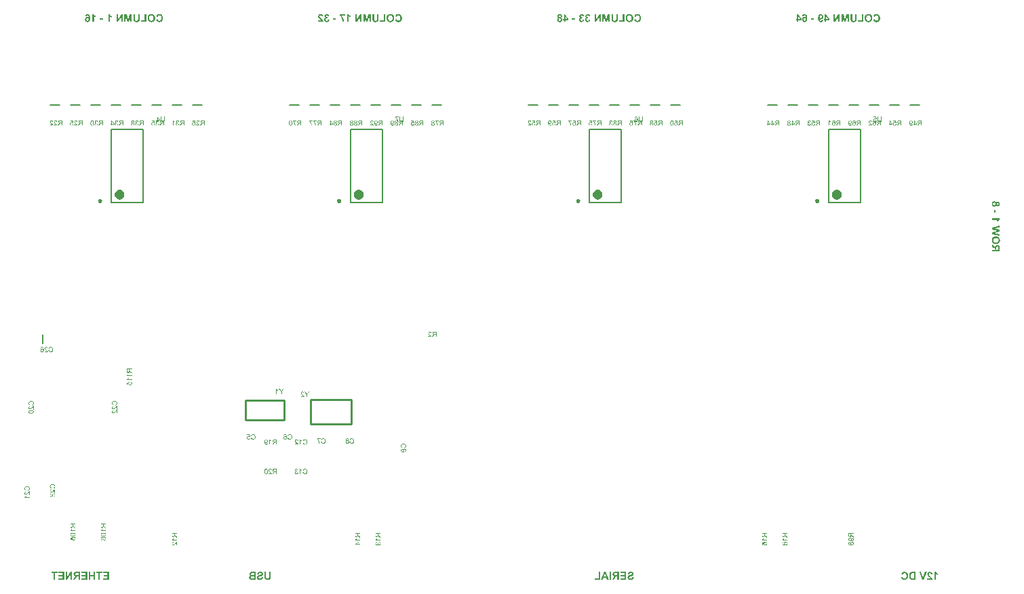
<source format=gbo>
%FSLAX43Y43*%
%MOMM*%
%SFA1B1*%

%IPPOS*%
%ADD31C,0.254000*%
%ADD68C,0.248920*%
%ADD69C,0.599440*%
%ADD72C,0.200660*%
%LNlp_led_cube_8x8x8-1*%
%LPD*%
G36*
X92651Y72661D02*
X92666Y72659D01*
X92682Y72656*
X92697Y72654*
X92709Y72651*
X92722Y72646*
X92732Y72641*
X92743Y72638*
X92753Y72633*
X92760Y72628*
X92768Y72623*
X92773Y72621*
X92778Y72618*
X92781Y72616*
Y72613*
X92783*
X92791Y72603*
X92801Y72593*
X92809Y72583*
X92816Y72570*
X92826Y72547*
X92834Y72527*
X92836Y72514*
X92839Y72504*
X92842Y72496*
X92844Y72489*
Y72481*
Y72478*
X92847Y72476*
Y72473*
X92763Y72466*
Y72486*
X92758Y72506*
X92753Y72522*
X92745Y72537*
X92740Y72547*
X92735Y72555*
X92730Y72560*
Y72562*
X92715Y72572*
X92699Y72580*
X92684Y72588*
X92669Y72590*
X92656Y72595*
X92646*
X92641*
X92636*
X92616*
X92598Y72590*
X92582Y72585*
X92570Y72580*
X92560Y72572*
X92555Y72570*
X92549Y72565*
X92547Y72562*
X92534Y72550*
X92527Y72537*
X92522Y72524*
X92516Y72511*
X92514Y72501*
Y72491*
X92511Y72486*
Y72483*
X92514Y72466*
X92516Y72448*
X92524Y72433*
X92532Y72417*
X92539Y72405*
X92544Y72395*
X92547Y72392*
X92549Y72387*
X92557Y72377*
X92567Y72367*
X92577Y72354*
X92590Y72344*
X92613Y72321*
X92636Y72298*
X92649Y72288*
X92659Y72278*
X92669Y72270*
X92676Y72262*
X92684Y72257*
X92689Y72252*
X92694Y72250*
Y72247*
X92717Y72229*
X92740Y72209*
X92758Y72194*
X92770Y72179*
X92783Y72166*
X92791Y72158*
X92796Y72153*
X92798Y72151*
X92811Y72135*
X92821Y72120*
X92831Y72105*
X92839Y72092*
X92844Y72080*
X92849Y72072*
Y72067*
X92852Y72064*
X92854Y72054*
X92857Y72044*
X92859Y72034*
Y72026*
X92862Y72019*
Y72014*
Y72008*
X92430*
Y72085*
X92750*
X92737Y72102*
X92732Y72108*
X92727Y72115*
X92722Y72120*
X92720Y72125*
X92717Y72128*
X92712Y72133*
X92704Y72138*
X92692Y72148*
X92676Y72163*
X92661Y72179*
X92646Y72189*
X92641Y72196*
X92633Y72202*
X92628Y72204*
X92626Y72207*
X92623Y72209*
Y72212*
X92608Y72224*
X92593Y72237*
X92580Y72247*
X92567Y72257*
X92557Y72268*
X92547Y72278*
X92537Y72288*
X92529Y72293*
X92522Y72301*
X92516Y72308*
X92511Y72313*
X92506Y72316*
X92504Y72323*
X92501*
X92489Y72341*
X92476Y72354*
X92466Y72369*
X92461Y72379*
X92453Y72389*
X92450Y72397*
X92448Y72402*
Y72405*
X92440Y72417*
X92438Y72433*
X92435Y72445*
X92433Y72456*
X92430Y72468*
Y72476*
Y72478*
Y72481*
Y72496*
X92433Y72509*
X92435Y72522*
X92438Y72532*
X92448Y72555*
X92458Y72572*
X92463Y72583*
X92468Y72588*
X92473Y72595*
X92478Y72600*
X92481Y72603*
X92483Y72608*
X92486*
X92496Y72618*
X92506Y72626*
X92519Y72633*
X92532Y72638*
X92557Y72649*
X92580Y72656*
X92590*
X92600Y72659*
X92610*
X92618Y72661*
X92626*
X92633*
X92651*
G37*
G36*
X93471Y72008D02*
X93385D01*
Y72298*
X93273*
X93263Y72296*
X93256*
X93251*
X93245Y72293*
X93240*
X93238*
X93223Y72288*
X93217Y72285*
X93212Y72283*
X93205Y72280*
X93202Y72278*
X93200*
Y72275*
X93192Y72270*
X93184Y72265*
X93169Y72250*
X93164Y72242*
X93159Y72237*
X93157Y72235*
X93154Y72232*
X93146Y72219*
X93136Y72207*
X93124Y72191*
X93113Y72176*
X93106Y72163*
X93098Y72153*
X93096Y72148*
Y72146*
X93093*
Y72143*
X93007Y72008*
X92900*
X93012Y72186*
X93024Y72204*
X93037Y72222*
X93050Y72235*
X93060Y72247*
X93070Y72257*
X93078Y72265*
X93080Y72270*
X93083Y72273*
X93090Y72278*
X93098Y72283*
X93116Y72293*
X93124Y72298*
X93129Y72301*
X93134Y72303*
X93136Y72306*
X93118Y72308*
X93103Y72311*
X93088Y72316*
X93073Y72318*
X93063Y72323*
X93050Y72329*
X93040Y72334*
X93030Y72339*
X93024Y72344*
X93017Y72349*
X93009Y72351*
X93004Y72356*
X93002Y72359*
X92999Y72362*
X92997Y72364*
X92989Y72374*
X92981Y72382*
X92971Y72402*
X92963Y72423*
X92958Y72440*
X92953Y72456*
Y72463*
Y72471*
X92951Y72476*
Y72478*
Y72481*
X92953Y72501*
X92956Y72519*
X92961Y72537*
X92966Y72550*
X92971Y72562*
X92974Y72572*
X92979Y72577*
Y72580*
X92991Y72595*
X93002Y72608*
X93014Y72618*
X93024Y72626*
X93035Y72633*
X93045Y72638*
X93050Y72641*
X93052*
X93060Y72643*
X93070Y72646*
X93090Y72651*
X93113Y72654*
X93134Y72656*
X93154Y72659*
X93162*
X93169*
X93471*
Y72008*
G37*
G36*
X60667Y46799D02*
X60662Y46786D01*
X60655Y46771*
X60650Y46758*
X60642Y46748*
X60639Y46738*
X60634Y46733*
Y46730*
X60624Y46713*
X60614Y46697*
X60604Y46685*
X60594Y46675*
X60589Y46667*
X60584Y46659*
X60578Y46654*
X61086*
Y46575*
X60434*
Y46626*
X60449Y46636*
X60464Y46647*
X60479Y46659*
X60492Y46669*
X60505Y46680*
X60512Y46690*
X60515Y46692*
X60520Y46695*
Y46697*
X60538Y46718*
X60551Y46738*
X60566Y46756*
X60576Y46774*
X60584Y46791*
X60589Y46796*
X60591Y46804*
X60594Y46807*
Y46812*
X60596Y46814*
X60675*
X60667Y46799*
G37*
G36*
X61086Y45951D02*
X61010D01*
Y46271*
X60993Y46258*
X60987Y46253*
X60980Y46248*
X60975Y46243*
X60970Y46240*
X60967Y46238*
Y46235*
X60962Y46233*
X60957Y46225*
X60947Y46212*
X60932Y46197*
X60916Y46182*
X60906Y46167*
X60899Y46159*
X60893Y46154*
X60891Y46149*
X60888Y46146*
X60886Y46144*
X60883*
X60871Y46128*
X60858Y46113*
X60848Y46100*
X60838Y46088*
X60827Y46078*
X60817Y46067*
X60807Y46057*
X60802Y46050*
X60794Y46042*
X60787Y46037*
X60782Y46032*
X60779Y46027*
X60772Y46022*
X60754Y46009*
X60741Y45996*
X60726Y45986*
X60716Y45979*
X60705Y45973*
X60698Y45971*
X60693Y45968*
X60690*
X60678Y45961*
X60662Y45958*
X60650Y45953*
X60639*
X60627Y45951*
X60619*
X60614*
X60599*
X60586Y45953*
X60573Y45956*
X60563Y45958*
X60540Y45968*
X60523Y45979*
X60512Y45984*
X60507Y45989*
X60500Y45994*
X60495Y45996*
X60492Y46001*
X60487Y46004*
Y46007*
X60477Y46017*
X60469Y46027*
X60462Y46040*
X60457Y46052*
X60446Y46078*
X60439Y46100*
Y46111*
X60436Y46121*
Y46131*
X60434Y46139*
Y46146*
Y46151*
Y46154*
Y46172*
X60436Y46187*
X60439Y46202*
X60441Y46217*
X60444Y46230*
X60449Y46243*
X60454Y46253*
X60457Y46263*
X60462Y46273*
X60467Y46281*
X60472Y46286*
X60474Y46294*
X60477Y46299*
X60479Y46301*
X60482*
Y46304*
X60492Y46311*
X60502Y46321*
X60512Y46329*
X60525Y46337*
X60548Y46347*
X60568Y46354*
X60581Y46357*
X60591Y46360*
X60599Y46362*
X60606Y46365*
X60614*
X60617*
X60619Y46367*
X60622*
X60629Y46283*
X60609*
X60589Y46278*
X60573Y46273*
X60558Y46266*
X60548Y46261*
X60540Y46255*
X60535Y46250*
X60533*
X60523Y46235*
X60515Y46220*
X60507Y46205*
X60505Y46189*
X60500Y46177*
Y46167*
Y46161*
Y46159*
Y46156*
Y46136*
X60505Y46118*
X60510Y46103*
X60515Y46090*
X60523Y46080*
X60525Y46073*
X60530Y46070*
X60533Y46067*
X60545Y46055*
X60558Y46047*
X60571Y46040*
X60584Y46037*
X60594Y46034*
X60604*
X60609Y46032*
X60612*
X60629Y46034*
X60647Y46037*
X60662Y46045*
X60678Y46052*
X60690Y46060*
X60700Y46065*
X60703Y46067*
X60708Y46070*
X60718Y46078*
X60728Y46088*
X60741Y46098*
X60751Y46111*
X60774Y46134*
X60797Y46156*
X60807Y46169*
X60817Y46179*
X60825Y46189*
X60832Y46197*
X60838Y46205*
X60843Y46210*
X60845Y46215*
X60848*
X60866Y46238*
X60886Y46261*
X60901Y46278*
X60916Y46291*
X60929Y46304*
X60937Y46311*
X60942Y46316*
X60944Y46319*
X60959Y46332*
X60975Y46342*
X60990Y46352*
X61003Y46360*
X61015Y46365*
X61023Y46370*
X61028*
X61031Y46372*
X61041Y46375*
X61051Y46377*
X61061Y46380*
X61069*
X61076*
X61086*
Y45951*
G37*
G36*
X44747Y70756D02*
X44762Y70754D01*
X44777Y70751*
X44790Y70749*
X44805Y70746*
X44815Y70741*
X44828Y70736*
X44838Y70733*
X44848Y70728*
X44856Y70723*
X44861Y70718*
X44866Y70716*
X44871Y70713*
X44874Y70711*
X44876Y70708*
X44886Y70698*
X44894Y70688*
X44904Y70678*
X44909Y70665*
X44922Y70642*
X44930Y70619*
X44932Y70609*
X44935Y70599*
X44937Y70591*
Y70584*
X44940Y70576*
Y70573*
Y70571*
Y70568*
X44858Y70561*
X44856Y70581*
X44853Y70601*
X44848Y70617*
X44841Y70632*
X44836Y70642*
X44830Y70650*
X44825Y70655*
X44823Y70657*
X44810Y70667*
X44795Y70675*
X44780Y70683*
X44764Y70685*
X44752Y70690*
X44739*
X44737*
X44731*
X44711*
X44693Y70685*
X44678Y70680*
X44665Y70675*
X44655Y70667*
X44648Y70665*
X44643Y70660*
Y70657*
X44630Y70645*
X44622Y70632*
X44615Y70619*
X44612Y70606*
X44610Y70596*
X44607Y70586*
Y70581*
Y70578*
X44610Y70561*
X44612Y70543*
X44620Y70528*
X44625Y70512*
X44632Y70500*
X44640Y70490*
X44643Y70487*
Y70482*
X44645*
X44653Y70472*
X44663Y70462*
X44673Y70449*
X44683Y70439*
X44706Y70416*
X44731Y70393*
X44744Y70383*
X44754Y70373*
X44764Y70365*
X44772Y70357*
X44780Y70352*
X44785Y70347*
X44787Y70345*
X44790Y70342*
X44813Y70324*
X44833Y70304*
X44851Y70289*
X44866Y70274*
X44879Y70261*
X44886Y70253*
X44891Y70248*
X44894Y70246*
X44907Y70230*
X44917Y70215*
X44927Y70200*
X44935Y70187*
X44940Y70175*
X44942Y70167*
X44945Y70162*
Y70159*
X44950Y70149*
X44952Y70139*
Y70129*
X44955Y70121*
Y70114*
Y70109*
Y70103*
X44523*
Y70180*
X44843*
X44833Y70197*
X44828Y70203*
X44823Y70210*
X44818Y70215*
X44815Y70220*
X44813Y70223*
X44810*
X44805Y70228*
X44800Y70233*
X44787Y70243*
X44772Y70258*
X44757Y70274*
X44742Y70284*
X44734Y70291*
X44729Y70297*
X44724Y70299*
X44721Y70302*
X44719Y70304*
Y70307*
X44703Y70319*
X44688Y70332*
X44676Y70342*
X44663Y70352*
X44650Y70363*
X44643Y70373*
X44632Y70383*
X44625Y70388*
X44617Y70396*
X44612Y70403*
X44607Y70408*
X44602Y70411*
X44597Y70418*
X44594*
X44582Y70436*
X44571Y70449*
X44561Y70464*
X44554Y70474*
X44549Y70484*
X44543Y70492*
Y70497*
X44541Y70500*
X44536Y70512*
X44533Y70528*
X44528Y70540*
X44526Y70551*
Y70563*
Y70571*
Y70573*
Y70576*
Y70591*
X44528Y70604*
X44531Y70617*
X44533Y70627*
X44543Y70650*
X44551Y70667*
X44559Y70678*
X44561Y70683*
X44566Y70690*
X44571Y70695*
X44576Y70698*
Y70703*
X44579*
X44582*
X44592Y70713*
X44602Y70721*
X44615Y70728*
X44627Y70733*
X44650Y70744*
X44676Y70751*
X44686*
X44696Y70754*
X44706*
X44714Y70756*
X44719*
X44729*
X44747*
G37*
G36*
X45549Y53591D02*
X45582Y53588D01*
X45613Y53583*
X45626Y53578*
X45638Y53576*
X45651Y53573*
X45661Y53571*
X45669Y53568*
X45676Y53566*
X45684Y53563*
X45686Y53560*
X45692*
X45719Y53545*
X45745Y53530*
X45768Y53512*
X45775Y53505*
X45783Y53497*
X45791Y53489*
X45798Y53482*
X45803Y53474*
X45806Y53469*
X45811Y53466*
X45813Y53461*
Y53459*
X45816*
X45824Y53446*
X45829Y53433*
X45839Y53406*
X45846Y53378*
X45852Y53350*
X45854Y53337*
X45857Y53324*
Y53314*
Y53306*
Y53299*
Y53294*
Y53289*
Y53268*
X45854Y53251*
Y53235*
X45849Y53218*
X45844Y53202*
X45839Y53190*
X45836Y53177*
X45829Y53164*
X45824Y53154*
X45821Y53144*
X45816Y53136*
X45811Y53129*
X45806Y53124*
Y53119*
X45803Y53116*
X45791Y53103*
X45780Y53091*
X45768Y53080*
X45753Y53070*
X45727Y53055*
X45702Y53040*
X45689Y53035*
X45676Y53030*
X45666Y53027*
X45659Y53025*
X45651Y53022*
X45646Y53019*
X45641*
X45618Y53106*
X45633Y53108*
X45648Y53113*
X45661Y53119*
X45674Y53124*
X45684Y53129*
X45694Y53134*
X45704Y53141*
X45712Y53146*
X45719Y53152*
X45725Y53157*
X45730Y53162*
X45735Y53164*
X45737Y53169*
X45742Y53172*
Y53174*
X45750Y53182*
X45755Y53192*
X45768Y53215*
X45775Y53233*
X45778Y53253*
X45783Y53271*
Y53276*
Y53284*
X45786Y53289*
Y53294*
Y53296*
X45783Y53317*
X45780Y53337*
X45775Y53357*
X45770Y53373*
X45763Y53388*
X45760Y53393*
Y53398*
X45758Y53400*
X45755Y53403*
Y53406*
X45742Y53423*
X45727Y53439*
X45712Y53451*
X45697Y53464*
X45684Y53472*
X45671Y53477*
X45666Y53479*
X45664Y53482*
X45661*
X45636Y53489*
X45613Y53494*
X45587Y53500*
X45565Y53502*
X45554*
X45547Y53505*
X45537*
X45532*
X45516*
X45493*
X45471Y53502*
X45448Y53500*
X45430Y53494*
X45415Y53492*
X45407Y53489*
X45402*
X45397Y53487*
X45394*
X45392Y53484*
X45369Y53477*
X45351Y53466*
X45333Y53454*
X45321Y53441*
X45308Y53431*
X45300Y53423*
X45298Y53416*
X45295*
X45283Y53395*
X45272Y53373*
X45267Y53352*
X45262Y53334*
X45260Y53314*
Y53309*
Y53301*
X45257Y53296*
Y53294*
Y53289*
X45260Y53266*
X45262Y53243*
X45267Y53225*
X45275Y53210*
X45280Y53197*
X45285Y53190*
X45290Y53182*
X45305Y53167*
X45321Y53152*
X45338Y53141*
X45354Y53131*
X45369Y53124*
X45377Y53121*
X45384Y53119*
X45387Y53116*
X45392*
X45394Y53113*
X45374Y53030*
X45359Y53035*
X45344Y53040*
X45328Y53047*
X45316Y53055*
X45303Y53063*
X45290Y53070*
X45280Y53078*
X45270Y53085*
X45262Y53093*
X45255Y53101*
X45250Y53106*
X45245Y53111*
X45239Y53116*
X45237Y53121*
X45234*
Y53124*
X45227Y53136*
X45217Y53149*
X45211Y53162*
X45206Y53177*
X45196Y53205*
X45191Y53230*
X45189Y53243*
Y53253*
X45186Y53263*
Y53271*
Y53279*
Y53284*
Y53286*
Y53319*
X45191Y53347*
X45196Y53375*
X45201Y53388*
X45204Y53398*
X45209Y53408*
X45211Y53418*
X45214Y53426*
X45217Y53433*
X45222Y53439*
Y53441*
X45224Y53444*
Y53446*
X45239Y53472*
X45260Y53492*
X45278Y53510*
X45298Y53527*
X45313Y53540*
X45321Y53543*
X45328Y53548*
X45333Y53550*
X45336Y53553*
X45338*
X45341Y53555*
X45369Y53568*
X45399Y53578*
X45430Y53583*
X45455Y53588*
X45468Y53591*
X45481*
X45491Y53593*
X45499*
X45506*
X45516*
X45549Y53591*
G37*
G36*
X45846Y52524D02*
X45770D01*
Y52844*
X45753Y52834*
X45747Y52829*
X45740Y52824*
X45735Y52819*
X45730Y52816*
X45727Y52814*
Y52811*
X45722Y52806*
X45717Y52801*
X45707Y52788*
X45692Y52773*
X45676Y52758*
X45666Y52743*
X45659Y52735*
X45653Y52730*
X45651Y52725*
X45648Y52722*
X45646Y52720*
X45643*
X45631Y52704*
X45618Y52689*
X45608Y52677*
X45598Y52664*
X45587Y52651*
X45577Y52644*
X45567Y52633*
X45562Y52626*
X45554Y52618*
X45547Y52613*
X45542Y52608*
X45539Y52603*
X45532Y52598*
Y52595*
X45514Y52583*
X45501Y52572*
X45486Y52562*
X45476Y52555*
X45465Y52550*
X45458Y52544*
X45453*
X45450Y52542*
X45438Y52537*
X45422Y52534*
X45410Y52529*
X45399Y52527*
X45387*
X45379*
X45374*
X45359*
X45346Y52529*
X45333Y52532*
X45323Y52534*
X45300Y52544*
X45283Y52552*
X45272Y52560*
X45267Y52562*
X45260Y52567*
X45255Y52572*
X45252Y52577*
X45247*
Y52580*
Y52583*
X45237Y52593*
X45229Y52603*
X45222Y52616*
X45217Y52628*
X45206Y52651*
X45199Y52677*
Y52687*
X45196Y52697*
Y52707*
X45194Y52715*
Y52720*
Y52725*
Y52730*
Y52748*
X45196Y52763*
X45199Y52778*
X45201Y52791*
X45204Y52806*
X45209Y52816*
X45214Y52829*
X45217Y52839*
X45222Y52849*
X45227Y52857*
X45232Y52862*
X45234Y52867*
X45237Y52872*
X45239Y52875*
X45242Y52877*
X45252Y52887*
X45262Y52895*
X45272Y52905*
X45285Y52910*
X45308Y52923*
X45328Y52931*
X45341Y52933*
X45351Y52936*
X45359Y52938*
X45366*
X45374Y52941*
X45377*
X45379*
X45382*
X45389Y52859*
X45369Y52857*
X45349Y52854*
X45333Y52849*
X45318Y52842*
X45308Y52837*
X45300Y52831*
X45295Y52826*
X45293Y52824*
X45283Y52811*
X45275Y52796*
X45267Y52781*
X45265Y52765*
X45260Y52753*
Y52740*
Y52738*
Y52735*
Y52732*
Y52712*
X45265Y52694*
X45270Y52679*
X45275Y52666*
X45283Y52656*
X45285Y52649*
X45290Y52644*
X45293*
X45305Y52631*
X45318Y52623*
X45331Y52616*
X45344Y52613*
X45354Y52611*
X45364Y52608*
X45369*
X45372*
X45389Y52611*
X45407Y52613*
X45422Y52621*
X45438Y52626*
X45450Y52633*
X45460Y52641*
X45463Y52644*
X45468*
Y52646*
X45478Y52654*
X45488Y52664*
X45501Y52674*
X45511Y52684*
X45534Y52707*
X45557Y52732*
X45567Y52745*
X45577Y52755*
X45585Y52765*
X45592Y52773*
X45598Y52781*
X45603Y52786*
X45605Y52788*
X45608Y52791*
X45626Y52814*
X45646Y52834*
X45661Y52852*
X45676Y52867*
X45689Y52880*
X45697Y52887*
X45702Y52892*
X45704Y52895*
X45719Y52908*
X45735Y52918*
X45750Y52928*
X45763Y52936*
X45775Y52941*
X45783Y52943*
X45788Y52946*
X45791*
X45801Y52951*
X45811Y52953*
X45821*
X45829Y52956*
X45836*
X45846*
Y52524*
G37*
G36*
X44226Y70756D02*
X44244Y70754D01*
X44262Y70751*
X44277Y70746*
X44292Y70738*
X44305Y70733*
X44317Y70726*
X44330Y70718*
X44338Y70713*
X44348Y70705*
X44356Y70700*
X44361Y70693*
X44366Y70688*
X44371Y70685*
Y70683*
X44373*
X44386Y70665*
X44396Y70645*
X44404Y70624*
X44414Y70601*
X44419Y70581*
X44424Y70558*
X44429Y70533*
X44434Y70512*
X44437Y70490*
X44439Y70472*
Y70454*
X44442Y70439*
Y70426*
Y70416*
Y70411*
Y70408*
Y70378*
X44439Y70350*
X44437Y70322*
X44432Y70299*
X44427Y70276*
X44422Y70256*
X44416Y70238*
X44411Y70223*
X44404Y70210*
X44399Y70197*
X44394Y70187*
X44389Y70180*
X44386Y70172*
X44381Y70170*
Y70167*
X44378Y70164*
X44368Y70152*
X44353Y70142*
X44340Y70131*
X44328Y70124*
X44312Y70116*
X44300Y70111*
X44287Y70106*
X44274Y70101*
X44262Y70098*
X44251Y70096*
X44241Y70093*
X44234*
X44226*
X44221*
X44216*
X44195*
X44175Y70096*
X44157Y70101*
X44142Y70106*
X44129Y70111*
X44119Y70116*
X44117*
X44114Y70119*
X44112*
X44096Y70131*
X44081Y70144*
X44068Y70157*
X44058Y70170*
X44048Y70182*
X44043Y70192*
Y70195*
X44041Y70197*
X44038Y70200*
X44030Y70220*
X44023Y70241*
X44018Y70258*
X44015Y70276*
X44013Y70291*
Y70299*
Y70304*
Y70309*
Y70312*
Y70314*
Y70332*
X44015Y70347*
X44018Y70363*
X44020Y70378*
X44025Y70391*
X44030Y70403*
X44035Y70413*
X44041Y70426*
X44046Y70434*
X44051Y70444*
X44056Y70449*
X44061Y70457*
X44063Y70462*
X44066Y70464*
X44068Y70467*
X44079Y70477*
X44089Y70487*
X44102Y70495*
X44114Y70500*
X44124Y70507*
X44137Y70512*
X44157Y70518*
X44168Y70520*
X44175Y70523*
X44183*
X44190Y70525*
X44198*
X44206*
X44221*
X44236Y70523*
X44251Y70520*
X44267Y70515*
X44277Y70510*
X44284Y70507*
X44292Y70505*
X44307Y70495*
X44320Y70484*
X44333Y70474*
X44343Y70462*
X44350Y70454*
X44358Y70446*
X44361Y70439*
X44363*
Y70457*
X44361Y70472*
Y70487*
X44358Y70502*
Y70515*
X44356Y70528*
X44353Y70540*
X44350Y70551*
X44348Y70558*
Y70566*
X44345Y70573*
Y70578*
X44343Y70584*
Y70586*
X44340Y70589*
X44330Y70606*
X44322Y70624*
X44312Y70637*
X44302Y70650*
X44295Y70657*
X44287Y70665*
X44282Y70667*
X44279Y70670*
X44269Y70678*
X44259Y70683*
X44246Y70685*
X44236Y70688*
X44226Y70690*
X44218*
X44213*
X44195*
X44180Y70685*
X44168Y70680*
X44155Y70675*
X44145Y70667*
X44140Y70662*
X44135Y70657*
X44132*
X44127Y70647*
X44119Y70637*
X44114Y70627*
X44112Y70614*
X44107Y70604*
X44104Y70596*
Y70591*
X44102Y70589*
X44023Y70596*
X44028Y70622*
X44035Y70645*
X44046Y70665*
X44056Y70683*
X44066Y70695*
X44071Y70700*
X44074Y70705*
X44079Y70708*
X44081Y70711*
Y70713*
X44091Y70721*
X44102Y70728*
X44122Y70738*
X44142Y70746*
X44162Y70751*
X44180Y70754*
X44188Y70756*
X44195*
X44201*
X44208*
X44226*
G37*
G36*
X45318Y70764D02*
X45346Y70759D01*
X45374Y70754*
X45387Y70749*
X45397Y70746*
X45407Y70741*
X45417Y70738*
X45425Y70736*
X45432Y70733*
X45438Y70728*
X45440*
X45443Y70726*
X45445*
X45471Y70711*
X45491Y70690*
X45509Y70672*
X45526Y70652*
X45539Y70637*
X45542Y70629*
X45547Y70622*
X45549Y70617*
X45552Y70614*
Y70611*
X45554Y70609*
X45567Y70581*
X45577Y70551*
X45582Y70520*
X45587Y70495*
X45590Y70482*
Y70469*
X45592Y70459*
Y70451*
Y70444*
Y70439*
Y70434*
X45590Y70401*
X45587Y70368*
X45582Y70337*
X45577Y70324*
X45575Y70312*
X45572Y70299*
X45570Y70289*
X45567Y70281*
X45565Y70274*
X45562Y70266*
X45559Y70264*
Y70258*
X45544Y70230*
X45529Y70205*
X45511Y70182*
X45504Y70175*
X45496Y70167*
X45488Y70159*
X45481Y70152*
X45473Y70147*
X45468Y70144*
X45465Y70139*
X45460Y70137*
X45458*
Y70134*
X45445Y70126*
X45432Y70121*
X45405Y70111*
X45377Y70103*
X45349Y70098*
X45336Y70096*
X45323Y70093*
X45313*
X45305*
X45298*
X45288*
X45267*
X45250Y70096*
X45234*
X45217Y70101*
X45201Y70106*
X45189Y70111*
X45176Y70114*
X45163Y70121*
X45153Y70126*
X45143Y70129*
X45135Y70134*
X45128Y70139*
X45123Y70144*
X45118*
X45115Y70147*
X45102Y70159*
X45090Y70170*
X45079Y70182*
X45069Y70197*
X45054Y70223*
X45039Y70248*
X45034Y70261*
X45029Y70274*
X45026Y70284*
X45024Y70291*
X45021Y70299*
X45018Y70304*
Y70309*
X45105Y70332*
X45107Y70317*
X45112Y70302*
X45118Y70289*
X45123Y70276*
X45128Y70266*
X45133Y70256*
X45140Y70246*
X45145Y70238*
X45151Y70230*
X45156Y70225*
X45161Y70220*
X45163Y70215*
X45168Y70213*
X45171Y70208*
X45173*
X45181Y70200*
X45191Y70195*
X45214Y70182*
X45232Y70175*
X45252Y70172*
X45270Y70167*
X45275*
X45283*
X45288Y70164*
X45295*
X45316Y70167*
X45336Y70170*
X45356Y70175*
X45372Y70180*
X45387Y70187*
X45392Y70190*
X45397*
X45399Y70192*
X45402Y70195*
X45405*
X45422Y70208*
X45438Y70223*
X45453Y70238*
X45463Y70253*
X45471Y70266*
X45476Y70279*
X45478Y70284*
X45481Y70286*
Y70289*
X45488Y70314*
X45493Y70337*
X45499Y70363*
X45501Y70385*
Y70396*
X45504Y70403*
Y70413*
Y70418*
Y70426*
Y70429*
Y70431*
Y70434*
Y70457*
X45501Y70479*
X45499Y70502*
X45493Y70520*
X45491Y70535*
X45488Y70543*
Y70548*
X45486Y70553*
Y70556*
X45483Y70558*
X45476Y70581*
X45465Y70599*
X45453Y70617*
X45440Y70629*
X45430Y70642*
X45422Y70650*
X45415Y70652*
Y70655*
X45394Y70667*
X45372Y70678*
X45351Y70683*
X45333Y70688*
X45313Y70690*
X45308*
X45300*
X45295Y70693*
X45288*
X45265Y70690*
X45242Y70688*
X45224Y70683*
X45209Y70675*
X45196Y70670*
X45189Y70665*
X45181Y70660*
X45166Y70645*
X45151Y70629*
X45140Y70611*
X45130Y70596*
X45123Y70581*
X45120Y70573*
X45118Y70566*
X45115Y70563*
Y70558*
X45112Y70556*
X45029Y70576*
X45034Y70591*
X45039Y70606*
X45046Y70622*
X45054Y70634*
X45062Y70647*
X45069Y70660*
X45077Y70670*
X45084Y70680*
X45092Y70688*
X45100Y70695*
X45105Y70700*
X45110Y70705*
X45115Y70711*
X45120Y70713*
X45123Y70716*
X45135Y70723*
X45148Y70733*
X45161Y70738*
X45176Y70744*
X45204Y70754*
X45229Y70759*
X45242Y70761*
X45252*
X45262Y70764*
X45270*
X45278*
X45285*
X45318*
G37*
G36*
X61086Y47411D02*
X60797D01*
Y47312*
Y47299*
X60799Y47289*
Y47282*
Y47277*
X60802Y47271*
Y47266*
Y47264*
X60807Y47249*
X60810Y47243*
X60812Y47238*
X60815Y47231*
X60817Y47228*
Y47226*
X60820*
X60825Y47218*
X60830Y47210*
X60845Y47195*
X60853Y47190*
X60858Y47185*
X60860Y47183*
X60863Y47180*
X60876Y47172*
X60888Y47162*
X60904Y47150*
X60919Y47139*
X60932Y47132*
X60942Y47124*
X60947Y47122*
X60949*
Y47119*
X60952*
X61086Y47033*
Y46926*
X60909Y47038*
X60891Y47050*
X60873Y47063*
X60860Y47076*
X60848Y47086*
X60838Y47096*
X60830Y47104*
X60825Y47106*
X60822Y47109*
X60817Y47116*
X60812Y47124*
X60802Y47142*
X60797Y47150*
X60794Y47155*
X60792Y47160*
X60789Y47162*
X60787Y47144*
X60784Y47129*
X60779Y47114*
X60777Y47099*
X60772Y47089*
X60766Y47076*
X60761Y47066*
X60756Y47056*
X60751Y47050*
X60746Y47043*
X60744Y47035*
X60739Y47030*
X60736Y47028*
X60733Y47025*
X60731Y47023*
X60721Y47015*
X60713Y47007*
X60693Y46997*
X60672Y46989*
X60655Y46984*
X60639Y46979*
X60632*
X60624*
X60619Y46977*
X60614*
X60594Y46979*
X60576Y46982*
X60558Y46987*
X60545Y46992*
X60533Y46997*
X60523Y47000*
X60518Y47005*
X60515*
X60500Y47017*
X60487Y47028*
X60477Y47040*
X60469Y47050*
X60462Y47061*
X60457Y47071*
X60454Y47076*
Y47078*
X60451Y47086*
X60449Y47096*
X60444Y47116*
X60441Y47139*
X60439Y47160*
X60436Y47180*
Y47188*
Y47195*
Y47200*
Y47205*
Y47208*
Y47210*
Y47497*
X61086*
Y47411*
G37*
G36*
X134592Y46367D02*
X134604Y46365D01*
X134632Y46357*
X134655Y46347*
X134665Y46342*
X134673Y46334*
X134680Y46329*
X134688Y46324*
X134696Y46319*
X134701Y46316*
X134703Y46311*
X134706Y46309*
X134708*
Y46306*
X134719Y46296*
X134724Y46283*
X134731Y46273*
X134736Y46261*
X134746Y46235*
X134752Y46212*
X134754Y46202*
Y46192*
X134757Y46184*
Y46177*
Y46169*
Y46164*
Y46161*
Y46141*
X134754Y46123*
X134749Y46106*
X134746Y46088*
X134739Y46073*
X134731Y46060*
X134726Y46047*
X134719Y46034*
X134711Y46024*
X134703Y46017*
X134696Y46009*
X134691Y46001*
X134686Y45996*
X134683Y45994*
X134680Y45991*
X134678*
X134668Y45981*
X134653Y45973*
X134642Y45966*
X134627Y45961*
X134602Y45951*
X134579Y45946*
X134569Y45943*
X134559Y45940*
X134548*
X134541*
X134536Y45938*
X134526*
X134510Y45940*
X134492*
X134477Y45943*
X134465Y45948*
X134449Y45953*
X134437Y45958*
X134426Y45963*
X134416Y45968*
X134406Y45973*
X134399Y45979*
X134391Y45984*
X134386Y45989*
X134381Y45991*
X134378Y45994*
X134376Y45996*
X134373*
X134363Y46009*
X134355Y46019*
X134348Y46032*
X134340Y46045*
X134335Y46057*
X134330Y46070*
X134322Y46090*
X134320Y46103*
X134317Y46111*
Y46121*
Y46128*
X134315Y46134*
Y46139*
Y46141*
Y46154*
X134317Y46164*
X134322Y46187*
X134327Y46207*
X134335Y46227*
X134343Y46243*
X134348Y46248*
X134350Y46253*
X134353Y46258*
X134355Y46261*
Y46263*
Y46266*
X134180Y46230*
Y45968*
X134104*
Y46294*
X134439Y46354*
X134449Y46281*
X134439Y46273*
X134432Y46266*
X134421Y46258*
X134416Y46250*
X134411Y46243*
X134406Y46238*
X134404Y46233*
X134399Y46220*
X134393Y46207*
X134391Y46197*
X134388Y46184*
X134386Y46177*
Y46169*
Y46164*
Y46161*
Y46151*
X134388Y46139*
X134393Y46121*
X134399Y46103*
X134406Y46088*
X134414Y46078*
X134419Y46067*
X134424Y46062*
X134426*
X134442Y46047*
X134459Y46040*
X134477Y46032*
X134495Y46027*
X134510Y46024*
X134515*
X134523*
X134526Y46022*
X134546*
X134559Y46024*
X134581Y46029*
X134602Y46037*
X134617Y46042*
X134630Y46050*
X134642Y46057*
X134645Y46060*
X134647Y46062*
X134650*
X134655Y46070*
X134663Y46078*
X134675Y46095*
X134680Y46111*
X134686Y46128*
X134691Y46141*
Y46151*
X134693Y46156*
Y46159*
Y46161*
X134691Y46179*
X134688Y46194*
X134683Y46210*
X134678Y46220*
X134670Y46230*
X134668Y46238*
X134663Y46243*
X134650Y46255*
X134635Y46266*
X134619Y46273*
X134604Y46278*
X134592Y46281*
X134581Y46283*
X134576Y46286*
X134574*
X134569*
X134576Y46370*
X134592Y46367*
G37*
G36*
X83946Y47411D02*
X83657D01*
Y47312*
Y47299*
X83659Y47289*
Y47282*
Y47277*
X83662Y47271*
Y47266*
Y47264*
X83667Y47249*
X83670Y47243*
X83672Y47238*
X83675Y47231*
X83677Y47228*
Y47226*
X83680*
X83685Y47218*
X83690Y47210*
X83705Y47195*
X83710Y47190*
X83718Y47185*
X83720Y47183*
X83723Y47180*
X83736Y47172*
X83748Y47162*
X83764Y47150*
X83779Y47139*
X83792Y47132*
X83802Y47124*
X83804Y47122*
X83809*
Y47119*
X83812*
X83946Y47033*
Y46926*
X83769Y47038*
X83751Y47050*
X83733Y47063*
X83720Y47076*
X83708Y47086*
X83698Y47096*
X83690Y47104*
X83685Y47106*
X83682Y47109*
X83677Y47116*
X83672Y47124*
X83662Y47142*
X83657Y47150*
X83654Y47155*
X83652Y47160*
X83649Y47162*
X83647Y47144*
X83644Y47129*
X83639Y47114*
X83637Y47099*
X83632Y47089*
X83626Y47076*
X83621Y47066*
X83616Y47056*
X83611Y47050*
X83606Y47043*
X83604Y47035*
X83599Y47030*
X83596Y47028*
X83593Y47025*
X83591Y47023*
X83581Y47015*
X83573Y47007*
X83553Y46997*
X83532Y46989*
X83515Y46984*
X83499Y46979*
X83492*
X83484*
X83479Y46977*
X83474*
X83454Y46979*
X83436Y46982*
X83418Y46987*
X83405Y46992*
X83393Y46997*
X83383Y47000*
X83378Y47005*
X83375*
X83360Y47017*
X83347Y47028*
X83337Y47040*
X83329Y47050*
X83322Y47061*
X83317Y47071*
X83314Y47076*
Y47078*
X83311Y47086*
X83309Y47096*
X83304Y47116*
X83301Y47139*
X83299Y47160*
X83296Y47180*
Y47188*
Y47195*
Y47200*
Y47205*
Y47208*
Y47210*
Y47497*
X83946*
Y47411*
G37*
G36*
X134746D02*
X134457D01*
Y47312*
Y47299*
X134459Y47289*
Y47282*
Y47277*
X134462Y47271*
Y47266*
Y47264*
X134467Y47249*
X134470Y47243*
X134472Y47238*
X134475Y47231*
X134477Y47228*
Y47226*
X134480*
X134485Y47218*
X134490Y47210*
X134505Y47195*
X134513Y47190*
X134518Y47185*
X134520Y47183*
X134523Y47180*
X134536Y47172*
X134548Y47162*
X134564Y47150*
X134579Y47139*
X134592Y47132*
X134602Y47124*
X134604Y47122*
X134609*
Y47119*
X134612*
X134746Y47033*
Y46926*
X134569Y47038*
X134551Y47050*
X134533Y47063*
X134520Y47076*
X134508Y47086*
X134498Y47096*
X134490Y47104*
X134485Y47106*
X134482Y47109*
X134477Y47116*
X134472Y47124*
X134462Y47142*
X134457Y47150*
X134454Y47155*
X134452Y47160*
X134449Y47162*
X134447Y47144*
X134444Y47129*
X134439Y47114*
X134437Y47099*
X134432Y47089*
X134426Y47076*
X134421Y47066*
X134416Y47056*
X134411Y47050*
X134406Y47043*
X134404Y47035*
X134399Y47030*
X134396Y47028*
X134393Y47025*
X134391Y47023*
X134381Y47015*
X134373Y47007*
X134353Y46997*
X134332Y46989*
X134315Y46984*
X134299Y46979*
X134292*
X134284*
X134279Y46977*
X134274*
X134254Y46979*
X134236Y46982*
X134218Y46987*
X134205Y46992*
X134193Y46997*
X134183Y47000*
X134178Y47005*
X134175*
X134160Y47017*
X134147Y47028*
X134137Y47040*
X134129Y47050*
X134122Y47061*
X134117Y47071*
X134114Y47076*
Y47078*
X134111Y47086*
X134109Y47096*
X134104Y47116*
X134101Y47139*
X134099Y47160*
X134096Y47180*
Y47188*
Y47195*
Y47200*
Y47205*
Y47208*
Y47210*
Y47497*
X134746*
Y47411*
G37*
G36*
X134327Y46799D02*
X134322Y46786D01*
X134315Y46771*
X134310Y46758*
X134302Y46748*
X134299Y46738*
X134294Y46733*
Y46730*
X134284Y46713*
X134274Y46697*
X134264Y46685*
X134254Y46675*
X134249Y46667*
X134244Y46659*
X134238Y46654*
X134746*
Y46575*
X134094*
Y46626*
X134109Y46636*
X134124Y46647*
X134139Y46659*
X134152Y46669*
X134165Y46680*
X134172Y46690*
X134175Y46692*
X134180Y46695*
Y46697*
X134198Y46718*
X134211Y46738*
X134226Y46756*
X134236Y46774*
X134244Y46791*
X134249Y46796*
X134251Y46804*
X134254Y46807*
Y46812*
X134256Y46814*
X134335*
X134327Y46799*
G37*
G36*
X83527D02*
X83522Y46786D01*
X83515Y46771*
X83510Y46758*
X83502Y46748*
X83499Y46738*
X83494Y46733*
Y46730*
X83484Y46713*
X83474Y46697*
X83464Y46685*
X83454Y46675*
X83449Y46667*
X83444Y46659*
X83438Y46654*
X83946*
Y46575*
X83294*
Y46626*
X83309Y46636*
X83324Y46647*
X83339Y46659*
X83352Y46669*
X83365Y46680*
X83372Y46690*
X83375Y46692*
X83380Y46695*
Y46697*
X83398Y46718*
X83411Y46738*
X83426Y46756*
X83436Y46774*
X83444Y46791*
X83449Y46796*
X83451Y46804*
X83454Y46807*
Y46812*
X83456Y46814*
X83535*
X83527Y46799*
G37*
G36*
X86067D02*
X86062Y46786D01*
X86055Y46771*
X86050Y46758*
X86042Y46748*
X86039Y46738*
X86034Y46733*
Y46730*
X86024Y46713*
X86014Y46697*
X86004Y46685*
X85994Y46675*
X85989Y46667*
X85984Y46659*
X85978Y46654*
X86486*
Y46575*
X85834*
Y46626*
X85849Y46636*
X85864Y46647*
X85879Y46659*
X85892Y46669*
X85905Y46680*
X85912Y46690*
X85915Y46692*
X85920Y46695*
Y46697*
X85938Y46718*
X85951Y46738*
X85966Y46756*
X85976Y46774*
X85984Y46791*
X85989Y46796*
X85991Y46804*
X85994Y46807*
Y46812*
X85996Y46814*
X86075*
X86067Y46799*
G37*
G36*
X86329Y46367D02*
X86344Y46365D01*
X86370Y46354*
X86393Y46344*
X86403Y46339*
X86410Y46334*
X86420Y46329*
X86426Y46324*
X86433Y46319*
X86438Y46314*
X86441Y46311*
X86443Y46309*
X86446Y46306*
Y46304*
X86456Y46294*
X86464Y46283*
X86471Y46271*
X86476Y46258*
X86486Y46235*
X86492Y46212*
X86494Y46202*
Y46192*
X86497Y46184*
Y46177*
Y46172*
Y46167*
Y46164*
Y46146*
X86494Y46128*
X86492Y46113*
X86489Y46098*
X86484Y46085*
X86479Y46073*
X86474Y46060*
X86469Y46050*
X86464Y46040*
X86459Y46029*
X86453Y46022*
X86448Y46017*
X86443Y46012*
X86441Y46009*
Y46007*
X86438*
X86428Y45994*
X86415Y45986*
X86403Y45976*
X86390Y45968*
X86380Y45963*
X86367Y45958*
X86344Y45951*
X86334Y45948*
X86324Y45946*
X86316*
X86309Y45943*
X86304*
X86296*
X86273*
X86253Y45948*
X86232Y45953*
X86220Y45958*
X86207Y45966*
X86197Y45971*
X86192Y45973*
X86189Y45976*
X86177Y45989*
X86164Y46001*
X86154Y46017*
X86146Y46032*
X86141Y46045*
X86136Y46055*
Y46060*
Y46062*
X86133Y46065*
X86126Y46050*
X86118Y46037*
X86108Y46024*
X86100Y46017*
X86093Y46009*
X86085Y46001*
X86083Y45999*
X86080*
X86067Y45991*
X86052Y45986*
X86039Y45981*
X86027Y45979*
X86017Y45976*
X86009*
X86001*
X85986*
X85971Y45979*
X85956Y45984*
X85945Y45986*
X85933Y45991*
X85925Y45996*
X85920Y45999*
X85905Y46009*
X85892Y46019*
X85882Y46032*
X85872Y46042*
X85867Y46052*
X85862Y46060*
X85857Y46065*
Y46067*
X85849Y46085*
X85844Y46103*
X85839Y46118*
X85836Y46134*
X85834Y46146*
Y46156*
Y46159*
Y46164*
Y46167*
Y46179*
X85836Y46192*
X85839Y46217*
X85846Y46240*
X85854Y46258*
X85859Y46268*
X85864Y46273*
X85867Y46281*
X85872Y46286*
X85874Y46288*
Y46291*
X85877Y46294*
X85895Y46311*
X85915Y46327*
X85935Y46337*
X85956Y46347*
X85973Y46352*
X85981Y46354*
X85989Y46357*
X85994Y46360*
X85999*
X86001*
X86017Y46281*
X85994Y46276*
X85976Y46271*
X85963Y46266*
X85951Y46258*
X85940Y46250*
X85933Y46245*
X85930Y46243*
X85928Y46240*
X85920Y46230*
X85912Y46215*
X85907Y46205*
X85902Y46192*
X85900Y46179*
Y46172*
Y46167*
Y46164*
Y46146*
X85905Y46131*
X85907Y46118*
X85912Y46108*
X85920Y46098*
X85923Y46093*
X85928Y46088*
X85940Y46078*
X85951Y46070*
X85963Y46065*
X85976Y46060*
X85986*
X85994Y46057*
X86012*
X86019Y46060*
X86037Y46062*
X86050Y46070*
X86062Y46078*
X86070Y46085*
X86078Y46090*
X86083Y46095*
Y46098*
X86090Y46113*
X86098Y46128*
X86103Y46146*
X86105Y46159*
X86108Y46172*
Y46182*
Y46184*
Y46189*
Y46194*
Y46197*
Y46202*
X86179Y46212*
X86177Y46200*
X86174Y46189*
X86172Y46179*
Y46172*
X86169Y46164*
Y46159*
Y46156*
X86172Y46136*
X86177Y46118*
X86182Y46103*
X86187Y46088*
X86194Y46078*
X86199Y46070*
X86205Y46065*
X86220Y46052*
X86235Y46042*
X86250Y46037*
X86266Y46032*
X86276Y46029*
X86288*
X86291Y46027*
X86296*
X86316Y46029*
X86337Y46034*
X86352Y46040*
X86367Y46047*
X86377Y46055*
X86385Y46060*
X86393Y46065*
Y46067*
X86408Y46083*
X86415Y46098*
X86423Y46113*
X86428Y46128*
X86431Y46141*
Y46154*
X86433Y46156*
Y46159*
Y46161*
X86431Y46179*
X86428Y46194*
X86423Y46210*
X86418Y46220*
X86413Y46230*
X86408Y46238*
X86403Y46240*
Y46243*
X86390Y46253*
X86375Y46263*
X86359Y46273*
X86342Y46278*
X86326Y46283*
X86321Y46286*
X86316*
X86311*
X86306Y46288*
X86304*
X86314Y46370*
X86329Y46367*
G37*
G36*
X83792Y46113D02*
X83946D01*
Y46034*
X83792*
Y45946*
X83718*
Y46034*
X83296*
Y46098*
X83718Y46398*
X83792*
Y46113*
G37*
G36*
X86486Y47411D02*
X86197D01*
Y47312*
Y47299*
X86199Y47289*
Y47282*
Y47277*
X86202Y47271*
Y47266*
Y47264*
X86207Y47249*
X86210Y47243*
X86212Y47238*
X86215Y47231*
X86217Y47228*
Y47226*
X86220*
X86225Y47218*
X86230Y47210*
X86245Y47195*
X86253Y47190*
X86258Y47185*
X86260Y47183*
X86263Y47180*
X86276Y47172*
X86288Y47162*
X86304Y47150*
X86319Y47139*
X86332Y47132*
X86342Y47124*
X86347Y47122*
X86349*
Y47119*
X86352*
X86486Y47033*
Y46926*
X86309Y47038*
X86291Y47050*
X86273Y47063*
X86260Y47076*
X86248Y47086*
X86238Y47096*
X86230Y47104*
X86225Y47106*
X86222Y47109*
X86217Y47116*
X86212Y47124*
X86202Y47142*
X86197Y47150*
X86194Y47155*
X86192Y47160*
X86189Y47162*
X86187Y47144*
X86184Y47129*
X86179Y47114*
X86177Y47099*
X86172Y47089*
X86166Y47076*
X86161Y47066*
X86156Y47056*
X86151Y47050*
X86146Y47043*
X86144Y47035*
X86139Y47030*
X86136Y47028*
X86133Y47025*
X86131Y47023*
X86121Y47015*
X86113Y47007*
X86093Y46997*
X86072Y46989*
X86055Y46984*
X86039Y46979*
X86032*
X86024*
X86019Y46977*
X86014*
X85994Y46979*
X85976Y46982*
X85958Y46987*
X85945Y46992*
X85933Y46997*
X85923Y47000*
X85918Y47005*
X85915*
X85900Y47017*
X85887Y47028*
X85877Y47040*
X85869Y47050*
X85862Y47061*
X85857Y47071*
X85854Y47076*
Y47078*
X85851Y47086*
X85849Y47096*
X85844Y47116*
X85841Y47139*
X85839Y47160*
X85836Y47180*
Y47188*
Y47195*
Y47200*
Y47205*
Y47208*
Y47210*
Y47497*
X86486*
Y47411*
G37*
G36*
X77068Y55524D02*
X77096Y55519D01*
X77124Y55514*
X77137Y55509*
X77147Y55506*
X77157Y55501*
X77167Y55498*
X77175Y55496*
X77182Y55493*
X77188Y55488*
X77190*
X77193Y55486*
X77195*
X77221Y55471*
X77241Y55450*
X77259Y55432*
X77276Y55412*
X77289Y55397*
X77292Y55389*
X77297Y55382*
X77299Y55377*
X77302Y55374*
Y55371*
X77304Y55369*
X77317Y55341*
X77327Y55311*
X77332Y55280*
X77337Y55255*
X77340Y55242*
Y55229*
X77342Y55219*
Y55211*
Y55204*
Y55199*
Y55194*
X77340Y55161*
X77337Y55128*
X77332Y55097*
X77327Y55084*
X77325Y55072*
X77322Y55059*
X77320Y55049*
X77317Y55041*
X77315Y55034*
X77312Y55026*
X77309Y55024*
Y55018*
X77294Y54990*
X77279Y54965*
X77261Y54942*
X77254Y54935*
X77246Y54927*
X77238Y54919*
X77231Y54912*
X77223Y54907*
X77218Y54904*
X77215Y54899*
X77210Y54897*
X77208*
Y54894*
X77195Y54886*
X77182Y54881*
X77155Y54871*
X77127Y54863*
X77099Y54858*
X77086Y54856*
X77073Y54853*
X77063*
X77055*
X77048*
X77038*
X77017*
X77000Y54856*
X76984*
X76967Y54861*
X76951Y54866*
X76939Y54871*
X76926Y54874*
X76913Y54881*
X76903Y54886*
X76893Y54889*
X76885Y54894*
X76878Y54899*
X76873Y54904*
X76868*
X76865Y54907*
X76852Y54919*
X76840Y54930*
X76829Y54942*
X76819Y54957*
X76804Y54983*
X76789Y55008*
X76784Y55021*
X76779Y55034*
X76776Y55044*
X76774Y55051*
X76771Y55059*
X76768Y55064*
Y55069*
X76855Y55092*
X76857Y55077*
X76862Y55062*
X76868Y55049*
X76873Y55036*
X76878Y55026*
X76883Y55016*
X76890Y55006*
X76895Y54998*
X76901Y54990*
X76906Y54985*
X76911Y54980*
X76913Y54975*
X76918Y54973*
X76921Y54968*
X76923*
X76931Y54960*
X76941Y54955*
X76964Y54942*
X76982Y54935*
X77002Y54932*
X77020Y54927*
X77025*
X77033*
X77038Y54924*
X77045*
X77066Y54927*
X77086Y54930*
X77106Y54935*
X77122Y54940*
X77137Y54947*
X77142Y54950*
X77147*
X77149Y54952*
X77152Y54955*
X77155*
X77172Y54968*
X77188Y54983*
X77200Y54998*
X77213Y55013*
X77221Y55026*
X77226Y55039*
X77228Y55044*
X77231Y55046*
Y55049*
X77238Y55074*
X77243Y55097*
X77249Y55123*
X77251Y55145*
Y55156*
X77254Y55163*
Y55173*
Y55178*
Y55186*
Y55189*
Y55194*
Y55217*
X77251Y55239*
X77249Y55262*
X77243Y55280*
X77241Y55295*
X77238Y55303*
Y55308*
X77236Y55313*
Y55316*
X77233Y55318*
X77226Y55341*
X77215Y55359*
X77203Y55377*
X77190Y55389*
X77180Y55402*
X77172Y55410*
X77165Y55412*
Y55415*
X77144Y55427*
X77122Y55438*
X77101Y55443*
X77083Y55448*
X77063Y55450*
X77058*
X77050*
X77045Y55453*
X77038*
X77015Y55450*
X76992Y55448*
X76974Y55443*
X76959Y55435*
X76946Y55430*
X76939Y55425*
X76931Y55420*
X76916Y55405*
X76901Y55389*
X76890Y55371*
X76880Y55356*
X76873Y55341*
X76870Y55333*
X76868Y55326*
X76865Y55323*
Y55318*
X76862Y55316*
X76779Y55336*
X76784Y55351*
X76789Y55366*
X76796Y55382*
X76804Y55394*
X76812Y55407*
X76819Y55420*
X76827Y55430*
X76834Y55440*
X76842Y55448*
X76850Y55455*
X76855Y55460*
X76860Y55465*
X76865Y55471*
X76870Y55473*
Y55476*
X76873*
X76885Y55483*
X76898Y55493*
X76911Y55498*
X76926Y55504*
X76954Y55514*
X76979Y55519*
X76992Y55521*
X77002*
X77012Y55524*
X77020*
X77028*
X77035*
X77068*
G37*
G36*
X75991Y59199D02*
X76006Y59197D01*
X76022Y59194*
X76034Y59192*
X76050Y59189*
X76060Y59184*
X76072Y59179*
X76083Y59176*
X76093Y59171*
X76098Y59166*
X76106Y59161*
X76111Y59159*
X76116Y59156*
X76118Y59154*
X76121Y59151*
X76131Y59141*
X76139Y59131*
X76149Y59121*
X76154Y59108*
X76166Y59085*
X76174Y59065*
X76177Y59052*
X76179Y59042*
X76182Y59034*
Y59027*
X76184Y59019*
Y59016*
Y59014*
Y59011*
X76103Y59004*
X76100Y59024*
X76098Y59044*
X76093Y59060*
X76085Y59075*
X76080Y59085*
X76072Y59093*
X76070Y59098*
X76067Y59100*
X76055Y59110*
X76039Y59118*
X76024Y59126*
X76009Y59128*
X75996Y59133*
X75984*
X75981*
X75976*
X75956*
X75938Y59128*
X75923Y59123*
X75910Y59118*
X75900Y59110*
X75892Y59108*
X75887Y59103*
X75885Y59100*
X75874Y59088*
X75867Y59075*
X75859Y59062*
X75857Y59049*
X75854Y59039*
X75852Y59029*
Y59024*
Y59021*
X75854Y59004*
X75857Y58986*
X75864Y58971*
X75869Y58955*
X75877Y58943*
X75885Y58933*
Y58930*
X75887Y58925*
X75890*
X75897Y58915*
X75907Y58905*
X75918Y58892*
X75928Y58882*
X75951Y58859*
X75976Y58836*
X75986Y58826*
X75999Y58816*
X76009Y58808*
X76017Y58800*
X76024Y58795*
X76029Y58790*
X76032Y58788*
X76034Y58785*
X76057Y58767*
X76078Y58747*
X76095Y58732*
X76111Y58717*
X76123Y58704*
X76131Y58696*
X76136Y58691*
X76139Y58689*
X76151Y58673*
X76161Y58658*
X76172Y58643*
X76179Y58630*
X76184Y58618*
X76187Y58610*
X76189Y58605*
Y58602*
X76194Y58592*
X76197Y58582*
Y58572*
X76199Y58564*
Y58557*
Y58552*
Y58546*
X75768*
Y58623*
X76088*
X76078Y58640*
X76072Y58646*
X76067Y58653*
X76062Y58658*
X76060Y58663*
X76055Y58666*
X76050Y58671*
X76045Y58676*
X76032Y58686*
X76017Y58701*
X76001Y58717*
X75986Y58727*
X75979Y58734*
X75973Y58740*
X75968Y58742*
X75966Y58745*
X75963Y58747*
X75961Y58750*
X75948Y58762*
X75933Y58775*
X75918Y58785*
X75907Y58795*
X75895Y58806*
X75885Y58816*
X75877Y58826*
X75869Y58831*
X75862Y58839*
X75857Y58846*
X75852Y58851*
X75846Y58854*
X75841Y58861*
X75839*
X75826Y58879*
X75816Y58892*
X75806Y58907*
X75798Y58917*
X75793Y58927*
X75788Y58935*
Y58940*
X75785Y58943*
X75780Y58955*
X75778Y58971*
X75773Y58983*
X75770Y58994*
Y59006*
Y59014*
Y59016*
Y59019*
Y59034*
X75773Y59047*
Y59060*
X75778Y59070*
X75788Y59093*
X75796Y59110*
X75803Y59121*
X75806Y59126*
X75811Y59133*
X75816Y59138*
X75821Y59141*
Y59146*
X75824*
X75836Y59156*
X75846Y59164*
X75859Y59171*
X75872Y59176*
X75895Y59187*
X75920Y59194*
X75930*
X75940Y59197*
X75951*
X75958Y59199*
X75963*
X75973*
X75991*
G37*
G36*
X76012Y55514D02*
X76037Y55511D01*
X76060Y55504*
X76078Y55496*
X76085Y55491*
X76093Y55486*
X76098Y55483*
X76103Y55478*
X76108Y55476*
X76111*
X76113Y55473*
X76131Y55455*
X76146Y55435*
X76156Y55415*
X76166Y55394*
X76172Y55377*
X76174Y55369*
X76177Y55361*
Y55356*
X76179Y55351*
Y55349*
X76098Y55333*
X76095Y55356*
X76090Y55374*
X76083Y55387*
X76078Y55399*
X76070Y55410*
X76065Y55417*
X76060Y55420*
Y55422*
X76047Y55430*
X76034Y55438*
X76022Y55443*
X76009Y55448*
X75999Y55450*
X75991*
X75984*
X75966*
X75951Y55445*
X75938Y55443*
X75925Y55438*
X75918Y55430*
X75910Y55427*
X75907Y55422*
X75905*
X75895Y55410*
X75887Y55399*
X75882Y55387*
X75879Y55374*
X75877Y55364*
X75874Y55356*
Y55351*
Y55349*
Y55338*
X75877Y55331*
X75882Y55313*
X75890Y55300*
X75897Y55288*
X75905Y55280*
X75910Y55272*
X75915Y55267*
X75918*
X75933Y55260*
X75948Y55252*
X75963Y55247*
X75979Y55244*
X75991Y55242*
X76001*
X76012*
X76017*
X76022*
X76029Y55171*
X76019Y55173*
X76006Y55176*
X75999Y55178*
X75989*
X75984Y55181*
X75973*
X75956Y55178*
X75935Y55173*
X75920Y55168*
X75907Y55163*
X75897Y55156*
X75890Y55151*
X75885Y55145*
X75882*
X75872Y55130*
X75862Y55115*
X75854Y55100*
X75852Y55084*
X75849Y55074*
X75846Y55062*
Y55059*
Y55057*
Y55054*
X75849Y55034*
X75854Y55013*
X75859Y54998*
X75867Y54983*
X75874Y54973*
X75879Y54965*
X75885Y54957*
X75900Y54942*
X75918Y54935*
X75933Y54927*
X75948Y54922*
X75961Y54919*
X75971*
X75976Y54917*
X75981*
X75999Y54919*
X76014Y54922*
X76027Y54927*
X76039Y54932*
X76050Y54937*
X76055Y54942*
X76060Y54947*
X76062*
X76072Y54960*
X76083Y54975*
X76090Y54990*
X76098Y55008*
X76103Y55024*
Y55029*
X76106Y55034*
Y55039*
Y55044*
X76108*
Y55046*
X76187Y55036*
Y55021*
X76182Y55006*
X76174Y54980*
X76164Y54957*
X76159Y54947*
X76154Y54940*
X76146Y54930*
X76141Y54924*
X76136Y54917*
X76131Y54912*
X76128Y54909*
X76126Y54907*
X76123Y54904*
X76113Y54894*
X76100Y54886*
X76090Y54879*
X76078Y54874*
X76055Y54863*
X76032Y54858*
X76022Y54856*
X76012*
X76004Y54853*
X75996*
X75991*
X75981*
X75963*
X75948Y54856*
X75933Y54858*
X75918Y54861*
X75902Y54866*
X75890Y54871*
X75879Y54876*
X75867Y54881*
X75857Y54886*
X75849Y54891*
X75841Y54897*
X75836Y54902*
X75831Y54907*
X75829Y54909*
X75826*
X75824Y54912*
X75813Y54922*
X75803Y54935*
X75796Y54947*
X75788Y54960*
X75783Y54970*
X75778Y54983*
X75770Y55006*
X75768Y55016*
X75765Y55026*
X75763Y55034*
Y55041*
Y55046*
Y55051*
Y55054*
Y55077*
X75768Y55100*
X75773Y55117*
X75778Y55130*
X75783Y55143*
X75788Y55153*
X75793Y55158*
Y55161*
X75806Y55173*
X75821Y55186*
X75836Y55196*
X75852Y55204*
X75864Y55209*
X75874Y55214*
X75879*
X75882*
Y55217*
X75885*
X75867Y55224*
X75854Y55232*
X75844Y55242*
X75834Y55250*
X75826Y55257*
X75821Y55265*
X75818Y55267*
X75816Y55270*
X75811Y55283*
X75803Y55298*
X75798Y55311*
X75796Y55323*
Y55333*
X75793Y55341*
Y55346*
Y55349*
X75796Y55364*
X75798Y55379*
X75801Y55394*
X75806Y55405*
X75811Y55417*
X75813Y55425*
X75816Y55430*
X75818*
X75829Y55445*
X75839Y55458*
X75849Y55468*
X75862Y55478*
X75872Y55483*
X75879Y55488*
X75885Y55493*
X75887*
X75905Y55501*
X75920Y55506*
X75938Y55511*
X75953Y55514*
X75966Y55516*
X75976*
X75999*
X76012Y55514*
G37*
G36*
X76453Y55501D02*
X76464Y55486D01*
X76476Y55471*
X76489Y55458*
X76499Y55445*
X76507Y55438*
X76512Y55435*
X76514Y55430*
X76517*
X76537Y55412*
X76555Y55399*
X76575Y55384*
X76593Y55374*
X76608Y55366*
X76616Y55361*
X76621Y55359*
X76626Y55356*
X76631*
Y55354*
X76634*
Y55275*
X76619Y55283*
X76606Y55288*
X76591Y55295*
X76578Y55300*
X76565Y55308*
X76558Y55311*
X76550Y55316*
X76532Y55326*
X76517Y55336*
X76504Y55346*
X76494Y55356*
X76484Y55361*
X76479Y55366*
X76474Y55371*
Y54863*
X76393*
Y55516*
X76446*
X76453Y55501*
G37*
G36*
Y59184D02*
X76464Y59169D01*
X76476Y59154*
X76489Y59141*
X76499Y59128*
X76507Y59121*
X76512Y59118*
X76514Y59113*
X76517*
X76537Y59095*
X76555Y59082*
X76575Y59067*
X76593Y59057*
X76608Y59049*
X76616Y59044*
X76621Y59042*
X76626Y59039*
X76631*
Y59037*
X76634*
Y58958*
X76619Y58966*
X76606Y58971*
X76591Y58978*
X76578Y58983*
X76565Y58991*
X76558Y58994*
X76550Y58999*
X76532Y59009*
X76517Y59019*
X76504Y59029*
X76494Y59039*
X76484Y59044*
X76479Y59049*
X76474Y59054*
Y58546*
X76393*
Y59199*
X76446*
X76453Y59184*
G37*
G36*
X89245Y58023D02*
X89263D01*
X89278Y58021*
X89293Y58016*
X89306Y58013*
X89319Y58008*
X89331Y58003*
X89341Y57998*
X89352Y57993*
X89359Y57988*
X89364Y57983*
X89372Y57978*
X89377Y57975*
X89380Y57972*
X89382Y57970*
X89392Y57960*
X89402Y57947*
X89410Y57937*
X89415Y57924*
X89423Y57914*
X89428Y57901*
X89433Y57881*
X89435Y57871*
X89438Y57861*
Y57853*
X89441Y57845*
Y57840*
Y57838*
Y57835*
Y57833*
Y57815*
X89438Y57800*
X89433Y57784*
X89428Y57769*
X89425Y57759*
X89420Y57751*
X89418Y57744*
X89407Y57729*
X89397Y57716*
X89387Y57703*
X89377Y57693*
X89369Y57688*
X89362Y57683*
X89357Y57678*
X89354*
X89372*
X89390*
X89407Y57680*
X89423*
X89438Y57683*
X89451Y57685*
X89461Y57688*
X89463*
X89466*
X89468Y57691*
X89486Y57693*
X89501Y57698*
X89514Y57703*
X89524Y57708*
X89534Y57711*
X89540Y57716*
X89545Y57718*
X89557Y57726*
X89565Y57734*
X89573Y57741*
X89578Y57749*
X89585Y57754*
X89588Y57759*
X89590Y57764*
X89595Y57774*
X89601Y57787*
X89603Y57797*
X89606Y57807*
Y57815*
X89608Y57823*
Y57828*
X89606Y57843*
X89603Y57858*
X89601Y57871*
X89595Y57881*
X89590Y57889*
X89588Y57894*
X89585Y57899*
X89583*
X89573Y57909*
X89560Y57917*
X89547Y57922*
X89534Y57927*
X89524Y57932*
X89514Y57934*
X89509*
X89507*
Y57937*
X89504*
X89512Y58013*
X89540Y58008*
X89562Y58000*
X89583Y57990*
X89601Y57980*
X89613Y57972*
X89618Y57967*
X89623Y57962*
X89626Y57960*
X89628Y57957*
X89631Y57955*
X89639Y57947*
X89644Y57937*
X89654Y57914*
X89661Y57894*
X89667Y57873*
X89672Y57856*
Y57851*
Y57843*
Y57838*
Y57835*
Y57830*
Y57805*
X89667Y57779*
X89661Y57759*
X89654Y57741*
X89651Y57734*
X89646Y57726*
X89644Y57721*
X89639Y57716*
Y57711*
X89636Y57708*
X89634Y57706*
X89618Y57688*
X89601Y57670*
X89583Y57657*
X89565Y57645*
X89547Y57637*
X89540Y57632*
X89534Y57630*
X89529Y57627*
X89524Y57624*
X89522*
X89509Y57619*
X89491Y57614*
X89461Y57609*
X89428Y57604*
X89395Y57602*
X89380Y57599*
X89367*
X89354*
X89344Y57597*
X89301*
X89280Y57599*
X89263*
X89245Y57602*
X89227Y57604*
X89214Y57607*
X89199Y57609*
X89187Y57612*
X89176Y57614*
X89166Y57617*
X89159Y57619*
X89151Y57622*
X89148*
X89143Y57624*
X89141*
X89118Y57637*
X89098Y57650*
X89082Y57663*
X89067Y57675*
X89057Y57688*
X89049Y57698*
X89047Y57701*
X89044Y57703*
Y57706*
X89032Y57726*
X89024Y57744*
X89016Y57764*
X89014Y57782*
X89011Y57800*
X89009Y57805*
Y57810*
Y57815*
Y57818*
Y57820*
Y57838*
X89011Y57853*
X89014Y57868*
X89019Y57881*
X89029Y57906*
X89032Y57917*
X89039Y57927*
X89044Y57937*
X89049Y57945*
X89054Y57950*
X89060Y57957*
X89065Y57962*
X89067Y57965*
X89070*
Y57967*
X89080Y57978*
X89095Y57985*
X89105Y57993*
X89120Y58000*
X89133Y58005*
X89146Y58011*
X89171Y58018*
X89184Y58021*
X89194Y58023*
X89204*
X89212*
X89220Y58026*
X89227*
X89245Y58023*
G37*
G36*
X82910Y59334D02*
X82938Y59329D01*
X82966Y59324*
X82979Y59319*
X82989Y59316*
X82999Y59311*
X83009Y59308*
X83017Y59306*
X83024Y59303*
X83030Y59298*
X83032*
X83035Y59296*
X83037*
X83063Y59281*
X83083Y59260*
X83101Y59242*
X83118Y59222*
X83131Y59207*
X83134Y59199*
X83139Y59192*
X83141Y59187*
X83144Y59184*
Y59181*
X83146Y59179*
X83159Y59151*
X83169Y59121*
X83174Y59090*
X83179Y59065*
X83182Y59052*
Y59039*
X83184Y59029*
Y59021*
Y59014*
Y59009*
Y59004*
X83182Y58971*
X83179Y58938*
X83174Y58907*
X83169Y58894*
X83167Y58882*
X83164Y58869*
X83162Y58859*
X83159Y58851*
X83157Y58844*
X83154Y58836*
X83151Y58834*
Y58828*
X83136Y58800*
X83121Y58775*
X83103Y58752*
X83096Y58745*
X83088Y58737*
X83080Y58729*
X83073Y58722*
X83065Y58717*
X83060Y58714*
X83057Y58709*
X83052Y58707*
X83050*
Y58704*
X83037Y58696*
X83024Y58691*
X82997Y58681*
X82969Y58673*
X82941Y58668*
X82928Y58666*
X82915Y58663*
X82905*
X82897*
X82890*
X82880*
X82859*
X82842Y58666*
X82826*
X82809Y58671*
X82793Y58676*
X82781Y58681*
X82768Y58684*
X82755Y58691*
X82745Y58696*
X82735Y58699*
X82727Y58704*
X82720Y58709*
X82715Y58714*
X82710*
X82707Y58717*
X82694Y58729*
X82682Y58740*
X82671Y58752*
X82661Y58767*
X82646Y58793*
X82631Y58818*
X82626Y58831*
X82621Y58844*
X82618Y58854*
X82616Y58861*
X82613Y58869*
X82610Y58874*
Y58879*
X82697Y58902*
X82699Y58887*
X82704Y58872*
X82710Y58859*
X82715Y58846*
X82720Y58836*
X82725Y58826*
X82732Y58816*
X82737Y58808*
X82743Y58800*
X82748Y58795*
X82753Y58790*
X82755Y58785*
X82760Y58783*
X82763Y58778*
X82765*
X82773Y58770*
X82783Y58765*
X82806Y58752*
X82824Y58745*
X82844Y58742*
X82862Y58737*
X82867*
X82875*
X82880Y58734*
X82887*
X82908Y58737*
X82928Y58740*
X82948Y58745*
X82964Y58750*
X82979Y58757*
X82984Y58760*
X82989*
X82991Y58762*
X82994Y58765*
X82997*
X83014Y58778*
X83030Y58793*
X83042Y58808*
X83055Y58823*
X83063Y58836*
X83068Y58849*
X83070Y58854*
X83073Y58856*
Y58859*
X83080Y58884*
X83085Y58907*
X83091Y58933*
X83093Y58955*
Y58966*
X83096Y58973*
Y58983*
Y58988*
Y58996*
Y58999*
Y59001*
Y59004*
Y59027*
X83093Y59049*
X83091Y59072*
X83085Y59090*
X83083Y59105*
X83080Y59113*
Y59118*
X83078Y59123*
Y59126*
X83075Y59128*
X83068Y59151*
X83057Y59169*
X83045Y59187*
X83032Y59199*
X83022Y59212*
X83014Y59220*
X83007Y59222*
Y59225*
X82986Y59237*
X82964Y59248*
X82943Y59253*
X82925Y59258*
X82905Y59260*
X82900*
X82892*
X82887Y59263*
X82880*
X82857Y59260*
X82834Y59258*
X82816Y59253*
X82801Y59245*
X82788Y59240*
X82781Y59235*
X82773Y59230*
X82758Y59215*
X82743Y59199*
X82732Y59181*
X82722Y59166*
X82715Y59151*
X82712Y59143*
X82710Y59136*
X82707Y59133*
Y59128*
X82704Y59126*
X82621Y59146*
X82626Y59161*
X82631Y59176*
X82638Y59192*
X82646Y59204*
X82654Y59217*
X82661Y59230*
X82669Y59240*
X82676Y59250*
X82684Y59258*
X82692Y59265*
X82697Y59270*
X82702Y59275*
X82707Y59281*
X82712Y59283*
X82715Y59286*
X82727Y59293*
X82740Y59303*
X82753Y59308*
X82768Y59314*
X82796Y59324*
X82821Y59329*
X82834Y59331*
X82844*
X82854Y59334*
X82862*
X82870*
X82877*
X82910*
G37*
G36*
X77068Y59207D02*
X77096Y59202D01*
X77124Y59197*
X77137Y59192*
X77147Y59189*
X77157Y59184*
X77167Y59181*
X77175Y59179*
X77182Y59176*
X77188Y59171*
X77190*
X77193Y59169*
X77195*
X77221Y59154*
X77241Y59133*
X77259Y59115*
X77276Y59095*
X77289Y59080*
X77292Y59072*
X77297Y59065*
X77299Y59060*
X77302Y59057*
Y59054*
X77304Y59052*
X77317Y59024*
X77327Y58994*
X77332Y58963*
X77337Y58938*
X77340Y58925*
Y58912*
X77342Y58902*
Y58894*
Y58887*
Y58882*
Y58877*
X77340Y58844*
X77337Y58811*
X77332Y58780*
X77327Y58767*
X77325Y58755*
X77322Y58742*
X77320Y58732*
X77317Y58724*
X77315Y58717*
X77312Y58709*
X77309Y58707*
Y58701*
X77294Y58673*
X77279Y58648*
X77261Y58625*
X77254Y58618*
X77246Y58610*
X77238Y58602*
X77231Y58595*
X77223Y58590*
X77218Y58587*
X77215Y58582*
X77210Y58580*
X77208*
Y58577*
X77195Y58569*
X77182Y58564*
X77155Y58554*
X77127Y58546*
X77099Y58541*
X77086Y58539*
X77073Y58536*
X77063*
X77055*
X77048*
X77038*
X77017*
X77000Y58539*
X76984*
X76967Y58544*
X76951Y58549*
X76939Y58554*
X76926Y58557*
X76913Y58564*
X76903Y58569*
X76893Y58572*
X76885Y58577*
X76878Y58582*
X76873Y58587*
X76868*
X76865Y58590*
X76852Y58602*
X76840Y58613*
X76829Y58625*
X76819Y58640*
X76804Y58666*
X76789Y58691*
X76784Y58704*
X76779Y58717*
X76776Y58727*
X76774Y58734*
X76771Y58742*
X76768Y58747*
Y58752*
X76855Y58775*
X76857Y58760*
X76862Y58745*
X76868Y58732*
X76873Y58719*
X76878Y58709*
X76883Y58699*
X76890Y58689*
X76895Y58681*
X76901Y58673*
X76906Y58668*
X76911Y58663*
X76913Y58658*
X76918Y58656*
X76921Y58651*
X76923*
X76931Y58643*
X76941Y58638*
X76964Y58625*
X76982Y58618*
X77002Y58615*
X77020Y58610*
X77025*
X77033*
X77038Y58607*
X77045*
X77066Y58610*
X77086Y58613*
X77106Y58618*
X77122Y58623*
X77137Y58630*
X77142Y58633*
X77147*
X77149Y58635*
X77152Y58638*
X77155*
X77172Y58651*
X77188Y58666*
X77200Y58681*
X77213Y58696*
X77221Y58709*
X77226Y58722*
X77228Y58727*
X77231Y58729*
Y58732*
X77238Y58757*
X77243Y58780*
X77249Y58806*
X77251Y58828*
Y58839*
X77254Y58846*
Y58856*
Y58861*
Y58869*
Y58872*
Y58877*
Y58900*
X77251Y58922*
X77249Y58945*
X77243Y58963*
X77241Y58978*
X77238Y58986*
Y58991*
X77236Y58996*
Y58999*
X77233Y59001*
X77226Y59024*
X77215Y59042*
X77203Y59060*
X77190Y59072*
X77180Y59085*
X77172Y59093*
X77165Y59095*
Y59098*
X77144Y59110*
X77122Y59121*
X77101Y59126*
X77083Y59131*
X77063Y59133*
X77058*
X77050*
X77045Y59136*
X77038*
X77015Y59133*
X76992Y59131*
X76974Y59126*
X76959Y59118*
X76946Y59113*
X76939Y59108*
X76931Y59103*
X76916Y59088*
X76901Y59072*
X76890Y59054*
X76880Y59039*
X76873Y59024*
X76870Y59016*
X76868Y59009*
X76865Y59006*
Y59001*
X76862Y58999*
X76779Y59019*
X76784Y59034*
X76789Y59049*
X76796Y59065*
X76804Y59077*
X76812Y59090*
X76819Y59103*
X76827Y59113*
X76834Y59123*
X76842Y59131*
X76850Y59138*
X76855Y59143*
X76860Y59148*
X76865Y59154*
X76870Y59156*
Y59159*
X76873*
X76885Y59166*
X76898Y59176*
X76911Y59181*
X76926Y59187*
X76954Y59197*
X76979Y59202*
X76992Y59204*
X77002*
X77012Y59207*
X77020*
X77028*
X77035*
X77068*
G37*
G36*
X89364Y58671D02*
X89397Y58668D01*
X89428Y58663*
X89441Y58658*
X89453Y58656*
X89466Y58653*
X89476Y58651*
X89484Y58648*
X89491Y58646*
X89499Y58643*
X89501Y58640*
X89507*
X89534Y58625*
X89560Y58610*
X89583Y58592*
X89590Y58585*
X89598Y58577*
X89606Y58569*
X89613Y58562*
X89618Y58554*
X89621Y58549*
X89626Y58546*
X89628Y58541*
Y58539*
X89631*
X89639Y58526*
X89644Y58513*
X89654Y58486*
X89661Y58458*
X89667Y58430*
X89669Y58417*
X89672Y58404*
Y58394*
Y58386*
Y58379*
Y58374*
Y58369*
Y58348*
X89669Y58331*
Y58315*
X89664Y58298*
X89659Y58282*
X89654Y58270*
X89651Y58257*
X89644Y58244*
X89639Y58234*
X89636Y58224*
X89631Y58216*
X89626Y58209*
X89621Y58204*
Y58199*
X89618Y58196*
X89606Y58183*
X89595Y58171*
X89583Y58160*
X89568Y58150*
X89542Y58135*
X89517Y58120*
X89504Y58115*
X89491Y58110*
X89481Y58107*
X89474Y58105*
X89466Y58102*
X89461Y58099*
X89456*
X89433Y58186*
X89448Y58188*
X89463Y58193*
X89476Y58199*
X89489Y58204*
X89499Y58209*
X89509Y58214*
X89519Y58221*
X89527Y58226*
X89534Y58232*
X89540Y58237*
X89545Y58242*
X89550Y58244*
X89552Y58249*
X89557Y58252*
Y58254*
X89565Y58262*
X89570Y58272*
X89583Y58295*
X89590Y58313*
X89593Y58333*
X89598Y58351*
Y58356*
Y58364*
X89601Y58369*
Y58374*
Y58376*
X89598Y58397*
X89595Y58417*
X89590Y58437*
X89585Y58453*
X89578Y58468*
X89575Y58473*
Y58478*
X89573Y58480*
X89570Y58483*
Y58486*
X89557Y58503*
X89542Y58519*
X89527Y58534*
X89512Y58544*
X89499Y58552*
X89486Y58557*
X89481Y58559*
X89479Y58562*
X89476*
X89451Y58569*
X89428Y58574*
X89402Y58580*
X89380Y58582*
X89369*
X89362Y58585*
X89352*
X89347*
X89331*
X89308*
X89286Y58582*
X89263Y58580*
X89245Y58574*
X89230Y58572*
X89222Y58569*
X89217*
X89212Y58567*
X89209*
X89207Y58564*
X89184Y58557*
X89166Y58546*
X89148Y58534*
X89136Y58521*
X89123Y58511*
X89115Y58503*
X89113Y58496*
X89110*
X89098Y58475*
X89087Y58453*
X89082Y58432*
X89077Y58414*
X89075Y58394*
Y58389*
Y58381*
X89072Y58376*
Y58374*
Y58369*
X89075Y58346*
X89077Y58323*
X89082Y58305*
X89090Y58290*
X89095Y58277*
X89100Y58270*
X89105Y58262*
X89120Y58247*
X89136Y58232*
X89153Y58221*
X89169Y58211*
X89184Y58204*
X89192Y58201*
X89199Y58199*
X89202Y58196*
X89207*
X89209Y58193*
X89189Y58110*
X89174Y58115*
X89159Y58120*
X89143Y58127*
X89131Y58135*
X89118Y58143*
X89105Y58150*
X89095Y58158*
X89085Y58165*
X89077Y58173*
X89070Y58181*
X89065Y58186*
X89060Y58191*
X89054Y58196*
X89052Y58201*
X89049*
Y58204*
X89042Y58216*
X89032Y58229*
X89026Y58242*
X89021Y58257*
X89011Y58285*
X89006Y58310*
X89004Y58323*
Y58333*
X89001Y58343*
Y58351*
Y58359*
Y58364*
Y58366*
Y58399*
X89006Y58427*
X89011Y58455*
X89016Y58468*
X89019Y58478*
X89024Y58488*
X89026Y58498*
X89029Y58506*
X89032Y58513*
X89037Y58519*
Y58521*
X89039Y58524*
Y58526*
X89054Y58552*
X89075Y58572*
X89093Y58590*
X89113Y58607*
X89128Y58620*
X89136Y58623*
X89143Y58628*
X89148Y58630*
X89151Y58633*
X89153*
X89156Y58635*
X89184Y58648*
X89214Y58658*
X89245Y58663*
X89270Y58668*
X89283Y58671*
X89296*
X89306Y58673*
X89314*
X89321*
X89331*
X89364Y58671*
G37*
G36*
X42892Y62852D02*
X42923D01*
X42951Y62847*
X42976Y62844*
X43002Y62839*
X43025Y62834*
X43042Y62826*
X43060Y62821*
X43075Y62816*
X43088Y62809*
X43101Y62804*
X43108Y62801*
X43116Y62796*
X43121Y62793*
X43124Y62791*
Y62788*
X43136Y62778*
X43146Y62768*
X43154Y62755*
X43162Y62743*
X43169Y62732*
X43174Y62720*
X43179Y62707*
X43182Y62694*
X43185Y62684*
X43187Y62674*
X43190Y62664*
Y62656*
Y62651*
Y62646*
Y62641*
Y62616*
X43185Y62593*
X43179Y62572*
X43172Y62555*
X43164Y62542*
X43162Y62537*
X43159Y62532*
X43157Y62529*
X43154Y62527*
Y62524*
X43136Y62506*
X43121Y62494*
X43101Y62481*
X43086Y62471*
X43068Y62463*
X43063Y62461*
X43055Y62458*
X43050Y62456*
X43047Y62453*
X43045*
X43030Y62448*
X43017Y62445*
X42986Y62438*
X42956Y62435*
X42925Y62433*
X42913Y62430*
X42900*
X42887*
X42877Y62428*
X42842*
X42824Y62430*
X42809*
X42793*
X42781Y62433*
X42768*
X42755Y62435*
X42745*
X42738Y62438*
X42727*
X42722Y62440*
X42717*
X42712Y62443*
X42710*
X42707*
X42684Y62450*
X42666Y62456*
X42651Y62463*
X42636Y62468*
X42623Y62476*
X42616Y62478*
X42611Y62483*
X42608*
X42595Y62494*
X42583Y62504*
X42572Y62517*
X42562Y62527*
X42557Y62537*
X42552Y62544*
X42550Y62547*
X42547Y62550*
X42539Y62565*
X42537Y62580*
X42532Y62595*
X42529Y62610*
X42527Y62623*
Y62633*
Y62636*
Y62638*
Y62641*
X42529Y62666*
X42532Y62689*
X42539Y62710*
X42544Y62727*
X42552Y62740*
X42555Y62745*
X42560Y62750*
X42562Y62755*
Y62758*
X42565*
Y62760*
X42580Y62776*
X42598Y62791*
X42616Y62804*
X42633Y62811*
X42649Y62819*
X42656Y62824*
X42661Y62826*
X42666*
X42669Y62829*
X42671*
X42674*
X42687Y62834*
X42702Y62837*
X42732Y62844*
X42763Y62847*
X42793Y62852*
X42806*
X42819*
X42829*
X42839Y62854*
X42859*
X42892Y62852*
G37*
G36*
X53593Y62938D02*
X53517D01*
Y63258*
X53500Y63248*
X53494Y63243*
X53487Y63238*
X53482Y63233*
X53477Y63230*
X53474Y63228*
Y63225*
X53469Y63220*
X53464Y63215*
X53451Y63202*
X53439Y63187*
X53423Y63172*
X53413Y63157*
X53406Y63149*
X53400Y63144*
X53398Y63139*
X53395Y63136*
X53393Y63134*
X53390*
X53378Y63118*
X53365Y63103*
X53355Y63091*
X53345Y63078*
X53334Y63065*
X53324Y63058*
X53314Y63047*
X53309Y63040*
X53301Y63032*
X53294Y63027*
X53289Y63022*
X53286Y63017*
X53279Y63012*
Y63009*
X53261Y62997*
X53248Y62986*
X53233Y62976*
X53223Y62969*
X53212Y62964*
X53205Y62958*
X53200*
X53197Y62956*
X53185Y62951*
X53169Y62948*
X53157Y62943*
X53146Y62941*
X53134*
X53126*
X53121*
X53106*
X53093Y62943*
X53080Y62946*
X53070Y62948*
X53047Y62958*
X53030Y62966*
X53019Y62974*
X53014Y62976*
X53007Y62981*
X53002Y62986*
X52999Y62991*
X52994*
Y62994*
Y62997*
X52984Y63007*
X52976Y63017*
X52969Y63030*
X52964Y63042*
X52953Y63065*
X52946Y63091*
Y63101*
X52943Y63111*
Y63121*
X52941Y63129*
Y63134*
Y63139*
Y63144*
Y63162*
X52943Y63177*
X52946Y63192*
X52948Y63205*
X52951Y63220*
X52956Y63230*
X52961Y63243*
X52964Y63253*
X52969Y63263*
X52974Y63271*
X52979Y63276*
X52981Y63281*
X52984Y63286*
X52986Y63289*
X52989Y63291*
X52999Y63301*
X53009Y63309*
X53019Y63319*
X53032Y63324*
X53055Y63337*
X53075Y63345*
X53088Y63347*
X53098Y63350*
X53106Y63352*
X53113*
X53121Y63355*
X53124*
X53126*
X53129*
X53136Y63273*
X53116Y63271*
X53096Y63268*
X53080Y63263*
X53065Y63256*
X53055Y63251*
X53047Y63245*
X53042Y63240*
X53040Y63238*
X53030Y63225*
X53022Y63210*
X53014Y63195*
X53012Y63179*
X53007Y63167*
Y63154*
Y63152*
Y63149*
Y63146*
Y63126*
X53012Y63108*
X53017Y63093*
X53022Y63080*
X53030Y63070*
X53032Y63063*
X53037Y63058*
X53040*
X53052Y63045*
X53065Y63037*
X53078Y63030*
X53091Y63027*
X53101Y63025*
X53111Y63022*
X53116*
X53119*
X53136Y63025*
X53154Y63027*
X53169Y63035*
X53185Y63040*
X53197Y63047*
X53207Y63055*
X53210Y63058*
X53215*
Y63060*
X53225Y63068*
X53235Y63078*
X53248Y63088*
X53258Y63098*
X53281Y63121*
X53304Y63146*
X53314Y63159*
X53324Y63169*
X53332Y63179*
X53339Y63187*
X53345Y63195*
X53350Y63200*
X53352Y63202*
X53355Y63205*
X53373Y63228*
X53393Y63248*
X53408Y63266*
X53423Y63281*
X53436Y63294*
X53444Y63301*
X53449Y63306*
X53451Y63309*
X53466Y63322*
X53482Y63332*
X53497Y63342*
X53510Y63350*
X53522Y63355*
X53530Y63357*
X53535Y63360*
X53538*
X53548Y63365*
X53558Y63367*
X53568*
X53576Y63370*
X53583*
X53593*
Y62938*
G37*
G36*
Y62433D02*
X53517D01*
Y62753*
X53500Y62743*
X53494Y62737*
X53487Y62732*
X53482Y62727*
X53477Y62725*
X53474Y62720*
X53469Y62715*
X53464Y62710*
X53451Y62697*
X53439Y62682*
X53423Y62666*
X53413Y62651*
X53406Y62644*
X53400Y62638*
X53398Y62633*
X53395Y62631*
X53393Y62628*
X53390Y62626*
X53378Y62613*
X53365Y62598*
X53355Y62583*
X53345Y62572*
X53334Y62560*
X53324Y62552*
X53314Y62542*
X53309Y62534*
X53301Y62527*
X53294Y62522*
X53289Y62517*
X53286Y62511*
X53279Y62506*
Y62504*
X53261Y62491*
X53248Y62481*
X53233Y62471*
X53223Y62463*
X53212Y62458*
X53205Y62453*
X53200*
X53197Y62450*
X53185Y62445*
X53169Y62443*
X53157Y62438*
X53146Y62435*
X53134*
X53126*
X53121*
X53106*
X53093Y62438*
X53080*
X53070Y62443*
X53047Y62453*
X53030Y62461*
X53019Y62468*
X53014Y62471*
X53007Y62476*
X53002Y62481*
X52999Y62486*
X52994*
Y62489*
X52984Y62501*
X52976Y62511*
X52969Y62524*
X52964Y62537*
X52953Y62560*
X52946Y62585*
Y62595*
X52943Y62605*
Y62616*
X52941Y62623*
Y62628*
Y62633*
Y62638*
Y62656*
X52943Y62671*
X52946Y62687*
X52948Y62699*
X52951Y62715*
X52956Y62725*
X52961Y62737*
X52964Y62748*
X52969Y62758*
X52974Y62763*
X52979Y62771*
X52981Y62776*
X52984Y62781*
X52986Y62783*
X52989Y62786*
X52999Y62796*
X53009Y62804*
X53019Y62814*
X53032Y62819*
X53055Y62831*
X53075Y62839*
X53088Y62842*
X53098Y62844*
X53106Y62847*
X53113*
X53121Y62849*
X53124*
X53126*
X53129*
X53136Y62768*
X53116Y62765*
X53096Y62763*
X53080Y62758*
X53065Y62750*
X53055Y62745*
X53047Y62740*
X53042Y62735*
X53040Y62732*
X53030Y62720*
X53022Y62704*
X53014Y62689*
X53012Y62674*
X53007Y62661*
Y62649*
Y62646*
Y62644*
Y62641*
Y62621*
X53012Y62603*
X53017Y62588*
X53022Y62575*
X53030Y62565*
X53032Y62557*
X53037Y62552*
X53040*
X53052Y62539*
X53065Y62532*
X53078Y62524*
X53091Y62522*
X53101Y62519*
X53111Y62517*
X53116*
X53119*
X53136Y62519*
X53154Y62522*
X53169Y62529*
X53185Y62534*
X53197Y62542*
X53207Y62550*
X53210Y62552*
X53215*
Y62555*
X53225Y62562*
X53235Y62572*
X53248Y62583*
X53258Y62593*
X53281Y62616*
X53304Y62641*
X53314Y62651*
X53324Y62664*
X53332Y62674*
X53339Y62682*
X53345Y62689*
X53350Y62694*
X53352Y62697*
X53355Y62699*
X53373Y62722*
X53393Y62743*
X53408Y62760*
X53423Y62776*
X53436Y62788*
X53444Y62796*
X53449Y62801*
X53451Y62804*
X53466Y62816*
X53482Y62826*
X53497Y62837*
X53510Y62844*
X53522Y62849*
X53530Y62852*
X53535Y62854*
X53538*
X53548Y62859*
X53558Y62862*
X53568*
X53576Y62864*
X53583*
X53593*
Y62433*
G37*
G36*
X45689Y52438D02*
X45704Y52433D01*
X45730Y52425*
X45753Y52415*
X45763Y52410*
X45770Y52405*
X45780Y52397*
X45786Y52392*
X45793Y52387*
X45798Y52382*
X45801Y52379*
X45803Y52377*
X45806Y52374*
X45816Y52364*
X45824Y52351*
X45831Y52341*
X45836Y52329*
X45846Y52306*
X45852Y52283*
X45854Y52273*
Y52263*
X45857Y52255*
Y52247*
Y52242*
Y52237*
Y52235*
Y52232*
Y52214*
X45854Y52199*
X45852Y52184*
X45849Y52169*
X45844Y52153*
X45839Y52141*
X45834Y52130*
X45829Y52118*
X45824Y52108*
X45819Y52100*
X45813Y52092*
X45808Y52087*
X45803Y52082*
X45801Y52080*
Y52077*
X45798Y52075*
X45788Y52064*
X45775Y52054*
X45763Y52047*
X45750Y52039*
X45740Y52034*
X45727Y52029*
X45704Y52021*
X45694Y52019*
X45684Y52016*
X45676Y52014*
X45669*
X45664*
X45656*
X45633*
X45613Y52019*
X45592Y52024*
X45580Y52029*
X45567Y52034*
X45557Y52039*
X45552Y52044*
X45549*
X45537Y52057*
X45524Y52072*
X45514Y52087*
X45506Y52103*
X45501Y52115*
X45496Y52125*
Y52130*
Y52133*
X45493*
Y52136*
X45486Y52118*
X45478Y52105*
X45468Y52095*
X45460Y52085*
X45453Y52077*
X45445Y52072*
X45443Y52069*
X45440Y52067*
X45427Y52062*
X45412Y52054*
X45399Y52049*
X45387Y52047*
X45377*
X45369Y52044*
X45361*
X45346Y52047*
X45331Y52049*
X45316Y52052*
X45305Y52057*
X45293Y52062*
X45285Y52064*
X45280Y52067*
Y52069*
X45265Y52080*
X45252Y52090*
X45242Y52100*
X45232Y52113*
X45227Y52123*
X45222Y52130*
X45217Y52136*
Y52138*
X45209Y52156*
X45204Y52171*
X45199Y52189*
X45196Y52204*
X45194Y52217*
Y52227*
Y52230*
Y52232*
Y52235*
Y52250*
X45196Y52263*
X45199Y52288*
X45206Y52311*
X45214Y52329*
X45219Y52336*
X45224Y52344*
X45227Y52349*
X45232Y52354*
X45234Y52359*
Y52362*
X45237Y52364*
X45255Y52382*
X45275Y52397*
X45295Y52407*
X45316Y52417*
X45333Y52423*
X45341Y52425*
X45349Y52428*
X45354*
X45359Y52430*
X45361*
X45377Y52349*
X45354Y52346*
X45336Y52341*
X45323Y52334*
X45311Y52329*
X45300Y52321*
X45293Y52316*
X45290Y52311*
X45288*
X45280Y52298*
X45272Y52285*
X45267Y52273*
X45262Y52260*
X45260Y52250*
Y52242*
Y52235*
Y52217*
X45265Y52202*
X45267Y52189*
X45272Y52176*
X45280Y52169*
X45283Y52161*
X45288Y52158*
Y52156*
X45300Y52146*
X45311Y52138*
X45323Y52133*
X45336Y52130*
X45346Y52128*
X45354Y52125*
X45372*
X45379Y52128*
X45397Y52133*
X45410Y52141*
X45422Y52148*
X45430Y52156*
X45438Y52161*
X45443Y52166*
Y52169*
X45450Y52184*
X45458Y52199*
X45463Y52214*
X45465Y52230*
X45468Y52242*
Y52252*
Y52255*
Y52257*
Y52260*
Y52263*
Y52268*
Y52270*
Y52273*
X45539Y52280*
X45537Y52270*
X45534Y52257*
X45532Y52250*
Y52240*
X45529Y52235*
Y52230*
Y52227*
Y52224*
X45532Y52207*
X45537Y52186*
X45542Y52171*
X45547Y52158*
X45554Y52148*
X45559Y52141*
X45565Y52136*
Y52133*
X45580Y52123*
X45595Y52113*
X45610Y52105*
X45626Y52103*
X45636Y52100*
X45648Y52097*
X45651*
X45656*
X45676Y52100*
X45697Y52105*
X45712Y52110*
X45727Y52118*
X45737Y52125*
X45745Y52130*
X45753Y52136*
X45768Y52151*
X45775Y52169*
X45783Y52184*
X45788Y52199*
X45791Y52212*
Y52222*
X45793Y52227*
Y52230*
Y52232*
X45791Y52250*
X45788Y52265*
X45783Y52278*
X45778Y52290*
X45773Y52301*
X45768Y52306*
X45763Y52311*
Y52313*
X45750Y52323*
X45735Y52334*
X45719Y52341*
X45702Y52349*
X45686Y52354*
X45681*
X45676Y52357*
X45671*
X45666*
Y52359*
X45664*
X45674Y52438*
X45689*
G37*
G36*
X53296Y64005D02*
X53329Y64002D01*
X53360Y63997*
X53373Y63992*
X53385Y63990*
X53398Y63987*
X53408Y63985*
X53416Y63982*
X53423Y63980*
X53431Y63977*
X53433Y63974*
X53439*
X53466Y63959*
X53492Y63944*
X53515Y63926*
X53522Y63919*
X53530Y63911*
X53538Y63903*
X53545Y63896*
X53550Y63888*
X53553Y63883*
X53558Y63880*
X53560Y63875*
Y63873*
X53563*
X53571Y63860*
X53576Y63847*
X53586Y63820*
X53593Y63792*
X53599Y63764*
X53601Y63751*
X53604Y63738*
Y63728*
Y63720*
Y63713*
Y63708*
Y63703*
Y63682*
X53601Y63665*
Y63649*
X53596Y63632*
X53591Y63616*
X53586Y63604*
X53583Y63591*
X53576Y63578*
X53571Y63568*
X53568Y63558*
X53563Y63550*
X53558Y63543*
X53553Y63538*
Y63533*
X53550Y63530*
X53538Y63517*
X53527Y63505*
X53515Y63494*
X53500Y63484*
X53474Y63469*
X53449Y63454*
X53436Y63449*
X53423Y63444*
X53413Y63441*
X53406Y63439*
X53398Y63436*
X53393Y63433*
X53388*
X53365Y63520*
X53380Y63522*
X53395Y63527*
X53408Y63533*
X53421Y63538*
X53431Y63543*
X53441Y63548*
X53451Y63555*
X53459Y63560*
X53466Y63566*
X53472Y63571*
X53477Y63576*
X53482Y63578*
X53484Y63583*
X53489Y63586*
Y63588*
X53497Y63596*
X53502Y63606*
X53515Y63629*
X53522Y63647*
X53525Y63667*
X53530Y63685*
Y63690*
Y63698*
X53533Y63703*
Y63708*
Y63710*
X53530Y63731*
X53527Y63751*
X53522Y63771*
X53517Y63787*
X53510Y63802*
X53507Y63807*
Y63812*
X53505Y63814*
X53502Y63817*
Y63820*
X53489Y63837*
X53474Y63853*
X53459Y63868*
X53444Y63878*
X53431Y63886*
X53418Y63891*
X53413Y63893*
X53411Y63896*
X53408*
X53383Y63903*
X53360Y63908*
X53334Y63914*
X53312Y63916*
X53301*
X53294Y63919*
X53284*
X53279*
X53263*
X53240*
X53218Y63916*
X53195Y63914*
X53177Y63908*
X53162Y63906*
X53154Y63903*
X53149*
X53144Y63901*
X53141*
X53139Y63898*
X53116Y63891*
X53098Y63880*
X53080Y63868*
X53068Y63855*
X53055Y63845*
X53047Y63837*
X53045Y63830*
X53042*
X53030Y63809*
X53019Y63787*
X53014Y63766*
X53009Y63748*
X53007Y63728*
Y63723*
Y63715*
X53004Y63710*
Y63708*
Y63703*
X53007Y63680*
X53009Y63657*
X53014Y63639*
X53022Y63624*
X53027Y63611*
X53032Y63604*
X53037Y63596*
X53052Y63581*
X53068Y63566*
X53085Y63555*
X53101Y63545*
X53116Y63538*
X53124Y63535*
X53131Y63533*
X53134Y63530*
X53139*
X53141Y63527*
X53121Y63444*
X53106Y63449*
X53091Y63454*
X53075Y63461*
X53063Y63469*
X53050Y63477*
X53037Y63484*
X53027Y63492*
X53017Y63499*
X53009Y63507*
X53002Y63515*
X52997Y63520*
X52992Y63525*
X52986Y63530*
X52984Y63535*
X52981*
Y63538*
X52974Y63550*
X52964Y63563*
X52958Y63576*
X52953Y63591*
X52943Y63619*
X52938Y63644*
X52936Y63657*
Y63667*
X52933Y63677*
Y63685*
Y63693*
Y63698*
Y63700*
Y63733*
X52938Y63761*
X52943Y63789*
X52948Y63802*
X52951Y63812*
X52956Y63822*
X52958Y63832*
X52961Y63840*
X52964Y63847*
X52969Y63853*
Y63855*
X52971Y63858*
Y63860*
X52986Y63886*
X53007Y63906*
X53025Y63924*
X53045Y63941*
X53060Y63954*
X53068Y63957*
X53075Y63962*
X53080Y63964*
X53083Y63967*
X53085*
X53088Y63969*
X53116Y63982*
X53146Y63992*
X53177Y63997*
X53202Y64002*
X53215Y64005*
X53228*
X53238Y64007*
X53246*
X53253*
X53263*
X53296Y64005*
G37*
G36*
X42374Y53337D02*
X42407Y53334D01*
X42438Y53329*
X42451Y53324*
X42463Y53322*
X42476Y53319*
X42486Y53317*
X42494Y53314*
X42501Y53312*
X42509Y53309*
X42511Y53306*
X42517*
X42544Y53291*
X42570Y53276*
X42593Y53258*
X42600Y53251*
X42608Y53243*
X42616Y53235*
X42623Y53228*
X42628Y53220*
X42631Y53215*
X42636Y53212*
X42638Y53207*
Y53205*
X42641*
X42649Y53192*
X42654Y53179*
X42664Y53152*
X42671Y53124*
X42677Y53096*
X42679Y53083*
X42682Y53070*
Y53060*
Y53052*
Y53045*
Y53040*
Y53035*
Y53014*
X42679Y52997*
Y52981*
X42674Y52964*
X42669Y52948*
X42664Y52936*
X42661Y52923*
X42654Y52910*
X42649Y52900*
X42646Y52890*
X42641Y52882*
X42636Y52875*
X42631Y52870*
Y52865*
X42628Y52862*
X42616Y52849*
X42605Y52837*
X42593Y52826*
X42578Y52816*
X42552Y52801*
X42527Y52786*
X42514Y52781*
X42501Y52776*
X42491Y52773*
X42484Y52771*
X42476Y52768*
X42471Y52765*
X42466*
X42443Y52852*
X42458Y52854*
X42473Y52859*
X42486Y52865*
X42499Y52870*
X42509Y52875*
X42519Y52880*
X42529Y52887*
X42537Y52892*
X42544Y52898*
X42550Y52903*
X42555Y52908*
X42560Y52910*
X42562Y52915*
X42567Y52918*
Y52920*
X42575Y52928*
X42580Y52938*
X42593Y52961*
X42600Y52979*
X42603Y52999*
X42608Y53017*
Y53022*
Y53030*
X42611Y53035*
Y53040*
Y53042*
X42608Y53063*
X42605Y53083*
X42600Y53103*
X42595Y53119*
X42588Y53134*
X42585Y53139*
Y53144*
X42583Y53146*
X42580Y53149*
Y53152*
X42567Y53169*
X42552Y53185*
X42537Y53197*
X42522Y53210*
X42509Y53218*
X42496Y53223*
X42491Y53225*
X42489Y53228*
X42486*
X42461Y53235*
X42438Y53240*
X42412Y53246*
X42390Y53248*
X42379*
X42372Y53251*
X42362*
X42357*
X42341*
X42318*
X42296Y53248*
X42273Y53246*
X42255Y53240*
X42240Y53238*
X42232Y53235*
X42227*
X42222Y53233*
X42219*
X42217Y53230*
X42194Y53223*
X42176Y53212*
X42158Y53200*
X42146Y53187*
X42133Y53177*
X42125Y53169*
X42123Y53162*
X42120*
X42108Y53141*
X42097Y53119*
X42092Y53098*
X42087Y53080*
X42085Y53060*
Y53055*
Y53047*
X42082Y53042*
Y53040*
Y53035*
X42085Y53012*
X42087Y52989*
X42092Y52971*
X42100Y52956*
X42105Y52943*
X42110Y52936*
X42115Y52928*
X42130Y52913*
X42146Y52898*
X42163Y52887*
X42179Y52877*
X42194Y52870*
X42202Y52867*
X42209Y52865*
X42212Y52862*
X42217*
X42219Y52859*
X42199Y52776*
X42184Y52781*
X42169Y52786*
X42153Y52793*
X42141Y52801*
X42128Y52809*
X42115Y52816*
X42105Y52824*
X42095Y52831*
X42087Y52839*
X42080Y52847*
X42075Y52852*
X42070Y52857*
X42064Y52862*
X42062Y52867*
X42059*
Y52870*
X42052Y52882*
X42042Y52895*
X42036Y52908*
X42031Y52923*
X42021Y52951*
X42016Y52976*
X42014Y52989*
Y52999*
X42011Y53009*
Y53017*
Y53025*
Y53030*
Y53032*
Y53065*
X42016Y53093*
X42021Y53121*
X42026Y53134*
X42029Y53144*
X42034Y53154*
X42036Y53164*
X42039Y53172*
X42042Y53179*
X42047Y53185*
Y53187*
X42049Y53190*
Y53192*
X42064Y53218*
X42085Y53238*
X42103Y53256*
X42123Y53273*
X42138Y53286*
X42146Y53289*
X42153Y53294*
X42158Y53296*
X42161Y53299*
X42163*
X42166Y53301*
X42194Y53314*
X42224Y53324*
X42255Y53329*
X42280Y53334*
X42293Y53337*
X42306*
X42316Y53339*
X42324*
X42331*
X42341*
X42374Y53337*
G37*
G36*
X42882Y64005D02*
X42915Y64002D01*
X42946Y63997*
X42959Y63992*
X42971Y63990*
X42984Y63987*
X42994Y63985*
X43002Y63982*
X43009Y63980*
X43017Y63977*
X43019Y63974*
X43025*
X43052Y63959*
X43078Y63944*
X43101Y63926*
X43108Y63919*
X43116Y63911*
X43124Y63903*
X43131Y63896*
X43136Y63888*
X43139Y63883*
X43144Y63880*
X43146Y63875*
Y63873*
X43149*
X43157Y63860*
X43162Y63847*
X43172Y63820*
X43179Y63792*
X43185Y63764*
X43187Y63751*
X43190Y63738*
Y63728*
Y63720*
Y63713*
Y63708*
Y63703*
Y63682*
X43187Y63665*
Y63649*
X43182Y63632*
X43177Y63616*
X43172Y63604*
X43169Y63591*
X43162Y63578*
X43157Y63568*
X43154Y63558*
X43149Y63550*
X43144Y63543*
X43139Y63538*
Y63533*
X43136Y63530*
X43124Y63517*
X43113Y63505*
X43101Y63494*
X43086Y63484*
X43060Y63469*
X43035Y63454*
X43022Y63449*
X43009Y63444*
X42999Y63441*
X42992Y63439*
X42984Y63436*
X42979Y63433*
X42974*
X42951Y63520*
X42966Y63522*
X42981Y63527*
X42994Y63533*
X43007Y63538*
X43017Y63543*
X43027Y63548*
X43037Y63555*
X43045Y63560*
X43052Y63566*
X43058Y63571*
X43063Y63576*
X43068Y63578*
X43070Y63583*
X43075Y63586*
Y63588*
X43083Y63596*
X43088Y63606*
X43101Y63629*
X43108Y63647*
X43111Y63667*
X43116Y63685*
Y63690*
Y63698*
X43119Y63703*
Y63708*
Y63710*
X43116Y63731*
X43113Y63751*
X43108Y63771*
X43103Y63787*
X43096Y63802*
X43093Y63807*
Y63812*
X43091Y63814*
X43088Y63817*
Y63820*
X43075Y63837*
X43060Y63853*
X43045Y63868*
X43030Y63878*
X43017Y63886*
X43004Y63891*
X42999Y63893*
X42997Y63896*
X42994*
X42969Y63903*
X42946Y63908*
X42920Y63914*
X42898Y63916*
X42887*
X42880Y63919*
X42870*
X42865*
X42849*
X42826*
X42804Y63916*
X42781Y63914*
X42763Y63908*
X42748Y63906*
X42740Y63903*
X42735*
X42730Y63901*
X42727*
X42725Y63898*
X42702Y63891*
X42684Y63880*
X42666Y63868*
X42654Y63855*
X42641Y63845*
X42633Y63837*
X42631Y63830*
X42628*
X42616Y63809*
X42605Y63787*
X42600Y63766*
X42595Y63748*
X42593Y63728*
Y63723*
Y63715*
X42590Y63710*
Y63708*
Y63703*
X42593Y63680*
X42595Y63657*
X42600Y63639*
X42608Y63624*
X42613Y63611*
X42618Y63604*
X42623Y63596*
X42638Y63581*
X42654Y63566*
X42671Y63555*
X42687Y63545*
X42702Y63538*
X42710Y63535*
X42717Y63533*
X42720Y63530*
X42725*
X42727Y63527*
X42707Y63444*
X42692Y63449*
X42677Y63454*
X42661Y63461*
X42649Y63469*
X42636Y63477*
X42623Y63484*
X42613Y63492*
X42603Y63499*
X42595Y63507*
X42588Y63515*
X42583Y63520*
X42578Y63525*
X42572Y63530*
X42570Y63535*
X42567Y63538*
X42560Y63550*
X42550Y63563*
X42544Y63576*
X42539Y63591*
X42529Y63619*
X42524Y63644*
X42522Y63657*
Y63667*
X42519Y63677*
Y63685*
Y63693*
Y63698*
Y63700*
Y63733*
X42524Y63761*
X42529Y63789*
X42534Y63802*
X42537Y63812*
X42542Y63822*
X42544Y63832*
X42547Y63840*
X42550Y63847*
X42555Y63853*
Y63855*
X42557Y63858*
Y63860*
X42572Y63886*
X42593Y63906*
X42611Y63924*
X42631Y63941*
X42646Y63954*
X42654Y63957*
X42661Y63962*
X42666Y63964*
X42669Y63967*
X42671*
X42674Y63969*
X42702Y63982*
X42732Y63992*
X42763Y63997*
X42788Y64002*
X42801Y64005*
X42814*
X42824Y64007*
X42832*
X42839*
X42849*
X42882Y64005*
G37*
G36*
X43179Y62938D02*
X43103D01*
Y63258*
X43086Y63248*
X43080Y63243*
X43073Y63238*
X43068Y63233*
X43063Y63230*
X43060Y63228*
Y63225*
X43055Y63220*
X43050Y63215*
X43040Y63202*
X43025Y63187*
X43009Y63172*
X42999Y63157*
X42992Y63149*
X42986Y63144*
X42984Y63139*
X42981Y63136*
X42979Y63134*
X42976*
X42964Y63118*
X42951Y63103*
X42941Y63091*
X42931Y63078*
X42920Y63065*
X42910Y63058*
X42900Y63047*
X42895Y63040*
X42887Y63032*
X42880Y63027*
X42875Y63022*
X42872Y63017*
X42865Y63012*
Y63009*
X42847Y62997*
X42834Y62986*
X42819Y62976*
X42809Y62969*
X42798Y62964*
X42791Y62958*
X42786*
X42783Y62956*
X42771Y62951*
X42755Y62948*
X42743Y62943*
X42732Y62941*
X42720*
X42712*
X42707*
X42692*
X42679Y62943*
X42666Y62946*
X42656Y62948*
X42633Y62958*
X42616Y62966*
X42605Y62974*
X42600Y62976*
X42593Y62981*
X42588Y62986*
X42585Y62991*
X42580*
Y62994*
Y62997*
X42570Y63007*
X42562Y63017*
X42555Y63030*
X42550Y63042*
X42539Y63065*
X42532Y63091*
Y63101*
X42529Y63111*
Y63121*
X42527Y63129*
Y63134*
Y63139*
Y63144*
Y63162*
X42529Y63177*
X42532Y63192*
X42534Y63205*
X42537Y63220*
X42542Y63230*
X42547Y63243*
X42550Y63253*
X42555Y63263*
X42560Y63271*
X42565Y63276*
X42567Y63281*
X42570Y63286*
X42572Y63289*
X42575Y63291*
X42585Y63301*
X42595Y63309*
X42605Y63319*
X42618Y63324*
X42641Y63337*
X42661Y63345*
X42674Y63347*
X42684Y63350*
X42692Y63352*
X42699*
X42707Y63355*
X42710*
X42712*
X42715*
X42722Y63273*
X42702Y63271*
X42682Y63268*
X42666Y63263*
X42651Y63256*
X42641Y63251*
X42633Y63245*
X42628Y63240*
X42626Y63238*
X42616Y63225*
X42608Y63210*
X42600Y63195*
X42598Y63179*
X42593Y63167*
Y63154*
Y63152*
Y63149*
Y63146*
Y63126*
X42598Y63108*
X42603Y63093*
X42608Y63080*
X42616Y63070*
X42618Y63063*
X42623Y63058*
X42626*
X42638Y63045*
X42651Y63037*
X42664Y63030*
X42677Y63027*
X42687Y63025*
X42697Y63022*
X42702*
X42705*
X42722Y63025*
X42740Y63027*
X42755Y63035*
X42771Y63040*
X42783Y63047*
X42793Y63055*
X42796Y63058*
X42801*
Y63060*
X42811Y63068*
X42821Y63078*
X42834Y63088*
X42844Y63098*
X42867Y63121*
X42890Y63146*
X42900Y63159*
X42910Y63169*
X42918Y63179*
X42925Y63187*
X42931Y63195*
X42936Y63200*
X42938Y63202*
X42941Y63205*
X42959Y63228*
X42979Y63248*
X42994Y63266*
X43009Y63281*
X43022Y63294*
X43030Y63301*
X43035Y63306*
X43037Y63309*
X43052Y63322*
X43068Y63332*
X43083Y63342*
X43096Y63350*
X43108Y63355*
X43116Y63357*
X43121Y63360*
X43124*
X43134Y63365*
X43144Y63367*
X43154*
X43162Y63370*
X43169*
X43179*
Y62938*
G37*
G36*
X42671Y52270D02*
X42595D01*
Y52590*
X42578Y52580*
X42572Y52575*
X42565Y52570*
X42560Y52565*
X42555Y52562*
X42552Y52560*
Y52557*
X42547Y52552*
X42542Y52547*
X42532Y52534*
X42517Y52519*
X42501Y52504*
X42491Y52489*
X42484Y52481*
X42478Y52476*
X42476Y52471*
X42473Y52468*
X42471Y52466*
X42468*
X42456Y52450*
X42443Y52435*
X42433Y52423*
X42423Y52410*
X42412Y52397*
X42402Y52390*
X42392Y52379*
X42387Y52372*
X42379Y52364*
X42372Y52359*
X42367Y52354*
X42364Y52349*
X42357Y52344*
Y52341*
X42339Y52329*
X42326Y52318*
X42311Y52308*
X42301Y52301*
X42290Y52296*
X42283Y52290*
X42278*
X42275Y52288*
X42263Y52283*
X42247Y52280*
X42235Y52275*
X42224Y52273*
X42212*
X42204*
X42199*
X42184*
X42171Y52275*
X42158Y52278*
X42148Y52280*
X42125Y52290*
X42108Y52298*
X42097Y52306*
X42092Y52308*
X42085Y52313*
X42080Y52318*
X42077Y52323*
X42072*
Y52326*
Y52329*
X42062Y52339*
X42054Y52349*
X42047Y52362*
X42042Y52374*
X42031Y52397*
X42024Y52423*
Y52433*
X42021Y52443*
Y52453*
X42019Y52461*
Y52466*
Y52471*
Y52476*
Y52494*
X42021Y52509*
X42024Y52524*
X42026Y52537*
X42029Y52552*
X42034Y52562*
X42039Y52575*
X42042Y52585*
X42047Y52595*
X42052Y52603*
X42057Y52608*
X42059Y52613*
X42062Y52618*
X42064Y52621*
X42067Y52623*
X42077Y52633*
X42087Y52641*
X42097Y52651*
X42110Y52656*
X42133Y52669*
X42153Y52677*
X42166Y52679*
X42176Y52682*
X42184Y52684*
X42191*
X42199Y52687*
X42202*
X42204*
X42207*
X42214Y52605*
X42194Y52603*
X42174Y52600*
X42158Y52595*
X42143Y52588*
X42133Y52583*
X42125Y52577*
X42120Y52572*
X42118Y52570*
X42108Y52557*
X42100Y52542*
X42092Y52527*
X42090Y52511*
X42085Y52499*
Y52486*
Y52484*
Y52481*
Y52478*
Y52458*
X42090Y52440*
X42095Y52425*
X42100Y52412*
X42108Y52402*
X42110Y52395*
X42115Y52390*
X42118*
X42130Y52377*
X42143Y52369*
X42156Y52362*
X42169Y52359*
X42179Y52357*
X42189Y52354*
X42194*
X42197*
X42214Y52357*
X42232Y52359*
X42247Y52367*
X42263Y52372*
X42275Y52379*
X42285Y52387*
X42288Y52390*
X42293*
Y52392*
X42303Y52400*
X42313Y52410*
X42326Y52420*
X42336Y52430*
X42359Y52453*
X42382Y52478*
X42392Y52491*
X42402Y52501*
X42410Y52511*
X42417Y52519*
X42423Y52527*
X42428Y52532*
X42430Y52534*
X42433Y52537*
X42451Y52560*
X42471Y52580*
X42486Y52598*
X42501Y52613*
X42514Y52626*
X42522Y52633*
X42527Y52638*
X42529Y52641*
X42544Y52654*
X42560Y52664*
X42575Y52674*
X42588Y52682*
X42600Y52687*
X42608Y52689*
X42613Y52692*
X42616*
X42626Y52697*
X42636Y52699*
X42646*
X42654Y52702*
X42661*
X42671*
Y52270*
G37*
G36*
X42252Y52110D02*
X42247Y52095D01*
X42240Y52082*
X42235Y52069*
X42227Y52057*
X42224Y52049*
X42219Y52042*
X42209Y52024*
X42199Y52009*
X42189Y51996*
X42179Y51986*
X42174Y51976*
X42169Y51970*
X42163Y51965*
X42671*
Y51884*
X42019*
Y51937*
X42034Y51945*
X42049Y51955*
X42064Y51968*
X42077Y51981*
X42090Y51991*
X42097Y51998*
X42100Y52003*
X42105Y52006*
Y52009*
X42123Y52026*
X42136Y52047*
X42151Y52067*
X42161Y52085*
X42169Y52100*
X42174Y52108*
X42176Y52113*
X42179Y52118*
Y52120*
X42181Y52123*
Y52125*
X42260*
X42252Y52110*
G37*
G36*
X137012Y46372D02*
X137040Y46370D01*
X137068Y46367*
X137091Y46362*
X137114Y46360*
X137134Y46354*
X137152Y46347*
X137167Y46342*
X137180Y46337*
X137193Y46329*
X137203Y46327*
X137210Y46319*
X137218Y46316*
X137220Y46314*
X137223Y46311*
X137226*
X137238Y46299*
X137248Y46286*
X137259Y46273*
X137266Y46258*
X137274Y46245*
X137279Y46233*
X137284Y46217*
X137289Y46205*
X137292Y46194*
X137294Y46182*
X137297Y46174*
Y46164*
Y46156*
Y46154*
Y46149*
Y46126*
X137294Y46106*
X137289Y46088*
X137284Y46073*
X137279Y46060*
X137274Y46052*
Y46047*
X137271Y46045*
Y46042*
X137259Y46027*
X137246Y46012*
X137233Y45999*
X137220Y45989*
X137208Y45981*
X137198Y45976*
X137195Y45973*
X137193Y45971*
X137190*
X137170Y45961*
X137149Y45953*
X137132Y45951*
X137114Y45946*
X137099Y45943*
X137091*
X137086*
X137076*
X137058*
X137043Y45946*
X137027Y45948*
X137012Y45951*
X136999Y45956*
X136987Y45961*
X136977Y45966*
X136964Y45971*
X136956Y45976*
X136946Y45981*
X136941Y45986*
X136933Y45991*
X136928Y45994*
X136926Y45996*
Y45999*
X136923*
X136913Y46009*
X136903Y46022*
X136895Y46034*
X136890Y46045*
X136883Y46055*
X136878Y46067*
X136872Y46088*
X136870Y46098*
X136867Y46108*
Y46116*
X136865Y46123*
Y46128*
Y46131*
Y46134*
Y46136*
Y46154*
X136867Y46169*
X136870Y46184*
X136875Y46197*
X136880Y46207*
X136883Y46217*
X136885Y46222*
Y46225*
X136895Y46240*
X136905Y46253*
X136916Y46266*
X136928Y46273*
X136936Y46283*
X136944Y46288*
X136951Y46294*
X136933*
X136918*
X136903Y46291*
X136888*
X136875Y46288*
X136862Y46286*
X136850*
X136839Y46283*
X136832Y46281*
X136824Y46278*
X136817Y46276*
X136812*
X136806Y46273*
X136804*
X136801*
X136784Y46263*
X136766Y46253*
X136753Y46243*
X136740Y46233*
X136733Y46225*
X136725Y46217*
X136723Y46215*
X136720Y46212*
X136712Y46200*
X136707Y46189*
X136705Y46179*
X136702Y46167*
X136700Y46159*
Y46151*
Y46146*
Y46144*
Y46128*
X136705Y46111*
X136710Y46098*
X136715Y46085*
X136723Y46078*
X136728Y46070*
X136733Y46065*
X136743Y46057*
X136753Y46052*
X136763Y46045*
X136776Y46042*
X136786Y46037*
X136794Y46034*
X136799*
X136801*
X136794Y45953*
X136768Y45958*
X136745Y45968*
X136725Y45976*
X136707Y45986*
X136695Y45996*
X136690Y46001*
X136685Y46007*
X136682Y46009*
X136679Y46012*
X136677*
Y46014*
X136669Y46022*
X136662Y46034*
X136651Y46055*
X136644Y46075*
X136639Y46095*
X136636Y46113*
X136634Y46121*
Y46126*
Y46131*
Y46136*
Y46139*
Y46159*
X136636Y46177*
X136639Y46192*
X136644Y46210*
X136651Y46222*
X136657Y46238*
X136664Y46250*
X136672Y46261*
X136677Y46271*
X136685Y46278*
X136690Y46286*
X136697Y46294*
X136702Y46299*
X136705Y46301*
X136707Y46304*
X136725Y46316*
X136745Y46327*
X136766Y46337*
X136789Y46344*
X136809Y46352*
X136832Y46357*
X136857Y46362*
X136878Y46365*
X136900Y46367*
X136918Y46370*
X136936Y46372*
X136951*
X136964*
X136974*
X136982*
X137012*
G37*
G36*
X53558Y99075D02*
X53581Y99072D01*
X53604Y99065*
X53621Y99057*
X53632Y99052*
X53637Y99047*
X53644Y99044*
X53649Y99039*
X53652Y99037*
X53654Y99034*
X53657*
X53675Y99016*
X53690Y98996*
X53700Y98976*
X53710Y98955*
X53715Y98938*
X53720Y98930*
Y98922*
X53723Y98917*
Y98912*
Y98910*
X53644Y98894*
X53639Y98917*
X53634Y98935*
X53629Y98948*
X53621Y98960*
X53614Y98971*
X53609Y98978*
X53606Y98981*
X53604Y98983*
X53593Y98991*
X53578Y98999*
X53568Y99004*
X53555Y99009*
X53543Y99011*
X53535*
X53527*
X53510*
X53494Y99006*
X53482Y99004*
X53472Y98999*
X53464Y98991*
X53456Y98988*
X53451Y98983*
X53441Y98971*
X53433Y98960*
X53428Y98948*
X53423Y98935*
Y98925*
X53421Y98917*
Y98912*
Y98910*
Y98899*
X53423Y98892*
X53426Y98874*
X53433Y98861*
X53441Y98849*
X53449Y98841*
X53456Y98833*
X53459Y98828*
X53461*
X53477Y98821*
X53492Y98813*
X53510Y98808*
X53522Y98805*
X53535Y98803*
X53545*
X53558*
X53560*
X53566*
X53576Y98732*
X53563Y98734*
X53553Y98737*
X53543Y98739*
X53535*
X53527Y98742*
X53520*
X53500Y98739*
X53482Y98734*
X53466Y98729*
X53451Y98724*
X53441Y98717*
X53433Y98712*
X53431Y98706*
X53428*
X53416Y98691*
X53406Y98676*
X53400Y98661*
X53395Y98645*
X53393Y98635*
Y98623*
X53390Y98620*
Y98618*
Y98615*
X53393Y98595*
X53398Y98574*
X53403Y98559*
X53411Y98544*
X53418Y98534*
X53423Y98526*
X53428Y98518*
X53431*
X53446Y98503*
X53461Y98496*
X53477Y98488*
X53492Y98483*
X53507Y98480*
X53517*
X53520Y98478*
X53525*
X53543Y98480*
X53558Y98483*
X53573Y98488*
X53583Y98493*
X53593Y98498*
X53601Y98503*
X53604Y98508*
X53606*
X53619Y98521*
X53627Y98536*
X53637Y98551*
X53642Y98569*
X53647Y98585*
X53649Y98590*
Y98595*
X53652Y98600*
Y98605*
Y98607*
X53733Y98597*
X53731Y98582*
X53728Y98567*
X53720Y98541*
X53708Y98518*
X53703Y98508*
X53698Y98501*
X53693Y98491*
X53687Y98485*
X53682Y98478*
X53677Y98473*
X53675Y98470*
X53672Y98468*
X53670Y98465*
X53657Y98455*
X53647Y98447*
X53634Y98440*
X53621Y98435*
X53599Y98424*
X53576Y98419*
X53566Y98417*
X53558*
X53548Y98414*
X53540*
X53535*
X53527*
X53510*
X53492Y98417*
X53477Y98419*
X53461Y98422*
X53449Y98427*
X53436Y98432*
X53423Y98437*
X53413Y98442*
X53403Y98447*
X53393Y98452*
X53388Y98458*
X53380Y98463*
X53375Y98468*
X53373Y98470*
X53370*
Y98473*
X53357Y98483*
X53350Y98496*
X53339Y98508*
X53332Y98521*
X53327Y98531*
X53322Y98544*
X53314Y98567*
X53312Y98577*
Y98587*
X53309Y98595*
X53306Y98602*
Y98607*
Y98612*
Y98615*
Y98638*
X53312Y98658*
X53317Y98678*
X53322Y98691*
X53329Y98704*
X53334Y98714*
X53337Y98719*
X53339Y98722*
X53352Y98734*
X53365Y98747*
X53380Y98757*
X53395Y98765*
X53408Y98770*
X53418Y98775*
X53423*
X53426*
X53428Y98778*
X53413Y98785*
X53400Y98793*
X53388Y98803*
X53380Y98811*
X53373Y98818*
X53365Y98826*
X53362Y98828*
Y98831*
X53355Y98844*
X53350Y98859*
X53345Y98872*
X53342Y98884*
X53339Y98894*
Y98902*
Y98907*
Y98910*
Y98925*
X53342Y98940*
X53347Y98955*
X53350Y98966*
X53355Y98978*
X53360Y98986*
X53362Y98991*
X53373Y99006*
X53383Y99019*
X53395Y99029*
X53406Y99039*
X53416Y99044*
X53423Y99049*
X53431Y99054*
X53449Y99062*
X53466Y99067*
X53482Y99072*
X53497Y99075*
X53510Y99077*
X53520*
X53543*
X53558Y99075*
G37*
G36*
X54355Y98424D02*
X54269D01*
Y98714*
X54157*
X54147Y98712*
X54140*
X54135*
X54129Y98709*
X54124*
X54122*
X54107Y98704*
X54101Y98701*
X54096Y98699*
X54089Y98696*
X54086Y98694*
X54084*
Y98691*
X54076Y98686*
X54068Y98681*
X54053Y98666*
X54048Y98658*
X54043Y98653*
X54041Y98651*
X54038Y98648*
X54030Y98635*
X54020Y98623*
X54008Y98607*
X53997Y98592*
X53990Y98579*
X53982Y98569*
X53980Y98564*
Y98562*
X53977*
Y98559*
X53891Y98424*
X53784*
X53896Y98602*
X53908Y98620*
X53921Y98638*
X53934Y98651*
X53944Y98663*
X53954Y98673*
X53962Y98681*
X53964Y98686*
X53967Y98689*
X53974Y98694*
X53982Y98699*
X54000Y98709*
X54008Y98714*
X54013Y98717*
X54018Y98719*
X54020Y98722*
X54002Y98724*
X53987Y98727*
X53972Y98732*
X53957Y98734*
X53947Y98739*
X53934Y98745*
X53924Y98750*
X53914Y98755*
X53908Y98760*
X53901Y98765*
X53893Y98767*
X53888Y98772*
X53886Y98775*
X53883Y98778*
X53881Y98780*
X53873Y98790*
X53865Y98798*
X53855Y98818*
X53847Y98839*
X53842Y98856*
X53837Y98872*
Y98879*
Y98887*
X53835Y98892*
Y98894*
Y98897*
X53837Y98917*
X53840Y98935*
X53845Y98953*
X53850Y98966*
X53855Y98978*
X53858Y98988*
X53863Y98993*
Y98996*
X53875Y99011*
X53886Y99024*
X53898Y99034*
X53908Y99042*
X53919Y99049*
X53929Y99054*
X53934Y99057*
X53936*
X53944Y99059*
X53954Y99062*
X53974Y99067*
X53997Y99070*
X54018Y99072*
X54038Y99075*
X54046*
X54053*
X54355*
Y98424*
G37*
G36*
X56895D02*
X56809D01*
Y98714*
X56697*
X56687Y98712*
X56680*
X56675*
X56669Y98709*
X56664*
X56662*
X56647Y98704*
X56641Y98701*
X56636Y98699*
X56629Y98696*
X56626Y98694*
X56624*
Y98691*
X56616Y98686*
X56608Y98681*
X56593Y98666*
X56588Y98658*
X56583Y98653*
X56581Y98651*
X56578Y98648*
X56570Y98635*
X56560Y98623*
X56548Y98607*
X56537Y98592*
X56530Y98579*
X56522Y98569*
X56520Y98564*
Y98562*
X56517*
Y98559*
X56431Y98424*
X56324*
X56436Y98602*
X56448Y98620*
X56461Y98638*
X56474Y98651*
X56484Y98663*
X56494Y98673*
X56502Y98681*
X56504Y98686*
X56507Y98689*
X56514Y98694*
X56522Y98699*
X56540Y98709*
X56548Y98714*
X56553Y98717*
X56558Y98719*
X56560Y98722*
X56542Y98724*
X56527Y98727*
X56512Y98732*
X56497Y98734*
X56487Y98739*
X56474Y98745*
X56464Y98750*
X56454Y98755*
X56448Y98760*
X56441Y98765*
X56433Y98767*
X56428Y98772*
X56426Y98775*
X56423Y98778*
X56421Y98780*
X56413Y98790*
X56405Y98798*
X56395Y98818*
X56387Y98839*
X56382Y98856*
X56377Y98872*
Y98879*
Y98887*
X56375Y98892*
Y98894*
Y98897*
X56377Y98917*
X56380Y98935*
X56385Y98953*
X56390Y98966*
X56395Y98978*
X56398Y98988*
X56403Y98993*
Y98996*
X56415Y99011*
X56426Y99024*
X56438Y99034*
X56448Y99042*
X56459Y99049*
X56469Y99054*
X56474Y99057*
X56476*
X56484Y99059*
X56494Y99062*
X56514Y99067*
X56537Y99070*
X56558Y99072*
X56578Y99075*
X56586*
X56593*
X56895*
Y98424*
G37*
G36*
X55572Y99077D02*
X55587Y99075D01*
X55613Y99070*
X55625Y99067*
X55636Y99062*
X55646Y99057*
X55656Y99054*
X55664Y99049*
X55671Y99044*
X55676Y99039*
X55681Y99037*
X55686Y99034*
X55689Y99032*
X55692Y99029*
X55699Y99019*
X55709Y99011*
X55714Y98999*
X55719Y98988*
X55730Y98971*
X55735Y98950*
X55740Y98935*
Y98927*
X55742Y98922*
Y98917*
Y98912*
Y98910*
Y98892*
X55740Y98877*
X55735Y98861*
X55730Y98851*
X55727Y98841*
X55722Y98833*
X55719Y98828*
X55709Y98816*
X55697Y98805*
X55684Y98798*
X55674Y98790*
X55661Y98783*
X55653Y98780*
X55648Y98778*
X55646*
Y98775*
X55666Y98770*
X55684Y98760*
X55699Y98750*
X55714Y98742*
X55725Y98732*
X55732Y98724*
X55735Y98719*
X55737*
Y98717*
X55747Y98701*
X55755Y98684*
X55760Y98666*
X55765Y98648*
X55768Y98635*
Y98628*
Y98623*
Y98618*
Y98615*
Y98612*
Y98597*
X55765Y98582*
X55763Y98567*
X55760Y98554*
X55750Y98529*
X55745Y98518*
X55740Y98508*
X55735Y98501*
X55730Y98493*
X55725Y98485*
X55719Y98480*
X55717Y98475*
X55714Y98473*
X55712Y98470*
X55709*
X55699Y98460*
X55686Y98450*
X55674Y98442*
X55661Y98437*
X55648Y98432*
X55636Y98427*
X55610Y98422*
X55598Y98417*
X55587*
X55580Y98414*
X55570*
X55565*
X55554*
X55537*
X55521Y98417*
X55504Y98419*
X55488Y98422*
X55476Y98427*
X55463Y98432*
X55450Y98435*
X55440Y98442*
X55432Y98447*
X55422Y98452*
X55417Y98458*
X55410Y98460*
X55405Y98465*
X55402Y98468*
X55399*
Y98470*
X55389Y98480*
X55379Y98493*
X55371Y98503*
X55366Y98516*
X55359Y98526*
X55354Y98539*
X55349Y98562*
X55346Y98572*
X55344Y98579*
X55341Y98590*
Y98595*
Y98602*
Y98605*
Y98610*
Y98630*
X55346Y98651*
X55351Y98668*
X55356Y98684*
X55361Y98696*
X55366Y98706*
X55371Y98712*
Y98714*
X55384Y98729*
X55399Y98742*
X55415Y98752*
X55427Y98760*
X55443Y98767*
X55453Y98772*
X55458Y98775*
X55460*
X55463*
X55445Y98783*
X55432Y98793*
X55420Y98800*
X55410Y98808*
X55402Y98816*
X55394Y98823*
X55392Y98826*
Y98828*
X55382Y98841*
X55377Y98854*
X55371Y98866*
X55369Y98879*
X55366Y98892*
Y98899*
Y98905*
Y98907*
Y98920*
X55369Y98932*
X55374Y98955*
X55384Y98976*
X55392Y98993*
X55402Y99009*
X55407Y99014*
X55410Y99019*
X55415Y99024*
X55417Y99026*
X55420Y99029*
X55430Y99037*
X55440Y99044*
X55450Y99052*
X55463Y99057*
X55486Y99065*
X55509Y99072*
X55516Y99075*
X55526*
X55534*
X55542Y99077*
X55547*
X55557*
X55572*
G37*
G36*
X53256Y98653D02*
Y98579D01*
X52971*
Y98424*
X52892*
Y98579*
X52804*
Y98653*
X52892*
Y99075*
X52956*
X53256Y98653*
G37*
G36*
X61975Y98424D02*
X61889D01*
Y98714*
X61777*
X61767Y98712*
X61760*
X61755*
X61749Y98709*
X61744*
X61742*
X61727Y98704*
X61721Y98701*
X61716Y98699*
X61709Y98696*
X61706Y98694*
X61704*
Y98691*
X61696Y98686*
X61688Y98681*
X61673Y98666*
X61668Y98658*
X61663Y98653*
X61661Y98651*
X61658Y98648*
X61650Y98635*
X61640Y98623*
X61628Y98607*
X61617Y98592*
X61610Y98579*
X61602Y98569*
X61600Y98564*
Y98562*
X61597*
Y98559*
X61511Y98424*
X61404*
X61516Y98602*
X61528Y98620*
X61541Y98638*
X61554Y98651*
X61564Y98663*
X61574Y98673*
X61582Y98681*
X61584Y98686*
X61587Y98689*
X61594Y98694*
X61602Y98699*
X61620Y98709*
X61628Y98714*
X61633Y98717*
X61638Y98719*
X61640Y98722*
X61622Y98724*
X61607Y98727*
X61592Y98732*
X61577Y98734*
X61567Y98739*
X61554Y98745*
X61544Y98750*
X61534Y98755*
X61528Y98760*
X61521Y98765*
X61513Y98767*
X61508Y98772*
X61506Y98775*
X61503Y98778*
X61501Y98780*
X61493Y98790*
X61485Y98798*
X61475Y98818*
X61467Y98839*
X61462Y98856*
X61457Y98872*
Y98879*
Y98887*
X61455Y98892*
Y98894*
Y98897*
X61457Y98917*
X61460Y98935*
X61465Y98953*
X61470Y98966*
X61475Y98978*
X61478Y98988*
X61483Y98993*
Y98996*
X61495Y99011*
X61506Y99024*
X61518Y99034*
X61528Y99042*
X61539Y99049*
X61549Y99054*
X61554Y99057*
X61556*
X61564Y99059*
X61574Y99062*
X61594Y99067*
X61617Y99070*
X61638Y99072*
X61658Y99075*
X61666*
X61673*
X61975*
Y98424*
G37*
G36*
X51015Y99075D02*
X51041Y99072D01*
X51064Y99065*
X51081Y99057*
X51092Y99052*
X51097Y99047*
X51104Y99044*
X51109Y99039*
X51112Y99037*
X51114Y99034*
X51117*
X51135Y99016*
X51150Y98996*
X51160Y98976*
X51170Y98955*
X51175Y98938*
X51180Y98930*
Y98922*
X51183Y98917*
Y98912*
Y98910*
X51104Y98894*
X51099Y98917*
X51094Y98935*
X51089Y98948*
X51081Y98960*
X51074Y98971*
X51069Y98978*
X51066Y98981*
X51064Y98983*
X51053Y98991*
X51038Y98999*
X51028Y99004*
X51015Y99009*
X51003Y99011*
X50995*
X50987*
X50970*
X50954Y99006*
X50942Y99004*
X50932Y98999*
X50921Y98991*
X50916Y98988*
X50911Y98983*
X50901Y98971*
X50893Y98960*
X50888Y98948*
X50883Y98935*
Y98925*
X50881Y98917*
Y98912*
Y98910*
Y98899*
X50883Y98892*
X50886Y98874*
X50893Y98861*
X50901Y98849*
X50909Y98841*
X50916Y98833*
X50919Y98828*
X50921*
X50937Y98821*
X50952Y98813*
X50970Y98808*
X50982Y98805*
X50995Y98803*
X51005*
X51018*
X51020*
X51026*
X51036Y98732*
X51023Y98734*
X51013Y98737*
X51003Y98739*
X50995*
X50987Y98742*
X50980*
X50960Y98739*
X50942Y98734*
X50926Y98729*
X50911Y98724*
X50901Y98717*
X50893Y98712*
X50891Y98706*
X50888*
X50876Y98691*
X50866Y98676*
X50860Y98661*
X50855Y98645*
X50853Y98635*
Y98623*
X50850Y98620*
Y98618*
Y98615*
X50853Y98595*
X50858Y98574*
X50863Y98559*
X50871Y98544*
X50878Y98534*
X50883Y98526*
X50888Y98518*
X50891*
X50906Y98503*
X50921Y98496*
X50937Y98488*
X50952Y98483*
X50967Y98480*
X50977*
X50980Y98478*
X50985*
X51003Y98480*
X51018Y98483*
X51033Y98488*
X51043Y98493*
X51053Y98498*
X51061Y98503*
X51064Y98508*
X51066*
X51079Y98521*
X51087Y98536*
X51097Y98551*
X51102Y98569*
X51107Y98585*
X51109Y98590*
Y98595*
Y98600*
X51112Y98605*
Y98607*
X51193Y98597*
X51191Y98582*
X51188Y98567*
X51180Y98541*
X51168Y98518*
X51163Y98508*
X51158Y98501*
X51153Y98491*
X51147Y98485*
X51142Y98478*
X51137Y98473*
X51135Y98470*
X51132Y98468*
X51130Y98465*
X51117Y98455*
X51107Y98447*
X51094Y98440*
X51081Y98435*
X51059Y98424*
X51036Y98419*
X51026Y98417*
X51015*
X51008Y98414*
X51000*
X50995*
X50987*
X50970*
X50952Y98417*
X50937Y98419*
X50921Y98422*
X50909Y98427*
X50896Y98432*
X50883Y98437*
X50873Y98442*
X50863Y98447*
X50853Y98452*
X50848Y98458*
X50840Y98463*
X50835Y98468*
X50833Y98470*
X50830*
Y98473*
X50817Y98483*
X50810Y98496*
X50799Y98508*
X50792Y98521*
X50787Y98531*
X50782Y98544*
X50774Y98567*
X50772Y98577*
Y98587*
X50769Y98595*
X50766Y98602*
Y98607*
Y98612*
Y98615*
Y98638*
X50772Y98658*
X50777Y98678*
X50782Y98691*
X50789Y98704*
X50794Y98714*
X50797Y98719*
X50799Y98722*
X50812Y98734*
X50825Y98747*
X50840Y98757*
X50855Y98765*
X50868Y98770*
X50878Y98775*
X50883*
X50886*
X50888Y98778*
X50873Y98785*
X50860Y98793*
X50848Y98803*
X50840Y98811*
X50833Y98818*
X50825Y98826*
X50822Y98828*
Y98831*
X50815Y98844*
X50810Y98859*
X50805Y98872*
X50802Y98884*
X50799Y98894*
Y98902*
Y98907*
Y98910*
Y98925*
X50802Y98940*
X50807Y98955*
X50810Y98966*
X50815Y98978*
X50820Y98986*
X50822Y98991*
X50833Y99006*
X50843Y99019*
X50855Y99029*
X50866Y99039*
X50876Y99044*
X50883Y99049*
X50891Y99054*
X50909Y99062*
X50926Y99067*
X50942Y99072*
X50957Y99075*
X50970Y99077*
X50980*
X51003*
X51015Y99075*
G37*
G36*
X61178D02*
X61201Y99072D01*
X61224Y99065*
X61241Y99057*
X61252Y99052*
X61257Y99047*
X61264Y99044*
X61269Y99039*
X61272Y99037*
X61274Y99034*
X61277*
X61295Y99016*
X61310Y98996*
X61320Y98976*
X61330Y98955*
X61335Y98938*
X61340Y98930*
Y98922*
X61343Y98917*
Y98912*
Y98910*
X61264Y98894*
X61259Y98917*
X61254Y98935*
X61249Y98948*
X61241Y98960*
X61234Y98971*
X61229Y98978*
X61226Y98981*
X61224Y98983*
X61213Y98991*
X61198Y98999*
X61188Y99004*
X61175Y99009*
X61163Y99011*
X61155*
X61147*
X61130*
X61114Y99006*
X61102Y99004*
X61092Y98999*
X61084Y98991*
X61076Y98988*
X61071Y98983*
X61061Y98971*
X61053Y98960*
X61048Y98948*
X61043Y98935*
Y98925*
X61041Y98917*
Y98912*
Y98910*
Y98899*
X61043Y98892*
X61046Y98874*
X61053Y98861*
X61061Y98849*
X61069Y98841*
X61076Y98833*
X61079Y98828*
X61081*
X61097Y98821*
X61112Y98813*
X61130Y98808*
X61142Y98805*
X61155Y98803*
X61165*
X61178*
X61180*
X61186*
X61196Y98732*
X61183Y98734*
X61173Y98737*
X61163Y98739*
X61155*
X61147Y98742*
X61140*
X61120Y98739*
X61102Y98734*
X61086Y98729*
X61071Y98724*
X61061Y98717*
X61053Y98712*
X61051Y98706*
X61048*
X61036Y98691*
X61026Y98676*
X61020Y98661*
X61015Y98645*
X61013Y98635*
Y98623*
X61010Y98620*
Y98618*
Y98615*
X61013Y98595*
X61018Y98574*
X61023Y98559*
X61031Y98544*
X61038Y98534*
X61043Y98526*
X61048Y98518*
X61051*
X61066Y98503*
X61081Y98496*
X61097Y98488*
X61112Y98483*
X61127Y98480*
X61137*
X61140Y98478*
X61145*
X61163Y98480*
X61178Y98483*
X61193Y98488*
X61203Y98493*
X61213Y98498*
X61221Y98503*
X61224Y98508*
X61226*
X61239Y98521*
X61247Y98536*
X61257Y98551*
X61262Y98569*
X61267Y98585*
X61269Y98590*
Y98595*
X61272Y98600*
Y98605*
Y98607*
X61353Y98597*
X61351Y98582*
X61348Y98567*
X61340Y98541*
X61328Y98518*
X61323Y98508*
X61318Y98501*
X61313Y98491*
X61307Y98485*
X61302Y98478*
X61297Y98473*
X61295Y98470*
X61292Y98468*
X61290Y98465*
X61277Y98455*
X61267Y98447*
X61254Y98440*
X61241Y98435*
X61219Y98424*
X61196Y98419*
X61186Y98417*
X61178*
X61168Y98414*
X61160*
X61155*
X61147*
X61130*
X61112Y98417*
X61097Y98419*
X61081Y98422*
X61069Y98427*
X61056Y98432*
X61043Y98437*
X61033Y98442*
X61023Y98447*
X61013Y98452*
X61008Y98458*
X61000Y98463*
X60995Y98468*
X60993Y98470*
X60990*
Y98473*
X60977Y98483*
X60970Y98496*
X60959Y98508*
X60952Y98521*
X60947Y98531*
X60942Y98544*
X60934Y98567*
X60932Y98577*
Y98587*
X60929Y98595*
X60926Y98602*
Y98607*
Y98612*
Y98615*
Y98638*
X60932Y98658*
X60937Y98678*
X60942Y98691*
X60949Y98704*
X60954Y98714*
X60957Y98719*
X60959Y98722*
X60972Y98734*
X60985Y98747*
X61000Y98757*
X61015Y98765*
X61028Y98770*
X61038Y98775*
X61043*
X61046*
X61048Y98778*
X61033Y98785*
X61020Y98793*
X61008Y98803*
X61000Y98811*
X60993Y98818*
X60985Y98826*
X60982Y98828*
Y98831*
X60975Y98844*
X60970Y98859*
X60965Y98872*
X60962Y98884*
X60959Y98894*
Y98902*
Y98907*
Y98910*
Y98925*
X60962Y98940*
X60967Y98955*
X60970Y98966*
X60975Y98978*
X60980Y98986*
X60982Y98991*
X60993Y99006*
X61003Y99019*
X61015Y99029*
X61026Y99039*
X61036Y99044*
X61043Y99049*
X61051Y99054*
X61069Y99062*
X61086Y99067*
X61102Y99072*
X61117Y99075*
X61130Y99077*
X61140*
X61163*
X61178Y99075*
G37*
G36*
X60609Y99062D02*
X60619Y99047D01*
X60632Y99032*
X60642Y99019*
X60652Y99006*
X60662Y98999*
X60665Y98996*
X60667Y98991*
X60670*
X60690Y98973*
X60711Y98960*
X60728Y98945*
X60746Y98935*
X60764Y98927*
X60769Y98922*
X60777Y98920*
X60779Y98917*
X60784*
X60787Y98915*
Y98836*
X60772Y98844*
X60759Y98849*
X60744Y98856*
X60731Y98861*
X60721Y98869*
X60711Y98872*
X60705Y98877*
X60703*
X60685Y98887*
X60670Y98897*
X60657Y98907*
X60647Y98917*
X60637Y98922*
X60632Y98927*
X60627Y98932*
Y98424*
X60548*
Y99077*
X60599*
X60609Y99062*
G37*
G36*
X56095Y99075D02*
X56121Y99072D01*
X56144Y99065*
X56161Y99057*
X56172Y99052*
X56177Y99047*
X56184Y99044*
X56189Y99039*
X56192Y99037*
X56194Y99034*
X56197*
X56215Y99016*
X56230Y98996*
X56240Y98976*
X56250Y98955*
X56255Y98938*
X56260Y98930*
Y98922*
X56263Y98917*
Y98912*
Y98910*
X56184Y98894*
X56179Y98917*
X56174Y98935*
X56169Y98948*
X56161Y98960*
X56154Y98971*
X56149Y98978*
X56146Y98981*
X56144Y98983*
X56133Y98991*
X56118Y98999*
X56108Y99004*
X56095Y99009*
X56083Y99011*
X56075*
X56067*
X56050*
X56034Y99006*
X56022Y99004*
X56012Y98999*
X56001Y98991*
X55996Y98988*
X55991Y98983*
X55981Y98971*
X55973Y98960*
X55968Y98948*
X55963Y98935*
Y98925*
X55961Y98917*
Y98912*
Y98910*
Y98899*
X55963Y98892*
X55966Y98874*
X55973Y98861*
X55981Y98849*
X55989Y98841*
X55996Y98833*
X55999Y98828*
X56001*
X56017Y98821*
X56032Y98813*
X56050Y98808*
X56062Y98805*
X56075Y98803*
X56085*
X56098*
X56100*
X56106*
X56116Y98732*
X56103Y98734*
X56093Y98737*
X56083Y98739*
X56075*
X56067Y98742*
X56060*
X56040Y98739*
X56022Y98734*
X56006Y98729*
X55991Y98724*
X55981Y98717*
X55973Y98712*
X55971Y98706*
X55968*
X55956Y98691*
X55946Y98676*
X55940Y98661*
X55935Y98645*
X55933Y98635*
Y98623*
X55930Y98620*
Y98618*
Y98615*
X55933Y98595*
X55938Y98574*
X55943Y98559*
X55951Y98544*
X55958Y98534*
X55963Y98526*
X55968Y98518*
X55971*
X55986Y98503*
X56001Y98496*
X56017Y98488*
X56032Y98483*
X56047Y98480*
X56057*
X56060Y98478*
X56065*
X56083Y98480*
X56098Y98483*
X56113Y98488*
X56123Y98493*
X56133Y98498*
X56141Y98503*
X56144Y98508*
X56146*
X56159Y98521*
X56167Y98536*
X56177Y98551*
X56182Y98569*
X56187Y98585*
X56189Y98590*
Y98595*
Y98600*
X56192Y98605*
Y98607*
X56273Y98597*
X56271Y98582*
X56268Y98567*
X56260Y98541*
X56248Y98518*
X56243Y98508*
X56238Y98501*
X56233Y98491*
X56227Y98485*
X56222Y98478*
X56217Y98473*
X56215Y98470*
X56212Y98468*
X56210Y98465*
X56197Y98455*
X56187Y98447*
X56174Y98440*
X56161Y98435*
X56139Y98424*
X56116Y98419*
X56106Y98417*
X56095*
X56088Y98414*
X56080*
X56075*
X56067*
X56050*
X56032Y98417*
X56017Y98419*
X56001Y98422*
X55989Y98427*
X55976Y98432*
X55963Y98437*
X55953Y98442*
X55943Y98447*
X55933Y98452*
X55928Y98458*
X55920Y98463*
X55915Y98468*
X55913Y98470*
X55910*
Y98473*
X55897Y98483*
X55890Y98496*
X55879Y98508*
X55872Y98521*
X55867Y98531*
X55862Y98544*
X55854Y98567*
X55852Y98577*
Y98587*
X55849Y98595*
X55846Y98602*
Y98607*
Y98612*
Y98615*
Y98638*
X55852Y98658*
X55857Y98678*
X55862Y98691*
X55869Y98704*
X55874Y98714*
X55877Y98719*
X55879Y98722*
X55892Y98734*
X55905Y98747*
X55920Y98757*
X55935Y98765*
X55948Y98770*
X55958Y98775*
X55963*
X55966*
X55968Y98778*
X55953Y98785*
X55940Y98793*
X55928Y98803*
X55920Y98811*
X55913Y98818*
X55905Y98826*
X55902Y98828*
Y98831*
X55895Y98844*
X55890Y98859*
X55885Y98872*
X55882Y98884*
X55879Y98894*
Y98902*
Y98907*
Y98910*
Y98925*
X55882Y98940*
X55887Y98955*
X55890Y98966*
X55895Y98978*
X55900Y98986*
X55902Y98991*
X55913Y99006*
X55923Y99019*
X55935Y99029*
X55946Y99039*
X55956Y99044*
X55963Y99049*
X55971Y99054*
X55989Y99062*
X56006Y99067*
X56022Y99072*
X56037Y99075*
X56050Y99077*
X56060*
X56083*
X56095Y99075*
G37*
G36*
X153456Y98653D02*
Y98579D01*
X153172*
Y98424*
X153093*
Y98579*
X153004*
Y98653*
X153093*
Y99075*
X153159*
X153456Y98653*
G37*
G36*
X138810Y98424D02*
X138724D01*
Y98714*
X138612*
X138602Y98712*
X138595*
X138590*
X138584Y98709*
X138579*
X138577*
X138562Y98704*
X138556Y98701*
X138551Y98699*
X138544Y98696*
X138541Y98694*
X138539*
Y98691*
X138531Y98686*
X138523Y98681*
X138508Y98666*
X138503Y98658*
X138498Y98653*
X138496Y98651*
X138493Y98648*
X138485Y98635*
X138475Y98623*
X138463Y98607*
X138452Y98592*
X138445Y98579*
X138437Y98569*
X138435Y98564*
Y98562*
X138432*
Y98559*
X138346Y98424*
X138239*
X138351Y98602*
X138363Y98620*
X138376Y98638*
X138389Y98651*
X138399Y98663*
X138409Y98673*
X138417Y98681*
X138419Y98686*
X138422Y98689*
X138429Y98694*
X138437Y98699*
X138455Y98709*
X138463Y98714*
X138468Y98717*
X138473Y98719*
X138475Y98722*
X138457Y98724*
X138442Y98727*
X138427Y98732*
X138412Y98734*
X138402Y98739*
X138389Y98745*
X138379Y98750*
X138369Y98755*
X138363Y98760*
X138356Y98765*
X138348Y98767*
X138343Y98772*
X138341Y98775*
X138338Y98778*
X138336Y98780*
X138328Y98790*
X138320Y98798*
X138310Y98818*
X138302Y98839*
X138297Y98856*
X138292Y98872*
Y98879*
Y98887*
X138290Y98892*
Y98894*
Y98897*
X138292Y98917*
X138295Y98935*
X138300Y98953*
X138305Y98966*
X138310Y98978*
X138313Y98988*
X138318Y98993*
Y98996*
X138330Y99011*
X138341Y99024*
X138353Y99034*
X138363Y99042*
X138374Y99049*
X138384Y99054*
X138389Y99057*
X138391*
X138399Y99059*
X138409Y99062*
X138429Y99067*
X138452Y99070*
X138473Y99072*
X138493Y99075*
X138501*
X138508*
X138810*
Y98424*
G37*
G36*
X152735Y99077D02*
X152750Y99075D01*
X152765Y99072*
X152778Y99067*
X152803Y99057*
X152814Y99054*
X152824Y99047*
X152834Y99042*
X152841Y99037*
X152849Y99032*
X152854Y99026*
X152859Y99021*
X152862Y99019*
X152864Y99016*
X152874Y99006*
X152882Y98991*
X152892Y98981*
X152897Y98966*
X152905Y98953*
X152907Y98940*
X152915Y98915*
X152918Y98902*
X152920Y98892*
Y98882*
X152923Y98874*
Y98866*
Y98861*
Y98859*
Y98841*
X152920Y98823*
X152918Y98808*
X152915Y98793*
X152910Y98780*
X152905Y98767*
X152900Y98755*
X152895Y98745*
X152890Y98734*
X152885Y98727*
X152880Y98722*
X152877Y98714*
X152872Y98709*
X152869Y98706*
Y98704*
X152867*
X152857Y98694*
X152847Y98684*
X152834Y98676*
X152821Y98671*
X152811Y98663*
X152801Y98658*
X152778Y98653*
X152768Y98651*
X152760Y98648*
X152753*
X152745Y98645*
X152737*
X152732*
X152712*
X152697Y98648*
X152681Y98653*
X152666Y98658*
X152656Y98661*
X152648Y98666*
X152643Y98668*
X152641*
X152626Y98678*
X152613Y98689*
X152600Y98699*
X152593Y98709*
X152585Y98717*
X152580Y98724*
X152575Y98729*
Y98732*
Y98724*
Y98719*
Y98717*
Y98714*
Y98696*
X152577Y98678*
X152580Y98663*
Y98648*
X152582Y98635*
X152585Y98625*
X152587Y98623*
Y98620*
Y98618*
X152593Y98600*
X152598Y98585*
X152600Y98572*
X152605Y98562*
X152610Y98551*
X152613Y98546*
X152615Y98541*
X152623Y98529*
X152631Y98521*
X152638Y98513*
X152646Y98508*
X152651Y98501*
X152659Y98498*
X152661Y98496*
X152664*
X152674Y98491*
X152684Y98485*
X152694Y98483*
X152704Y98480*
X152712*
X152720Y98478*
X152727*
X152742Y98480*
X152755Y98483*
X152768Y98485*
X152778Y98491*
X152786Y98496*
X152793Y98498*
X152796Y98501*
Y98503*
X152806Y98513*
X152814Y98526*
X152821Y98539*
X152826Y98551*
X152829Y98562*
X152831Y98572*
Y98577*
Y98579*
X152834*
Y98582*
X152910Y98574*
X152905Y98546*
X152897Y98524*
X152887Y98503*
X152880Y98485*
X152869Y98473*
X152864Y98468*
X152862Y98463*
X152857Y98460*
X152854Y98458*
Y98455*
X152844Y98447*
X152834Y98442*
X152814Y98432*
X152793Y98424*
X152773Y98419*
X152755Y98414*
X152747*
X152740*
X152735*
X152727*
X152702*
X152679Y98419*
X152656Y98424*
X152638Y98432*
X152631Y98435*
X152623Y98440*
X152618Y98442*
X152613Y98447*
X152608*
X152605Y98450*
Y98452*
X152603*
X152585Y98468*
X152567Y98485*
X152554Y98503*
X152544Y98521*
X152534Y98539*
X152529Y98546*
X152526Y98551*
X152524Y98557*
Y98562*
X152521*
Y98564*
X152519Y98577*
X152514Y98595*
X152506Y98625*
X152501Y98658*
X152499Y98691*
X152496Y98706*
Y98719*
Y98732*
Y98742*
Y98750*
Y98757*
Y98762*
Y98785*
Y98805*
X152499Y98823*
X152501Y98841*
Y98859*
X152504Y98872*
X152506Y98887*
X152509Y98899*
X152511Y98910*
X152514Y98920*
X152516Y98927*
X152519Y98935*
X152521Y98938*
Y98943*
X152524Y98945*
X152534Y98968*
X152547Y98988*
X152562Y99004*
X152572Y99019*
X152585Y99029*
X152595Y99037*
X152598Y99039*
X152600Y99042*
X152603*
X152623Y99054*
X152643Y99062*
X152664Y99070*
X152681Y99072*
X152697Y99075*
X152702Y99077*
X152707*
X152712*
X152720*
X152735*
G37*
G36*
X154050Y98424D02*
X153964D01*
Y98714*
X153852*
X153842Y98712*
X153835*
X153830*
X153824Y98709*
X153819*
X153817*
X153802Y98704*
X153796Y98701*
X153791Y98699*
X153784Y98696*
X153781Y98694*
X153779*
Y98691*
X153771Y98686*
X153763Y98681*
X153748Y98666*
X153743Y98658*
X153738Y98653*
X153736Y98651*
X153733Y98648*
X153725Y98635*
X153715Y98623*
X153703Y98607*
X153692Y98592*
X153685Y98579*
X153677Y98569*
X153675Y98564*
Y98562*
X153672*
Y98559*
X153586Y98424*
X153479*
X153591Y98602*
X153603Y98620*
X153616Y98638*
X153629Y98651*
X153639Y98663*
X153649Y98673*
X153657Y98681*
X153659Y98686*
X153662Y98689*
X153669Y98694*
X153677Y98699*
X153695Y98709*
X153703Y98714*
X153708Y98717*
X153713Y98719*
X153715Y98722*
X153697Y98724*
X153682Y98727*
X153667Y98732*
X153652Y98734*
X153642Y98739*
X153629Y98745*
X153619Y98750*
X153609Y98755*
X153603Y98760*
X153596Y98765*
X153588Y98767*
X153583Y98772*
X153581Y98775*
X153578Y98778*
X153576Y98780*
X153568Y98790*
X153560Y98798*
X153550Y98818*
X153542Y98839*
X153537Y98856*
X153532Y98872*
Y98879*
Y98887*
X153530Y98892*
Y98894*
Y98897*
X153532Y98917*
X153535Y98935*
X153540Y98953*
X153545Y98966*
X153550Y98978*
X153553Y98988*
X153558Y98993*
Y98996*
X153570Y99011*
X153581Y99024*
X153593Y99034*
X153603Y99042*
X153614Y99049*
X153624Y99054*
X153629Y99057*
X153631*
X153639Y99059*
X153649Y99062*
X153669Y99067*
X153692Y99070*
X153713Y99072*
X153733Y99075*
X153741*
X153748*
X154050*
Y98424*
G37*
G36*
X138216Y98653D02*
Y98579D01*
X137932*
Y98424*
X137853*
Y98579*
X137764*
Y98653*
X137853*
Y99075*
X137919*
X138216Y98653*
G37*
G36*
X135676D02*
Y98579D01*
X135392*
Y98424*
X135313*
Y98579*
X135224*
Y98653*
X135313*
Y99075*
X135379*
X135676Y98653*
G37*
G36*
X135171D02*
Y98579D01*
X134886*
Y98424*
X134807*
Y98579*
X134719*
Y98653*
X134807*
Y99075*
X134871*
X135171Y98653*
G37*
G36*
X137487Y99077D02*
X137502Y99075D01*
X137528Y99070*
X137540Y99067*
X137551Y99062*
X137561Y99057*
X137571Y99054*
X137579Y99049*
X137586Y99044*
X137591Y99039*
X137596Y99037*
X137601Y99034*
X137604Y99032*
X137607Y99029*
X137614Y99019*
X137624Y99011*
X137629Y98999*
X137634Y98988*
X137645Y98971*
X137650Y98950*
X137655Y98935*
Y98927*
X137657Y98922*
Y98917*
Y98912*
Y98910*
Y98892*
X137655Y98877*
X137650Y98861*
X137645Y98851*
X137642Y98841*
X137637Y98833*
X137634Y98828*
X137624Y98816*
X137612Y98805*
X137599Y98798*
X137589Y98790*
X137576Y98783*
X137568Y98780*
X137563Y98778*
X137561*
Y98775*
X137581Y98770*
X137599Y98760*
X137614Y98750*
X137629Y98742*
X137640Y98732*
X137647Y98724*
X137650Y98719*
X137652*
Y98717*
X137662Y98701*
X137670Y98684*
X137675Y98666*
X137680Y98648*
X137683Y98635*
Y98628*
Y98623*
Y98618*
Y98615*
Y98612*
Y98597*
X137680Y98582*
X137678Y98567*
X137675Y98554*
X137665Y98529*
X137660Y98518*
X137655Y98508*
X137650Y98501*
X137645Y98493*
X137640Y98485*
X137634Y98480*
X137632Y98475*
X137629Y98473*
X137627Y98470*
X137624*
X137614Y98460*
X137601Y98450*
X137589Y98442*
X137576Y98437*
X137563Y98432*
X137551Y98427*
X137525Y98422*
X137513Y98417*
X137502*
X137495Y98414*
X137485*
X137480*
X137469*
X137452*
X137436Y98417*
X137419Y98419*
X137403Y98422*
X137391Y98427*
X137378Y98432*
X137365Y98435*
X137355Y98442*
X137347Y98447*
X137337Y98452*
X137332Y98458*
X137325Y98460*
X137320Y98465*
X137317Y98468*
X137314*
Y98470*
X137304Y98480*
X137294Y98493*
X137286Y98503*
X137281Y98516*
X137274Y98526*
X137269Y98539*
X137264Y98562*
X137261Y98572*
X137259Y98579*
X137256Y98590*
Y98595*
Y98602*
Y98605*
Y98610*
Y98630*
X137261Y98651*
X137266Y98668*
X137271Y98684*
X137276Y98696*
X137281Y98706*
X137286Y98712*
Y98714*
X137299Y98729*
X137314Y98742*
X137330Y98752*
X137342Y98760*
X137358Y98767*
X137368Y98772*
X137373Y98775*
X137375*
X137378*
X137360Y98783*
X137347Y98793*
X137335Y98800*
X137325Y98808*
X137317Y98816*
X137309Y98823*
X137307Y98826*
Y98828*
X137297Y98841*
X137292Y98854*
X137286Y98866*
X137284Y98879*
X137281Y98892*
Y98899*
Y98905*
Y98907*
Y98920*
X137284Y98932*
X137289Y98955*
X137299Y98976*
X137307Y98993*
X137317Y99009*
X137322Y99014*
X137325Y99019*
X137330Y99024*
X137332Y99026*
X137335Y99029*
X137345Y99037*
X137355Y99044*
X137365Y99052*
X137378Y99057*
X137401Y99065*
X137424Y99072*
X137431Y99075*
X137441*
X137449*
X137457Y99077*
X137462*
X137472*
X137487*
G37*
G36*
X136270Y98424D02*
X136184D01*
Y98714*
X136072*
X136062Y98712*
X136055*
X136050*
X136044Y98709*
X136039*
X136037*
X136022Y98704*
X136016Y98701*
X136011Y98699*
X136004Y98696*
X136001Y98694*
X135999*
Y98691*
X135991Y98686*
X135983Y98681*
X135968Y98666*
X135963Y98658*
X135958Y98653*
X135956Y98651*
X135953Y98648*
X135945Y98635*
X135935Y98623*
X135923Y98607*
X135912Y98592*
X135905Y98579*
X135897Y98569*
X135895Y98564*
Y98562*
X135892*
Y98559*
X135806Y98424*
X135699*
X135811Y98602*
X135823Y98620*
X135836Y98638*
X135849Y98651*
X135859Y98663*
X135869Y98673*
X135877Y98681*
X135879Y98686*
X135882Y98689*
X135889Y98694*
X135897Y98699*
X135915Y98709*
X135923Y98714*
X135928Y98717*
X135933Y98719*
X135935Y98722*
X135917Y98724*
X135902Y98727*
X135887Y98732*
X135872Y98734*
X135862Y98739*
X135849Y98745*
X135839Y98750*
X135829Y98755*
X135823Y98760*
X135816Y98765*
X135808Y98767*
X135803Y98772*
X135801Y98775*
X135798Y98778*
X135796Y98780*
X135788Y98790*
X135780Y98798*
X135770Y98818*
X135762Y98839*
X135757Y98856*
X135752Y98872*
Y98879*
Y98887*
X135750Y98892*
Y98894*
Y98897*
X135752Y98917*
X135755Y98935*
X135760Y98953*
X135765Y98966*
X135770Y98978*
X135773Y98988*
X135778Y98993*
Y98996*
X135790Y99011*
X135801Y99024*
X135813Y99034*
X135823Y99042*
X135834Y99049*
X135844Y99054*
X135849Y99057*
X135851*
X135859Y99059*
X135869Y99062*
X135889Y99067*
X135912Y99070*
X135933Y99072*
X135953Y99075*
X135961*
X135968*
X136270*
Y98424*
G37*
G36*
X73532Y54863D02*
X73446D01*
Y55153*
X73334*
X73324Y55151*
X73317*
X73312*
X73306Y55148*
X73301*
X73299*
X73284Y55143*
X73278Y55140*
X73273Y55138*
X73266Y55135*
X73263Y55133*
X73261*
Y55130*
X73253Y55125*
X73245Y55120*
X73230Y55105*
X73225Y55100*
X73220Y55092*
X73218Y55090*
X73215Y55087*
X73207Y55074*
X73197Y55062*
X73185Y55046*
X73174Y55031*
X73167Y55018*
X73159Y55008*
X73157Y55003*
Y55001*
X73154*
Y54998*
X73068Y54863*
X72961*
X73073Y55041*
X73085Y55059*
X73098Y55077*
X73111Y55090*
X73121Y55102*
X73131Y55112*
X73139Y55120*
X73141Y55125*
X73144Y55128*
X73151Y55133*
X73159Y55138*
X73177Y55148*
X73185Y55153*
X73190Y55156*
X73195Y55158*
X73197Y55161*
X73179Y55163*
X73164Y55166*
X73149Y55171*
X73134Y55173*
X73124Y55178*
X73111Y55184*
X73101Y55189*
X73091Y55194*
X73085Y55199*
X73078Y55204*
X73070Y55206*
X73065Y55211*
X73063Y55214*
X73060Y55217*
X73058Y55219*
X73050Y55229*
X73042Y55237*
X73032Y55257*
X73024Y55278*
X73019Y55295*
X73014Y55311*
Y55318*
Y55326*
X73012Y55331*
Y55333*
Y55336*
X73014Y55356*
X73017Y55374*
X73022Y55392*
X73027Y55405*
X73032Y55417*
X73035Y55427*
X73040Y55432*
Y55435*
X73052Y55450*
X73063Y55463*
X73075Y55473*
X73085Y55481*
X73096Y55488*
X73106Y55493*
X73111Y55496*
X73113*
X73121Y55498*
X73131Y55501*
X73151Y55506*
X73174Y55509*
X73195Y55511*
X73215Y55514*
X73223*
X73230*
X73532*
Y54863*
G37*
G36*
X72217Y55514D02*
X72242Y55511D01*
X72260Y55504*
X72278Y55498*
X72293Y55491*
X72298Y55488*
X72303Y55483*
X72306Y55481*
X72308*
X72311Y55478*
X72329Y55463*
X72341Y55445*
X72354Y55427*
X72364Y55410*
X72372Y55394*
X72374Y55387*
X72377Y55382*
X72379Y55377*
Y55374*
X72382Y55371*
Y55369*
X72384Y55356*
X72389Y55341*
X72395Y55311*
X72400Y55280*
X72402Y55250*
Y55237*
X72405Y55224*
Y55214*
Y55204*
Y55196*
Y55189*
Y55186*
Y55184*
Y55151*
X72402Y55120*
X72400Y55092*
X72395Y55067*
X72389Y55041*
X72384Y55018*
X72379Y55001*
X72372Y54983*
X72367Y54968*
X72362Y54955*
X72356Y54942*
X72351Y54935*
X72346Y54927*
X72344Y54922*
X72341Y54919*
X72331Y54907*
X72318Y54897*
X72308Y54889*
X72296Y54881*
X72283Y54874*
X72270Y54869*
X72257Y54863*
X72247Y54861*
X72235Y54858*
X72224Y54856*
X72217Y54853*
X72209*
X72202*
X72191*
X72166*
X72143Y54858*
X72123Y54863*
X72108Y54871*
X72092Y54879*
X72087Y54881*
X72082Y54884*
X72080Y54886*
X72077Y54889*
X72075*
X72057Y54907*
X72044Y54922*
X72031Y54942*
X72021Y54957*
X72014Y54975*
X72011Y54980*
X72008Y54988*
X72006Y54993*
Y54996*
X72003Y54998*
X72001Y55013*
X71996Y55026*
X71991Y55057*
X71986Y55087*
X71983Y55117*
Y55130*
X71981Y55143*
Y55156*
Y55166*
Y55173*
Y55178*
Y55184*
Y55201*
Y55219*
Y55234*
X71983Y55250*
Y55262*
X71986Y55275*
Y55288*
X71988Y55298*
Y55305*
X71991Y55316*
Y55321*
X71993Y55326*
Y55331*
Y55333*
X71996Y55336*
X72001Y55359*
X72006Y55377*
X72014Y55392*
X72021Y55407*
X72026Y55420*
X72031Y55427*
X72034Y55432*
X72036Y55435*
X72047Y55448*
X72057Y55460*
X72067Y55471*
X72077Y55481*
X72087Y55486*
X72095Y55491*
X72100Y55493*
Y55496*
X72115Y55504*
X72133Y55506*
X72148Y55511*
X72161Y55514*
X72174Y55516*
X72184*
X72191*
X72217Y55514*
G37*
G36*
X46735Y98424D02*
X46649D01*
Y98714*
X46537*
X46527Y98712*
X46520*
X46515*
X46509Y98709*
X46504*
X46502*
X46487Y98704*
X46481Y98701*
X46476Y98699*
X46469Y98696*
X46466Y98694*
X46464*
Y98691*
X46456Y98686*
X46448Y98681*
X46433Y98666*
X46428Y98658*
X46423Y98653*
X46421Y98651*
X46418Y98648*
X46410Y98635*
X46400Y98623*
X46388Y98607*
X46377Y98592*
X46370Y98579*
X46362Y98569*
X46360Y98564*
Y98562*
X46357*
Y98559*
X46271Y98424*
X46164*
X46276Y98602*
X46288Y98620*
X46301Y98638*
X46314Y98651*
X46324Y98663*
X46334Y98673*
X46342Y98681*
X46344Y98686*
X46347Y98689*
X46354Y98694*
X46362Y98699*
X46380Y98709*
X46388Y98714*
X46393Y98717*
X46398Y98719*
X46400Y98722*
X46382Y98724*
X46367Y98727*
X46352Y98732*
X46337Y98734*
X46327Y98739*
X46314Y98745*
X46304Y98750*
X46294Y98755*
X46288Y98760*
X46281Y98765*
X46273Y98767*
X46268Y98772*
X46266Y98775*
X46263Y98778*
X46261Y98780*
X46253Y98790*
X46245Y98798*
X46235Y98818*
X46227Y98839*
X46222Y98856*
X46217Y98872*
Y98879*
Y98887*
X46215Y98892*
Y98894*
Y98897*
X46217Y98917*
X46220Y98935*
X46225Y98953*
X46230Y98966*
X46235Y98978*
X46238Y98988*
X46243Y98993*
Y98996*
X46255Y99011*
X46266Y99024*
X46278Y99034*
X46288Y99042*
X46299Y99049*
X46309Y99054*
X46314Y99057*
X46316*
X46324Y99059*
X46334Y99062*
X46354Y99067*
X46377Y99070*
X46398Y99072*
X46418Y99075*
X46426*
X46433*
X46735*
Y98424*
G37*
G36*
X72712Y55516D02*
X72727Y55514D01*
X72743Y55511*
X72758Y55509*
X72770Y55506*
X72783Y55501*
X72793Y55496*
X72804Y55493*
X72814Y55488*
X72821Y55483*
X72826Y55478*
X72834Y55476*
X72839Y55473*
X72842Y55471*
Y55468*
X72844*
X72852Y55458*
X72862Y55448*
X72870Y55438*
X72877Y55425*
X72887Y55402*
X72895Y55382*
X72897Y55369*
X72900Y55359*
X72903Y55351*
X72905Y55344*
Y55336*
Y55333*
X72908Y55331*
Y55328*
X72824Y55321*
Y55341*
X72819Y55361*
X72814Y55377*
X72806Y55392*
X72801Y55402*
X72796Y55410*
X72791Y55415*
Y55417*
X72776Y55427*
X72760Y55435*
X72745Y55443*
X72730Y55445*
X72717Y55450*
X72707*
X72702*
X72697*
X72677*
X72659Y55445*
X72643Y55440*
X72631Y55435*
X72621Y55427*
X72616Y55425*
X72610Y55420*
X72608Y55417*
X72595Y55405*
X72588Y55392*
X72583Y55379*
X72577Y55366*
X72575Y55356*
Y55346*
X72572Y55341*
Y55338*
X72575Y55321*
X72577Y55303*
X72585Y55288*
X72593Y55272*
X72600Y55260*
X72605Y55250*
X72608Y55247*
X72610Y55242*
X72618Y55232*
X72628Y55222*
X72638Y55209*
X72651Y55199*
X72674Y55176*
X72697Y55153*
X72710Y55143*
X72720Y55133*
X72730Y55125*
X72737Y55117*
X72745Y55112*
X72750Y55107*
X72755Y55105*
Y55102*
X72778Y55084*
X72801Y55064*
X72819Y55049*
X72831Y55034*
X72844Y55021*
X72852Y55013*
X72857Y55008*
X72859Y55006*
X72872Y54990*
X72882Y54975*
X72892Y54960*
X72900Y54947*
X72905Y54935*
X72910Y54927*
Y54922*
X72913Y54919*
X72915Y54909*
X72918Y54899*
X72920Y54889*
Y54881*
Y54874*
Y54869*
Y54863*
X72491*
Y54940*
X72811*
X72798Y54957*
X72793Y54963*
X72788Y54970*
X72783Y54975*
X72781Y54980*
X72778Y54983*
X72773Y54988*
X72765Y54993*
X72753Y55003*
X72737Y55018*
X72722Y55034*
X72707Y55044*
X72702Y55051*
X72694Y55057*
X72689Y55059*
X72687Y55062*
X72684Y55064*
Y55067*
X72669Y55079*
X72654Y55092*
X72641Y55102*
X72628Y55112*
X72618Y55123*
X72608Y55133*
X72598Y55143*
X72590Y55148*
X72583Y55156*
X72577Y55163*
X72572Y55168*
X72567Y55171*
X72565Y55178*
X72562*
X72550Y55196*
X72537Y55209*
X72527Y55224*
X72522Y55234*
X72514Y55244*
X72511Y55252*
X72509Y55257*
Y55260*
X72501Y55272*
X72499Y55288*
X72496Y55300*
X72494Y55311*
X72491Y55323*
Y55331*
Y55333*
Y55336*
Y55351*
X72494Y55364*
X72496Y55377*
X72499Y55387*
X72509Y55410*
X72519Y55427*
X72524Y55438*
X72529Y55443*
X72534Y55450*
X72539Y55455*
X72542Y55458*
X72544Y55463*
X72547*
X72557Y55473*
X72567Y55481*
X72580Y55488*
X72593Y55493*
X72618Y55504*
X72641Y55511*
X72651*
X72661Y55514*
X72671*
X72679Y55516*
X72687*
X72694*
X72712*
G37*
G36*
X72671Y59184D02*
X72682Y59169D01*
X72694Y59154*
X72704Y59141*
X72715Y59128*
X72725Y59121*
X72727Y59118*
X72730Y59113*
X72732*
X72753Y59095*
X72773Y59082*
X72791Y59067*
X72809Y59057*
X72826Y59049*
X72831Y59044*
X72839Y59042*
X72842Y59039*
X72847*
X72849Y59037*
Y58958*
X72834Y58966*
X72821Y58971*
X72806Y58978*
X72793Y58983*
X72783Y58991*
X72773Y58994*
X72768Y58999*
X72765*
X72748Y59009*
X72732Y59019*
X72720Y59029*
X72710Y59039*
X72702Y59044*
X72694Y59049*
X72689Y59054*
Y58546*
X72610*
Y59199*
X72661*
X72671Y59184*
G37*
G36*
X137286Y47411D02*
X136997D01*
Y47312*
Y47299*
X136999Y47289*
Y47282*
Y47277*
X137002Y47271*
Y47266*
Y47264*
X137007Y47249*
X137010Y47243*
X137012Y47238*
X137015Y47231*
X137017Y47228*
Y47226*
X137020*
X137025Y47218*
X137030Y47210*
X137045Y47195*
X137053Y47190*
X137058Y47185*
X137060Y47183*
X137063Y47180*
X137076Y47172*
X137088Y47162*
X137104Y47150*
X137119Y47139*
X137132Y47132*
X137142Y47124*
X137144Y47122*
X137149*
Y47119*
X137152*
X137286Y47033*
Y46926*
X137109Y47038*
X137091Y47050*
X137073Y47063*
X137060Y47076*
X137048Y47086*
X137038Y47096*
X137030Y47104*
X137025Y47106*
X137022Y47109*
X137017Y47116*
X137012Y47124*
X137002Y47142*
X136997Y47150*
X136994Y47155*
X136992Y47160*
X136989Y47162*
X136987Y47144*
X136984Y47129*
X136979Y47114*
X136977Y47099*
X136972Y47089*
X136966Y47076*
X136961Y47066*
X136956Y47056*
X136951Y47050*
X136946Y47043*
X136944Y47035*
X136939Y47030*
X136936Y47028*
X136933Y47025*
X136931Y47023*
X136921Y47015*
X136913Y47007*
X136893Y46997*
X136872Y46989*
X136855Y46984*
X136839Y46979*
X136832*
X136824*
X136819Y46977*
X136814*
X136794Y46979*
X136776Y46982*
X136758Y46987*
X136745Y46992*
X136733Y46997*
X136723Y47000*
X136718Y47005*
X136715*
X136700Y47017*
X136687Y47028*
X136677Y47040*
X136669Y47050*
X136662Y47061*
X136657Y47071*
X136654Y47076*
Y47078*
X136651Y47086*
X136649Y47096*
X136644Y47116*
X136641Y47139*
X136639Y47160*
X136636Y47180*
Y47188*
Y47195*
Y47200*
Y47205*
Y47208*
Y47210*
Y47497*
X137286*
Y47411*
G37*
G36*
X136867Y46799D02*
X136862Y46786D01*
X136855Y46771*
X136850Y46758*
X136842Y46748*
X136839Y46738*
X136834Y46733*
Y46730*
X136824Y46713*
X136814Y46697*
X136804Y46685*
X136794Y46675*
X136789Y46667*
X136784Y46659*
X136778Y46654*
X137286*
Y46575*
X136634*
Y46626*
X136649Y46636*
X136664Y46647*
X136679Y46659*
X136692Y46669*
X136705Y46680*
X136712Y46690*
X136715Y46692*
X136720Y46695*
Y46697*
X136738Y46718*
X136751Y46738*
X136766Y46756*
X136776Y46774*
X136784Y46791*
X136789Y46796*
X136791Y46804*
X136794Y46807*
Y46812*
X136796Y46814*
X136875*
X136867Y46799*
G37*
G36*
X72217Y59199D02*
X72232Y59197D01*
X72247Y59194*
X72260Y59189*
X72285Y59179*
X72296Y59176*
X72306Y59169*
X72316Y59164*
X72323Y59159*
X72331Y59154*
X72336Y59148*
X72341Y59143*
X72344Y59141*
X72346Y59138*
X72356Y59128*
X72364Y59113*
X72374Y59103*
X72379Y59088*
X72387Y59075*
X72389Y59062*
X72397Y59037*
X72400Y59024*
X72402Y59014*
Y59004*
X72405Y58996*
Y58988*
Y58983*
Y58981*
Y58963*
X72402Y58945*
X72400Y58930*
X72397Y58915*
X72392Y58902*
X72387Y58889*
X72382Y58877*
X72377Y58867*
X72372Y58856*
X72367Y58849*
X72362Y58844*
X72359Y58836*
X72354Y58831*
X72351Y58828*
Y58826*
X72349*
X72339Y58816*
X72329Y58806*
X72316Y58798*
X72303Y58793*
X72293Y58785*
X72283Y58780*
X72260Y58775*
X72250Y58773*
X72242Y58770*
X72235*
X72227Y58767*
X72219*
X72214*
X72194*
X72179Y58770*
X72163Y58775*
X72148Y58780*
X72138Y58783*
X72130Y58788*
X72125Y58790*
X72123*
X72108Y58800*
X72095Y58811*
X72082Y58821*
X72075Y58831*
X72067Y58839*
X72062Y58846*
X72057Y58851*
Y58854*
Y58846*
Y58841*
Y58839*
Y58836*
Y58818*
X72059Y58800*
X72062Y58785*
Y58770*
X72064Y58757*
X72067Y58747*
X72069Y58745*
Y58742*
Y58740*
X72075Y58722*
X72080Y58707*
X72082Y58694*
X72087Y58684*
X72092Y58673*
X72095Y58668*
X72097Y58663*
X72105Y58651*
X72113Y58643*
X72120Y58635*
X72128Y58630*
X72133Y58623*
X72141Y58620*
X72143Y58618*
X72146*
X72156Y58613*
X72166Y58607*
X72176Y58605*
X72186Y58602*
X72194*
X72202Y58600*
X72209*
X72224Y58602*
X72237Y58605*
X72250Y58607*
X72260Y58613*
X72268Y58618*
X72275Y58620*
X72278Y58623*
Y58625*
X72288Y58635*
X72296Y58648*
X72303Y58661*
X72308Y58673*
X72311Y58684*
X72313Y58694*
Y58699*
Y58701*
X72316*
Y58704*
X72392Y58696*
X72387Y58668*
X72379Y58646*
X72369Y58625*
X72362Y58607*
X72351Y58595*
X72346Y58590*
X72344Y58585*
X72339Y58582*
X72336Y58580*
Y58577*
X72326Y58569*
X72316Y58564*
X72296Y58554*
X72275Y58546*
X72255Y58541*
X72237Y58536*
X72229*
X72222*
X72217*
X72209*
X72184*
X72161Y58541*
X72138Y58546*
X72120Y58554*
X72113Y58557*
X72105Y58562*
X72100Y58564*
X72095Y58569*
X72090*
X72087Y58572*
Y58574*
X72085*
X72067Y58590*
X72049Y58607*
X72036Y58625*
X72026Y58643*
X72016Y58661*
X72011Y58668*
X72008Y58673*
X72006Y58679*
Y58684*
X72003*
Y58686*
X72001Y58699*
X71996Y58717*
X71988Y58747*
X71983Y58780*
X71981Y58813*
X71978Y58828*
Y58841*
Y58854*
Y58864*
Y58872*
Y58879*
Y58884*
Y58907*
Y58927*
X71981Y58945*
X71983Y58963*
Y58981*
X71986Y58994*
X71988Y59009*
X71991Y59021*
X71993Y59032*
X71996Y59042*
X71998Y59049*
X72001Y59057*
X72003Y59060*
Y59065*
X72006Y59067*
X72016Y59090*
X72029Y59110*
X72044Y59126*
X72054Y59141*
X72067Y59151*
X72077Y59159*
X72080Y59161*
X72082Y59164*
X72085*
X72105Y59176*
X72125Y59184*
X72146Y59192*
X72163Y59194*
X72179Y59197*
X72184Y59199*
X72189*
X72194*
X72202*
X72217*
G37*
G36*
X73532Y58546D02*
X73446D01*
Y58836*
X73334*
X73324Y58834*
X73317*
X73312*
X73306Y58831*
X73301*
X73299*
X73284Y58826*
X73278Y58823*
X73273Y58821*
X73266Y58818*
X73263Y58816*
X73261*
Y58813*
X73253Y58808*
X73245Y58803*
X73230Y58788*
X73225Y58780*
X73220Y58775*
X73218Y58773*
X73215Y58770*
X73207Y58757*
X73197Y58745*
X73185Y58729*
X73174Y58714*
X73167Y58701*
X73159Y58691*
X73157Y58686*
Y58684*
X73154*
Y58681*
X73068Y58546*
X72961*
X73073Y58724*
X73085Y58742*
X73098Y58760*
X73111Y58773*
X73121Y58785*
X73131Y58795*
X73139Y58803*
X73141Y58808*
X73144Y58811*
X73151Y58816*
X73159Y58821*
X73177Y58831*
X73185Y58836*
X73190Y58839*
X73195Y58841*
X73197Y58844*
X73179Y58846*
X73164Y58849*
X73149Y58854*
X73134Y58856*
X73124Y58861*
X73111Y58867*
X73101Y58872*
X73091Y58877*
X73085Y58882*
X73078Y58887*
X73070Y58889*
X73065Y58894*
X73063Y58897*
X73060Y58900*
X73058Y58902*
X73050Y58912*
X73042Y58920*
X73032Y58940*
X73024Y58961*
X73019Y58978*
X73014Y58994*
Y59001*
Y59009*
X73012Y59014*
Y59016*
Y59019*
X73014Y59039*
X73017Y59057*
X73022Y59075*
X73027Y59088*
X73032Y59100*
X73035Y59110*
X73040Y59115*
Y59118*
X73052Y59133*
X73063Y59146*
X73075Y59156*
X73085Y59164*
X73096Y59171*
X73106Y59176*
X73111Y59179*
X73113*
X73121Y59181*
X73131Y59184*
X73151Y59189*
X73174Y59192*
X73195Y59194*
X73215Y59197*
X73223*
X73230*
X73532*
Y58546*
G37*
G36*
X45410Y99077D02*
X45425Y99075D01*
X45440Y99072*
X45455Y99070*
X45468Y99067*
X45481Y99062*
X45491Y99057*
X45501Y99054*
X45511Y99049*
X45519Y99044*
X45524Y99039*
X45532Y99037*
X45537Y99034*
X45539Y99032*
Y99029*
X45542*
X45549Y99019*
X45559Y99009*
X45567Y98999*
X45575Y98986*
X45585Y98963*
X45592Y98940*
X45595Y98930*
X45598Y98920*
X45600Y98912*
X45603Y98905*
Y98897*
Y98894*
X45605Y98892*
Y98889*
X45521Y98882*
Y98902*
X45516Y98922*
X45511Y98938*
X45504Y98953*
X45499Y98963*
X45493Y98971*
X45488Y98976*
Y98978*
X45473Y98988*
X45458Y98996*
X45443Y99004*
X45427Y99006*
X45415Y99011*
X45405*
X45399*
X45394*
X45374*
X45356Y99006*
X45341Y99001*
X45328Y98996*
X45318Y98988*
X45311Y98986*
X45308Y98981*
X45305Y98978*
X45293Y98966*
X45285Y98953*
X45278Y98940*
X45275Y98927*
X45272Y98917*
Y98907*
X45270Y98902*
Y98899*
X45272Y98882*
X45275Y98864*
X45283Y98849*
X45290Y98833*
X45298Y98821*
X45303Y98811*
X45305Y98808*
X45308Y98803*
X45316Y98793*
X45326Y98783*
X45336Y98770*
X45349Y98760*
X45372Y98737*
X45394Y98714*
X45407Y98704*
X45417Y98694*
X45427Y98686*
X45435Y98678*
X45443Y98673*
X45448Y98668*
X45453Y98666*
Y98663*
X45476Y98645*
X45499Y98625*
X45516Y98610*
X45529Y98595*
X45542Y98582*
X45549Y98574*
X45554Y98569*
X45557Y98567*
X45570Y98551*
X45580Y98536*
X45590Y98521*
X45598Y98508*
X45603Y98496*
X45608Y98488*
Y98483*
X45610Y98480*
X45613Y98470*
X45615Y98460*
X45618Y98450*
Y98442*
Y98435*
Y98430*
Y98424*
X45189*
Y98501*
X45509*
X45496Y98518*
X45491Y98524*
X45486Y98531*
X45481Y98536*
X45478Y98541*
X45476Y98544*
X45473*
X45471Y98549*
X45463Y98554*
X45450Y98564*
X45435Y98579*
X45420Y98595*
X45405Y98605*
X45397Y98612*
X45392Y98618*
X45387Y98620*
X45384Y98623*
X45382Y98625*
Y98628*
X45366Y98640*
X45351Y98653*
X45338Y98663*
X45326Y98673*
X45316Y98684*
X45305Y98694*
X45295Y98704*
X45288Y98709*
X45280Y98717*
X45275Y98724*
X45270Y98729*
X45265Y98732*
X45260Y98739*
X45247Y98757*
X45234Y98770*
X45224Y98785*
X45217Y98795*
X45211Y98805*
X45209Y98813*
X45206Y98818*
Y98821*
X45199Y98833*
X45196Y98849*
X45191Y98861*
Y98872*
X45189Y98884*
Y98892*
Y98894*
Y98897*
Y98912*
X45191Y98925*
X45194Y98938*
X45196Y98948*
X45206Y98971*
X45217Y98988*
X45222Y98999*
X45227Y99004*
X45232Y99011*
X45234Y99016*
X45239Y99019*
X45242Y99024*
X45245*
X45255Y99034*
X45265Y99042*
X45278Y99049*
X45290Y99054*
X45316Y99065*
X45338Y99072*
X45349*
X45359Y99075*
X45369*
X45377Y99077*
X45384*
X45392*
X45410*
G37*
G36*
X63695D02*
X63710Y99075D01*
X63726Y99072*
X63741Y99070*
X63753Y99067*
X63766Y99062*
X63776Y99057*
X63787Y99054*
X63797Y99049*
X63804Y99044*
X63809Y99039*
X63817Y99037*
X63822Y99034*
X63825Y99032*
Y99029*
X63827*
X63835Y99019*
X63845Y99009*
X63853Y98999*
X63860Y98986*
X63870Y98963*
X63878Y98940*
X63880Y98930*
X63883Y98920*
X63886Y98912*
X63888Y98905*
Y98897*
Y98894*
X63891Y98892*
Y98889*
X63807Y98882*
Y98902*
X63802Y98922*
X63797Y98938*
X63789Y98953*
X63784Y98963*
X63779Y98971*
X63774Y98976*
Y98978*
X63759Y98988*
X63743Y98996*
X63728Y99004*
X63713Y99006*
X63700Y99011*
X63690*
X63685*
X63680*
X63660*
X63642Y99006*
X63626Y99001*
X63614Y98996*
X63604Y98988*
X63599Y98986*
X63593Y98981*
X63591Y98978*
X63578Y98966*
X63571Y98953*
X63566Y98940*
X63560Y98927*
X63558Y98917*
Y98907*
X63555Y98902*
Y98899*
X63558Y98882*
X63560Y98864*
X63568Y98849*
X63576Y98833*
X63583Y98821*
X63588Y98811*
X63591Y98808*
X63593Y98803*
X63601Y98793*
X63611Y98783*
X63621Y98770*
X63634Y98760*
X63657Y98737*
X63680Y98714*
X63693Y98704*
X63703Y98694*
X63713Y98686*
X63720Y98678*
X63728Y98673*
X63733Y98668*
X63738Y98666*
Y98663*
X63761Y98645*
X63784Y98625*
X63802Y98610*
X63814Y98595*
X63827Y98582*
X63835Y98574*
X63840Y98569*
X63842Y98567*
X63855Y98551*
X63865Y98536*
X63875Y98521*
X63883Y98508*
X63888Y98496*
X63893Y98488*
Y98483*
X63896Y98480*
X63898Y98470*
X63901Y98460*
X63903Y98450*
Y98442*
Y98435*
Y98430*
Y98424*
X63474*
Y98501*
X63794*
X63781Y98518*
X63776Y98524*
X63771Y98531*
X63766Y98536*
X63764Y98541*
X63761Y98544*
X63756Y98549*
X63748Y98554*
X63736Y98564*
X63720Y98579*
X63705Y98595*
X63690Y98605*
X63685Y98612*
X63677Y98618*
X63672Y98620*
X63670Y98623*
X63667Y98625*
Y98628*
X63652Y98640*
X63637Y98653*
X63624Y98663*
X63611Y98673*
X63601Y98684*
X63591Y98694*
X63581Y98704*
X63573Y98709*
X63566Y98717*
X63560Y98724*
X63555Y98729*
X63550Y98732*
X63548Y98739*
X63545*
X63533Y98757*
X63520Y98770*
X63510Y98785*
X63505Y98795*
X63497Y98805*
X63494Y98813*
X63492Y98818*
Y98821*
X63484Y98833*
X63482Y98849*
X63479Y98861*
X63477Y98872*
X63474Y98884*
Y98892*
Y98894*
Y98897*
Y98912*
X63477Y98925*
X63479Y98938*
X63482Y98948*
X63492Y98971*
X63502Y98988*
X63507Y98999*
X63512Y99004*
X63517Y99011*
X63522Y99016*
X63525Y99019*
X63527Y99024*
X63530*
X63540Y99034*
X63550Y99042*
X63563Y99049*
X63576Y99054*
X63601Y99065*
X63624Y99072*
X63634*
X63644Y99075*
X63654*
X63662Y99077*
X63670*
X63677*
X63695*
G37*
G36*
X63177D02*
X63195Y99075D01*
X63210Y99072*
X63228Y99067*
X63240Y99059*
X63256Y99054*
X63268Y99047*
X63279Y99039*
X63289Y99034*
X63296Y99026*
X63304Y99021*
X63312Y99014*
X63317Y99009*
X63319Y99006*
X63322Y99004*
X63334Y98986*
X63345Y98966*
X63355Y98945*
X63362Y98922*
X63370Y98902*
X63375Y98879*
X63380Y98854*
X63383Y98833*
X63385Y98811*
X63388Y98793*
X63390Y98775*
Y98760*
Y98747*
Y98737*
Y98732*
Y98729*
Y98699*
X63388Y98671*
X63385Y98643*
X63380Y98620*
X63378Y98597*
X63372Y98577*
X63365Y98559*
X63360Y98544*
X63355Y98531*
X63347Y98518*
X63345Y98508*
X63337Y98501*
X63334Y98493*
X63332Y98491*
X63329Y98488*
Y98485*
X63317Y98473*
X63304Y98463*
X63291Y98452*
X63276Y98445*
X63263Y98437*
X63251Y98432*
X63235Y98427*
X63223Y98422*
X63212Y98419*
X63200Y98417*
X63192Y98414*
X63182*
X63174*
X63172*
X63167*
X63144*
X63124Y98417*
X63106Y98422*
X63091Y98427*
X63078Y98432*
X63070Y98437*
X63065*
X63063Y98440*
X63060*
X63045Y98452*
X63030Y98465*
X63017Y98478*
X63007Y98491*
X62999Y98503*
X62994Y98513*
X62991Y98516*
X62989Y98518*
Y98521*
X62979Y98541*
X62971Y98562*
X62969Y98579*
X62966Y98597*
X62961Y98612*
Y98620*
Y98625*
Y98630*
Y98633*
Y98635*
Y98653*
X62964Y98668*
X62966Y98684*
X62969Y98699*
X62974Y98712*
X62979Y98724*
X62984Y98734*
X62989Y98747*
X62994Y98755*
X62999Y98765*
X63004Y98770*
X63009Y98778*
X63012Y98783*
X63014Y98785*
X63017*
Y98788*
X63027Y98798*
X63040Y98808*
X63052Y98816*
X63063Y98821*
X63073Y98828*
X63085Y98833*
X63106Y98839*
X63116Y98841*
X63126Y98844*
X63134*
X63141Y98846*
X63146*
X63154*
X63172*
X63187Y98844*
X63202Y98841*
X63215Y98836*
X63225Y98831*
X63235Y98828*
X63240Y98826*
X63243*
X63258Y98816*
X63271Y98805*
X63284Y98795*
X63291Y98783*
X63301Y98775*
X63306Y98767*
X63312Y98760*
Y98778*
Y98793*
X63309Y98808*
Y98823*
X63306Y98836*
X63304Y98849*
Y98861*
X63301Y98872*
X63299Y98879*
X63296Y98887*
X63294Y98894*
Y98899*
X63291Y98905*
Y98907*
Y98910*
X63281Y98927*
X63271Y98945*
X63261Y98958*
X63251Y98971*
X63243Y98978*
X63235Y98986*
X63233Y98988*
X63230Y98991*
X63218Y98999*
X63207Y99004*
X63197Y99006*
X63185Y99009*
X63177Y99011*
X63169*
X63162*
X63146*
X63129Y99006*
X63116Y99001*
X63103Y98996*
X63096Y98988*
X63088Y98983*
X63083Y98978*
X63075Y98968*
X63070Y98958*
X63063Y98948*
X63060Y98935*
X63055Y98925*
X63052Y98917*
Y98912*
Y98910*
X62971Y98917*
X62976Y98943*
X62986Y98966*
X62994Y98986*
X63004Y99004*
X63014Y99016*
X63019Y99021*
X63025Y99026*
X63027Y99029*
X63030Y99032*
Y99034*
X63032*
X63040Y99042*
X63052Y99049*
X63073Y99059*
X63093Y99067*
X63113Y99072*
X63131Y99075*
X63139Y99077*
X63144*
X63149*
X63157*
X63177*
G37*
G36*
X51815Y98424D02*
X51729D01*
Y98714*
X51617*
X51607Y98712*
X51600*
X51595*
X51589Y98709*
X51584*
X51582*
X51567Y98704*
X51561Y98701*
X51556Y98699*
X51549Y98696*
X51546Y98694*
X51544*
Y98691*
X51536Y98686*
X51528Y98681*
X51513Y98666*
X51508Y98658*
X51503Y98653*
X51501Y98651*
X51498Y98648*
X51490Y98635*
X51480Y98623*
X51468Y98607*
X51457Y98592*
X51450Y98579*
X51442Y98569*
X51440Y98564*
Y98562*
X51437*
Y98559*
X51351Y98424*
X51244*
X51356Y98602*
X51368Y98620*
X51381Y98638*
X51394Y98651*
X51404Y98663*
X51414Y98673*
X51422Y98681*
X51424Y98686*
X51427Y98689*
X51434Y98694*
X51442Y98699*
X51460Y98709*
X51468Y98714*
X51473Y98717*
X51478Y98719*
X51480Y98722*
X51462Y98724*
X51447Y98727*
X51432Y98732*
X51417Y98734*
X51407Y98739*
X51394Y98745*
X51384Y98750*
X51374Y98755*
X51368Y98760*
X51361Y98765*
X51353Y98767*
X51348Y98772*
X51346Y98775*
X51343Y98778*
X51341Y98780*
X51333Y98790*
X51325Y98798*
X51315Y98818*
X51307Y98839*
X51302Y98856*
X51297Y98872*
Y98879*
Y98887*
X51295Y98892*
Y98894*
Y98897*
X51297Y98917*
X51300Y98935*
X51305Y98953*
X51310Y98966*
X51315Y98978*
X51318Y98988*
X51323Y98993*
Y98996*
X51335Y99011*
X51346Y99024*
X51358Y99034*
X51368Y99042*
X51379Y99049*
X51389Y99054*
X51394Y99057*
X51396*
X51404Y99059*
X51414Y99062*
X51434Y99067*
X51457Y99070*
X51478Y99072*
X51498Y99075*
X51506*
X51513*
X51815*
Y98424*
G37*
G36*
X50500Y99075D02*
X50525Y99072D01*
X50543Y99065*
X50561Y99059*
X50576Y99052*
X50581Y99049*
X50586Y99044*
X50589Y99042*
X50591*
X50594Y99039*
X50612Y99024*
X50624Y99006*
X50637Y98988*
X50647Y98971*
X50655Y98955*
X50657Y98948*
X50660Y98943*
X50662Y98938*
Y98935*
X50665Y98932*
Y98930*
X50667Y98917*
X50672Y98902*
X50678Y98872*
X50683Y98841*
X50685Y98811*
Y98798*
X50688Y98785*
Y98775*
Y98765*
Y98757*
Y98750*
Y98747*
Y98745*
Y98712*
X50685Y98681*
X50683Y98653*
X50678Y98628*
X50672Y98602*
X50667Y98579*
X50662Y98562*
X50655Y98544*
X50650Y98529*
X50645Y98516*
X50639Y98503*
X50634Y98496*
X50629Y98488*
X50627Y98483*
X50624Y98480*
X50614Y98468*
X50601Y98458*
X50591Y98450*
X50579Y98442*
X50566Y98435*
X50553Y98430*
X50540Y98424*
X50530Y98422*
X50518Y98419*
X50507Y98417*
X50500Y98414*
X50492*
X50485*
X50474*
X50449*
X50426Y98419*
X50406Y98424*
X50391Y98432*
X50375Y98440*
X50370Y98442*
X50365Y98445*
X50363Y98447*
X50360Y98450*
X50358*
X50340Y98468*
X50327Y98483*
X50314Y98503*
X50304Y98518*
X50297Y98536*
X50294Y98541*
X50291Y98549*
X50289Y98554*
Y98557*
X50286Y98559*
X50284Y98574*
X50279Y98587*
X50274Y98618*
X50269Y98648*
X50266Y98678*
Y98691*
X50264Y98704*
Y98717*
Y98727*
Y98734*
Y98739*
Y98745*
Y98762*
Y98780*
Y98795*
X50266Y98811*
Y98823*
X50269Y98836*
Y98846*
X50271Y98859*
Y98866*
X50274Y98877*
Y98882*
X50276Y98887*
Y98892*
Y98894*
X50279Y98897*
X50284Y98920*
X50289Y98938*
X50297Y98953*
X50304Y98968*
X50309Y98981*
X50314Y98988*
X50317Y98993*
X50319Y98996*
X50330Y99009*
X50340Y99021*
X50350Y99032*
X50360Y99042*
X50370Y99047*
X50378Y99052*
X50383Y99054*
Y99057*
X50398Y99065*
X50416Y99067*
X50431Y99072*
X50444Y99075*
X50457Y99077*
X50467*
X50474*
X50500Y99075*
G37*
G36*
X64515Y98424D02*
X64429D01*
Y98714*
X64317*
X64307Y98712*
X64300*
X64295*
X64289Y98709*
X64284*
X64282*
X64267Y98704*
X64261Y98701*
X64256Y98699*
X64249Y98696*
X64246Y98694*
X64244*
Y98691*
X64236Y98686*
X64228Y98681*
X64213Y98666*
X64208Y98658*
X64203Y98653*
X64201Y98651*
X64198Y98648*
X64190Y98635*
X64180Y98623*
X64168Y98607*
X64157Y98592*
X64150Y98579*
X64142Y98569*
X64140Y98564*
Y98562*
X64137*
Y98559*
X64051Y98424*
X63944*
X64056Y98602*
X64068Y98620*
X64081Y98638*
X64094Y98651*
X64104Y98663*
X64114Y98673*
X64122Y98681*
X64124Y98686*
X64127Y98689*
X64134Y98694*
X64142Y98699*
X64160Y98709*
X64168Y98714*
X64173Y98717*
X64178Y98719*
X64180Y98722*
X64162Y98724*
X64147Y98727*
X64132Y98732*
X64117Y98734*
X64107Y98739*
X64094Y98745*
X64084Y98750*
X64074Y98755*
X64068Y98760*
X64061Y98765*
X64053Y98767*
X64048Y98772*
X64046Y98775*
X64043Y98778*
X64041Y98780*
X64033Y98790*
X64025Y98798*
X64015Y98818*
X64007Y98839*
X64002Y98856*
X63997Y98872*
Y98879*
Y98887*
X63995Y98892*
Y98894*
Y98897*
X63997Y98917*
X64000Y98935*
X64005Y98953*
X64010Y98966*
X64015Y98978*
X64018Y98988*
X64023Y98993*
Y98996*
X64035Y99011*
X64046Y99024*
X64058Y99034*
X64068Y99042*
X64079Y99049*
X64089Y99054*
X64094Y99057*
X64096*
X64104Y99059*
X64114Y99062*
X64134Y99067*
X64157Y99070*
X64178Y99072*
X64198Y99075*
X64206*
X64213*
X64515*
Y98424*
G37*
G36*
X49275D02*
X49189D01*
Y98714*
X49077*
X49067Y98712*
X49060*
X49055*
X49049Y98709*
X49044*
X49042*
X49027Y98704*
X49021Y98701*
X49016Y98699*
X49009Y98696*
X49006Y98694*
X49004*
Y98691*
X48996Y98686*
X48988Y98681*
X48973Y98666*
X48968Y98658*
X48963Y98653*
X48961Y98651*
X48958Y98648*
X48950Y98635*
X48940Y98623*
X48928Y98607*
X48917Y98592*
X48910Y98579*
X48902Y98569*
X48900Y98564*
Y98562*
X48897*
Y98559*
X48811Y98424*
X48704*
X48816Y98602*
X48828Y98620*
X48841Y98638*
X48854Y98651*
X48864Y98663*
X48874Y98673*
X48882Y98681*
X48884Y98686*
X48887Y98689*
X48894Y98694*
X48902Y98699*
X48920Y98709*
X48928Y98714*
X48933Y98717*
X48938Y98719*
X48940Y98722*
X48922Y98724*
X48907Y98727*
X48892Y98732*
X48877Y98734*
X48867Y98739*
X48854Y98745*
X48844Y98750*
X48834Y98755*
X48828Y98760*
X48821Y98765*
X48813Y98767*
X48808Y98772*
X48806Y98775*
X48803Y98778*
X48801Y98780*
X48793Y98790*
X48785Y98798*
X48775Y98818*
X48767Y98839*
X48762Y98856*
X48757Y98872*
Y98879*
Y98887*
X48755Y98892*
Y98894*
Y98897*
X48757Y98917*
X48760Y98935*
X48765Y98953*
X48770Y98966*
X48775Y98978*
X48778Y98988*
X48783Y98993*
Y98996*
X48795Y99011*
X48806Y99024*
X48818Y99034*
X48828Y99042*
X48839Y99049*
X48849Y99054*
X48854Y99057*
X48856*
X48864Y99059*
X48874Y99062*
X48894Y99067*
X48917Y99070*
X48938Y99072*
X48958Y99075*
X48966*
X48973*
X49275*
Y98424*
G37*
G36*
X45915Y99077D02*
X45930Y99075D01*
X45946Y99072*
X45961Y99070*
X45973Y99067*
X45986Y99062*
X45996Y99057*
X46007Y99054*
X46017Y99049*
X46024Y99044*
X46032Y99039*
X46037Y99037*
X46042Y99034*
X46045Y99032*
Y99029*
X46047*
X46055Y99019*
X46065Y99009*
X46073Y98999*
X46080Y98986*
X46090Y98963*
X46098Y98940*
X46100Y98930*
X46103Y98920*
X46106Y98912*
X46108Y98905*
Y98897*
Y98894*
X46111Y98892*
Y98889*
X46027Y98882*
Y98902*
X46022Y98922*
X46017Y98938*
X46009Y98953*
X46004Y98963*
X45999Y98971*
X45994Y98976*
Y98978*
X45979Y98988*
X45963Y98996*
X45948Y99004*
X45933Y99006*
X45920Y99011*
X45910*
X45905*
X45900*
X45880*
X45862Y99006*
X45846Y99001*
X45834Y98996*
X45824Y98988*
X45819Y98986*
X45813Y98981*
X45811Y98978*
X45798Y98966*
X45791Y98953*
X45786Y98940*
X45780Y98927*
X45778Y98917*
Y98907*
X45775Y98902*
Y98899*
X45778Y98882*
X45780Y98864*
X45788Y98849*
X45796Y98833*
X45803Y98821*
X45808Y98811*
X45811Y98808*
X45813Y98803*
X45821Y98793*
X45831Y98783*
X45841Y98770*
X45854Y98760*
X45877Y98737*
X45900Y98714*
X45913Y98704*
X45923Y98694*
X45933Y98686*
X45940Y98678*
X45948Y98673*
X45953Y98668*
X45958Y98666*
Y98663*
X45981Y98645*
X46004Y98625*
X46022Y98610*
X46034Y98595*
X46047Y98582*
X46055Y98574*
X46060Y98569*
X46062Y98567*
X46075Y98551*
X46085Y98536*
X46095Y98521*
X46103Y98508*
X46108Y98496*
X46113Y98488*
Y98483*
X46116Y98480*
X46118Y98470*
X46121Y98460*
X46123Y98450*
Y98442*
X46126Y98435*
Y98430*
Y98424*
X45694*
Y98501*
X46014*
X46001Y98518*
X45996Y98524*
X45991Y98531*
X45986Y98536*
X45984Y98541*
X45981Y98544*
X45976Y98549*
X45968Y98554*
X45956Y98564*
X45940Y98579*
X45925Y98595*
X45910Y98605*
X45905Y98612*
X45897Y98618*
X45892Y98620*
X45890Y98623*
X45887Y98625*
Y98628*
X45872Y98640*
X45857Y98653*
X45844Y98663*
X45831Y98673*
X45821Y98684*
X45811Y98694*
X45801Y98704*
X45793Y98709*
X45786Y98717*
X45780Y98724*
X45775Y98729*
X45770Y98732*
X45768Y98739*
X45765*
X45753Y98757*
X45740Y98770*
X45730Y98785*
X45725Y98795*
X45717Y98805*
X45714Y98813*
X45712Y98818*
Y98821*
X45704Y98833*
X45702Y98849*
X45699Y98861*
X45697Y98872*
X45694Y98884*
Y98892*
Y98894*
Y98897*
Y98912*
X45697Y98925*
X45699Y98938*
X45702Y98948*
X45712Y98971*
X45722Y98988*
X45727Y98999*
X45732Y99004*
X45737Y99011*
X45742Y99016*
X45745Y99019*
X45747Y99024*
X45750*
X45760Y99034*
X45770Y99042*
X45783Y99049*
X45796Y99054*
X45821Y99065*
X45844Y99072*
X45854*
X45864Y99075*
X45874*
X45882Y99077*
X45890*
X45897*
X45915*
G37*
G36*
X48455D02*
X48470Y99075D01*
X48486Y99072*
X48501Y99070*
X48513Y99067*
X48526Y99062*
X48536Y99057*
X48547Y99054*
X48557Y99049*
X48564Y99044*
X48572Y99039*
X48577Y99037*
X48582Y99034*
X48585Y99032*
Y99029*
X48587*
X48595Y99019*
X48605Y99009*
X48613Y98999*
X48620Y98986*
X48630Y98963*
X48638Y98940*
X48640Y98930*
X48643Y98920*
X48646Y98912*
X48648Y98905*
Y98897*
Y98894*
X48651Y98892*
Y98889*
X48567Y98882*
Y98902*
X48562Y98922*
X48557Y98938*
X48549Y98953*
X48544Y98963*
X48539Y98971*
X48534Y98976*
Y98978*
X48519Y98988*
X48503Y98996*
X48488Y99004*
X48473Y99006*
X48460Y99011*
X48450*
X48445*
X48440*
X48420*
X48402Y99006*
X48386Y99001*
X48374Y98996*
X48364Y98988*
X48359Y98986*
X48353Y98981*
X48351Y98978*
X48338Y98966*
X48331Y98953*
X48326Y98940*
X48320Y98927*
X48318Y98917*
Y98907*
X48315Y98902*
Y98899*
X48318Y98882*
X48320Y98864*
X48328Y98849*
X48336Y98833*
X48343Y98821*
X48348Y98811*
X48351Y98808*
X48353Y98803*
X48361Y98793*
X48371Y98783*
X48381Y98770*
X48394Y98760*
X48417Y98737*
X48440Y98714*
X48453Y98704*
X48463Y98694*
X48473Y98686*
X48480Y98678*
X48488Y98673*
X48493Y98668*
X48498Y98666*
Y98663*
X48521Y98645*
X48544Y98625*
X48562Y98610*
X48574Y98595*
X48587Y98582*
X48595Y98574*
X48600Y98569*
X48602Y98567*
X48615Y98551*
X48625Y98536*
X48635Y98521*
X48643Y98508*
X48648Y98496*
X48653Y98488*
Y98483*
X48656Y98480*
X48658Y98470*
X48661Y98460*
X48663Y98450*
Y98442*
Y98435*
Y98430*
Y98424*
X48234*
Y98501*
X48554*
X48541Y98518*
X48536Y98524*
X48531Y98531*
X48526Y98536*
X48524Y98541*
X48521Y98544*
X48516Y98549*
X48508Y98554*
X48496Y98564*
X48480Y98579*
X48465Y98595*
X48450Y98605*
X48445Y98612*
X48437Y98618*
X48432Y98620*
X48430Y98623*
X48427Y98625*
Y98628*
X48412Y98640*
X48397Y98653*
X48384Y98663*
X48371Y98673*
X48361Y98684*
X48351Y98694*
X48341Y98704*
X48333Y98709*
X48326Y98717*
X48320Y98724*
X48315Y98729*
X48310Y98732*
X48308Y98739*
X48305*
X48293Y98757*
X48280Y98770*
X48270Y98785*
X48265Y98795*
X48257Y98805*
X48254Y98813*
X48252Y98818*
Y98821*
X48244Y98833*
X48242Y98849*
X48239Y98861*
X48237Y98872*
X48234Y98884*
Y98892*
Y98894*
Y98897*
Y98912*
X48237Y98925*
X48239Y98938*
X48242Y98948*
X48252Y98971*
X48262Y98988*
X48267Y98999*
X48272Y99004*
X48277Y99011*
X48282Y99016*
X48285Y99019*
X48287Y99024*
X48290*
X48300Y99034*
X48310Y99042*
X48323Y99049*
X48336Y99054*
X48361Y99065*
X48384Y99072*
X48394*
X48404Y99075*
X48414*
X48422Y99077*
X48430*
X48437*
X48455*
G37*
G36*
X48132Y98732D02*
X48059Y98722D01*
X48051Y98732*
X48044Y98739*
X48036Y98750*
X48028Y98755*
X48021Y98760*
X48016Y98765*
X48011Y98767*
X47998Y98772*
X47985Y98778*
X47975Y98780*
X47962Y98783*
X47955Y98785*
X47947*
X47929*
X47917Y98783*
X47899Y98778*
X47881Y98772*
X47866Y98765*
X47856Y98757*
X47845Y98752*
X47840Y98747*
Y98745*
X47825Y98729*
X47818Y98712*
X47810Y98694*
X47805Y98676*
X47802Y98661*
Y98656*
Y98648*
X47800Y98645*
Y98640*
Y98638*
Y98625*
X47802Y98612*
X47807Y98590*
X47815Y98569*
X47820Y98554*
X47828Y98541*
X47835Y98529*
X47838Y98526*
X47840Y98524*
Y98521*
X47848Y98516*
X47856Y98508*
X47873Y98496*
X47889Y98491*
X47906Y98485*
X47919Y98480*
X47929*
X47934Y98478*
X47939*
X47957Y98480*
X47972Y98483*
X47988Y98488*
X47998Y98493*
X48008Y98501*
X48016Y98503*
X48021Y98508*
X48033Y98521*
X48044Y98536*
X48051Y98551*
X48056Y98567*
X48059Y98579*
X48061Y98590*
X48064Y98595*
Y98597*
Y98600*
Y98602*
X48148Y98595*
X48145Y98579*
X48143Y98564*
X48135Y98539*
X48125Y98516*
X48120Y98506*
X48112Y98498*
X48107Y98491*
X48102Y98483*
X48097Y98475*
X48094Y98470*
X48089Y98468*
X48087Y98465*
Y98463*
X48084*
X48074Y98452*
X48061Y98447*
X48051Y98440*
X48039Y98435*
X48013Y98424*
X47990Y98419*
X47980Y98417*
X47970*
X47962Y98414*
X47955*
X47947*
X47939*
X47919*
X47901Y98417*
X47884Y98422*
X47866Y98424*
X47851Y98432*
X47838Y98440*
X47825Y98445*
X47812Y98452*
X47802Y98460*
X47795Y98468*
X47787Y98475*
X47779Y98480*
X47774Y98485*
X47772Y98488*
X47769Y98491*
Y98493*
X47759Y98503*
X47751Y98518*
X47744Y98529*
X47739Y98544*
X47729Y98569*
X47724Y98592*
X47721Y98602*
X47718Y98612*
Y98623*
Y98630*
X47716Y98635*
Y98640*
Y98643*
Y98645*
X47718Y98661*
Y98678*
X47721Y98694*
X47726Y98706*
X47731Y98722*
X47736Y98734*
X47741Y98745*
X47746Y98755*
X47751Y98765*
X47757Y98772*
X47762Y98780*
X47767Y98785*
X47769Y98790*
X47772Y98793*
X47774Y98795*
Y98798*
X47787Y98808*
X47797Y98816*
X47810Y98823*
X47823Y98831*
X47835Y98836*
X47848Y98841*
X47868Y98849*
X47881Y98851*
X47889Y98854*
X47899*
X47906*
X47912Y98856*
X47932*
X47942Y98854*
X47965Y98849*
X47985Y98844*
X48005Y98836*
X48021Y98828*
X48026Y98823*
X48031Y98821*
X48036Y98818*
X48039Y98816*
X48041*
X48044*
X48008Y98991*
X47746*
Y99067*
X48072*
X48132Y98732*
G37*
G36*
X82339Y59326D02*
X82354Y59324D01*
X82382Y59319*
X82392Y59316*
X82405Y59311*
X82415Y59306*
X82425Y59303*
X82433Y59298*
X82440Y59293*
X82445Y59288*
X82450Y59286*
X82456Y59283*
X82458Y59281*
Y59278*
X82461*
X82468Y59268*
X82476Y59260*
X82483Y59248*
X82489Y59237*
X82499Y59220*
X82504Y59199*
X82509Y59184*
Y59176*
Y59171*
X82511Y59166*
Y59161*
Y59159*
X82509Y59141*
X82506Y59126*
X82504Y59110*
X82499Y59100*
X82494Y59090*
X82491Y59082*
X82489Y59077*
X82486*
X82476Y59065*
X82466Y59054*
X82453Y59047*
X82440Y59039*
X82430Y59032*
X82422Y59029*
X82417Y59027*
X82415*
Y59024*
X82412*
X82435Y59019*
X82453Y59009*
X82468Y58999*
X82481Y58991*
X82491Y58981*
X82499Y58973*
X82504Y58968*
Y58966*
X82516Y58950*
X82524Y58933*
X82529Y58915*
X82534Y58897*
Y58884*
X82537Y58877*
Y58872*
Y58867*
Y58864*
Y58861*
Y58846*
X82534Y58831*
X82532Y58816*
X82527Y58803*
X82519Y58778*
X82514Y58767*
X82509Y58757*
X82501Y58750*
X82499Y58742*
X82491Y58734*
X82489Y58729*
X82483Y58724*
X82481Y58722*
Y58719*
X82478*
X82468Y58709*
X82456Y58699*
X82443Y58691*
X82430Y58686*
X82417Y58681*
X82405Y58676*
X82379Y58671*
X82367Y58666*
X82356*
X82346Y58663*
X82339*
X82331*
X82323*
X82306*
X82288Y58666*
X82273Y58668*
X82257Y58671*
X82245Y58676*
X82232Y58681*
X82219Y58684*
X82209Y58691*
X82199Y58696*
X82191Y58701*
X82184Y58707*
X82179Y58709*
X82174Y58714*
X82171Y58717*
X82168*
Y58719*
X82158Y58729*
X82148Y58742*
X82141Y58752*
X82133Y58765*
X82128Y58775*
X82123Y58788*
X82115Y58811*
X82113Y58821*
X82110Y58828*
Y58839*
Y58844*
X82108Y58851*
Y58854*
Y58859*
X82110Y58879*
X82113Y58900*
X82118Y58917*
X82125Y58933*
X82130Y58945*
X82135Y58955*
X82141Y58961*
Y58963*
X82153Y58978*
X82168Y58991*
X82184Y59001*
X82196Y59009*
X82209Y59016*
X82222Y59021*
X82224Y59024*
X82227*
X82229*
X82214Y59032*
X82199Y59042*
X82186Y59049*
X82176Y59057*
X82168Y59065*
X82163Y59072*
X82161Y59075*
X82158Y59077*
X82151Y59090*
X82146Y59103*
X82141Y59115*
X82138Y59128*
X82135Y59141*
Y59148*
Y59154*
Y59156*
Y59169*
Y59181*
X82143Y59204*
X82151Y59225*
X82161Y59242*
X82171Y59258*
X82176Y59263*
X82179Y59268*
X82184Y59273*
X82186Y59275*
Y59278*
X82199Y59286*
X82209Y59293*
X82219Y59301*
X82229Y59306*
X82252Y59314*
X82275Y59321*
X82285Y59324*
X82295*
X82303*
X82311Y59326*
X82316*
X82323*
X82339*
G37*
G36*
X113967Y111378D02*
X113784D01*
Y112021*
X113388Y111378*
X113190*
Y112354*
X113372*
Y111696*
X113776Y112354*
X113967*
Y111378*
G37*
G36*
X115105D02*
X114922D01*
Y112146*
X114731Y111378*
X114541*
X114350Y112146*
X114348Y111378*
X114165*
Y112354*
X114462*
X114635Y111688*
X114810Y112354*
X115105*
Y111378*
G37*
G36*
X112367Y112359D02*
X112394Y112356D01*
X112420Y112349*
X112440Y112344*
X112458Y112339*
X112471Y112334*
X112481Y112331*
Y112328*
X112483*
X112506Y112316*
X112527Y112303*
X112544Y112288*
X112557Y112275*
X112570Y112262*
X112577Y112252*
X112582Y112247*
X112585Y112245*
X112598Y112222*
X112608Y112201*
X112618Y112176*
X112626Y112153*
X112631Y112133*
X112636Y112118*
Y112110*
Y112105*
X112638Y112102*
X112466Y112074*
X112461Y112095*
X112455Y112115*
X112450Y112133*
X112443Y112146*
X112435Y112156*
X112430Y112166*
X112428Y112168*
X112425Y112171*
X112412Y112181*
X112397Y112191*
X112384Y112196*
X112372Y112201*
X112359Y112204*
X112351*
X112344*
X112326*
X112311Y112201*
X112298Y112194*
X112285Y112191*
X112275Y112184*
X112270Y112179*
X112265Y112176*
X112255Y112163*
X112247Y112151*
X112242Y112138*
X112240Y112125*
X112237Y112113*
X112234Y112105*
Y112100*
Y112095*
X112237Y112074*
X112240Y112057*
X112247Y112041*
X112255Y112029*
X112262Y112016*
X112267Y112011*
X112275Y112003*
X112293Y111991*
X112311Y111983*
X112331Y111978*
X112349Y111973*
X112367*
X112379Y111970*
X112392*
X112412Y111820*
X112394Y111823*
X112379Y111828*
X112364Y111831*
X112351Y111833*
X112341*
X112326*
X112306*
X112290Y111826*
X112275Y111820*
X112260Y111813*
X112250Y111805*
X112242Y111798*
X112237Y111793*
X112234*
X112222Y111775*
X112212Y111757*
X112204Y111739*
X112199Y111719*
X112196Y111704*
Y111691*
Y111681*
Y111678*
Y111653*
X112201Y111627*
X112209Y111607*
X112214Y111589*
X112224Y111577*
X112229Y111566*
X112234Y111561*
X112237Y111559*
X112252Y111544*
X112267Y111533*
X112285Y111526*
X112301Y111521*
X112313Y111518*
X112323Y111516*
X112331*
X112334*
X112354*
X112369Y111521*
X112387Y111526*
X112400Y111533*
X112410Y111539*
X112417Y111544*
X112422Y111549*
X112425Y111551*
X112438Y111566*
X112448Y111582*
X112455Y111602*
X112463Y111617*
X112468Y111632*
X112471Y111645*
Y111655*
Y111658*
X112651Y111635*
X112648Y111612*
X112643Y111592*
X112631Y111551*
X112615Y111518*
X112605Y111503*
X112598Y111490*
X112588Y111478*
X112580Y111467*
X112572Y111457*
X112567Y111450*
X112560Y111445*
X112557Y111439*
X112555Y111437*
X112552*
X112534Y111424*
X112516Y111412*
X112499Y111401*
X112481Y111394*
X112443Y111378*
X112410Y111371*
X112392Y111368*
X112379Y111363*
X112367*
X112354Y111361*
X112344*
X112331*
X112306*
X112280Y111363*
X112260Y111368*
X112237Y111373*
X112217Y111381*
X112196Y111389*
X112179Y111396*
X112163Y111406*
X112148Y111414*
X112135Y111422*
X112125Y111429*
X112115Y111437*
X112107Y111442*
X112102Y111447*
X112100Y111450*
X112097*
X112082Y111467*
X112067Y111485*
X112054Y111503*
X112044Y111523*
X112034Y111541*
X112026Y111561*
X112016Y111594*
X112011Y111610*
X112008Y111625*
X112006Y111638*
Y111650*
X112003Y111658*
Y111666*
Y111668*
Y111671*
X112006Y111704*
X112011Y111732*
X112019Y111757*
X112029Y111780*
X112039Y111798*
X112047Y111810*
X112052Y111818*
X112054Y111820*
X112074Y111843*
X112097Y111861*
X112120Y111874*
X112140Y111886*
X112158Y111894*
X112174Y111899*
X112179Y111902*
X112184*
X112186*
X112189*
X112163Y111920*
X112140Y111935*
X112123Y111950*
X112107Y111968*
X112092Y111986*
X112082Y112001*
X112072Y112019*
X112064Y112034*
X112059Y112049*
X112054Y112064*
X112052Y112077*
X112049Y112087*
Y112095*
X112047Y112102*
Y112107*
X112049Y112125*
Y112140*
X112059Y112171*
X112069Y112201*
X112082Y112224*
X112095Y112245*
X112105Y112257*
X112110Y112265*
X112113Y112267*
X112115Y112270*
X112133Y112285*
X112151Y112301*
X112166Y112311*
X112186Y112321*
X112204Y112331*
X112224Y112339*
X112260Y112349*
X112275Y112351*
X112290Y112356*
X112303*
X112316Y112359*
X112326*
X112339*
X112367*
G37*
G36*
X111610D02*
X111635Y112356D01*
X111660Y112349*
X111683Y112344*
X111699Y112339*
X111714Y112334*
X111721Y112331*
X111724Y112328*
X111747Y112316*
X111767Y112303*
X111785Y112288*
X111800Y112275*
X111810Y112262*
X111818Y112252*
X111826Y112247*
Y112245*
X111838Y112222*
X111851Y112201*
X111859Y112176*
X111866Y112153*
X111871Y112133*
X111876Y112118*
X111879Y112110*
Y112105*
Y112102*
X111709Y112074*
X111704Y112095*
X111699Y112115*
X111691Y112133*
X111686Y112146*
X111678Y112156*
X111673Y112166*
X111668Y112168*
X111666Y112171*
X111653Y112181*
X111640Y112191*
X111625Y112196*
X111612Y112201*
X111602Y112204*
X111594*
X111584*
X111569*
X111551Y112201*
X111539Y112194*
X111528Y112191*
X111518Y112184*
X111511Y112179*
X111508Y112176*
X111505*
X111495Y112163*
X111490Y112151*
X111483Y112138*
X111480Y112125*
X111478Y112113*
Y112105*
Y112100*
Y112095*
Y112074*
X111483Y112057*
X111490Y112041*
X111495Y112029*
X111505Y112016*
X111511Y112011*
X111516Y112003*
X111518*
X111533Y111991*
X111551Y111983*
X111572Y111978*
X111589Y111973*
X111607*
X111622Y111970*
X111635*
X111653Y111820*
X111635Y111823*
X111620Y111828*
X111605Y111831*
X111592Y111833*
X111582*
X111569*
X111549*
X111531Y111826*
X111516Y111820*
X111503Y111813*
X111493Y111805*
X111483Y111798*
X111478Y111793*
X111465Y111775*
X111455Y111757*
X111447Y111739*
X111442Y111719*
X111439Y111704*
X111437Y111691*
Y111681*
Y111678*
X111439Y111653*
X111442Y111627*
X111450Y111607*
X111457Y111589*
X111465Y111577*
X111470Y111566*
X111478Y111561*
Y111559*
X111493Y111544*
X111511Y111533*
X111526Y111526*
X111541Y111521*
X111556Y111518*
X111564Y111516*
X111572*
X111574*
X111594*
X111612Y111521*
X111627Y111526*
X111640Y111533*
X111650Y111539*
X111660Y111544*
X111666Y111549*
Y111551*
X111678Y111566*
X111691Y111582*
X111699Y111602*
X111704Y111617*
X111709Y111632*
X111711Y111645*
X111714Y111655*
Y111658*
X111894Y111635*
X111892Y111612*
X111884Y111592*
X111871Y111551*
X111856Y111518*
X111846Y111503*
X111838Y111490*
X111831Y111478*
X111820Y111467*
X111815Y111457*
X111808Y111450*
X111803Y111445*
X111798Y111439*
X111795Y111437*
X111793*
X111777Y111424*
X111759Y111412*
X111742Y111401*
X111721Y111394*
X111686Y111378*
X111650Y111371*
X111635Y111368*
X111620Y111363*
X111607*
X111597Y111361*
X111587*
X111574*
X111549*
X111523Y111363*
X111500Y111368*
X111478Y111373*
X111457Y111381*
X111439Y111389*
X111419Y111396*
X111404Y111406*
X111391Y111414*
X111376Y111422*
X111366Y111429*
X111356Y111437*
X111351Y111442*
X111343Y111447*
X111340Y111450*
X111323Y111467*
X111307Y111485*
X111295Y111503*
X111285Y111523*
X111277Y111541*
X111267Y111561*
X111257Y111594*
X111254Y111610*
X111251Y111625*
X111249Y111638*
X111246Y111650*
X111244Y111658*
Y111666*
Y111668*
Y111671*
X111249Y111704*
X111254Y111732*
X111262Y111757*
X111269Y111780*
X111279Y111798*
X111287Y111810*
X111292Y111818*
X111295Y111820*
X111315Y111843*
X111338Y111861*
X111361Y111874*
X111381Y111886*
X111401Y111894*
X111417Y111899*
X111422Y111902*
X111427*
X111429*
X111404Y111920*
X111384Y111935*
X111366Y111950*
X111348Y111968*
X111333Y111986*
X111323Y112001*
X111315Y112019*
X111305Y112034*
X111300Y112049*
X111295Y112064*
X111292Y112077*
Y112087*
X111290Y112095*
Y112102*
Y112107*
Y112125*
X111292Y112140*
X111300Y112171*
X111310Y112201*
X111323Y112224*
X111335Y112245*
X111345Y112257*
X111351Y112265*
X111356Y112267*
Y112270*
X111358*
X111373Y112285*
X111391Y112301*
X111409Y112311*
X111427Y112321*
X111447Y112331*
X111465Y112339*
X111500Y112349*
X111516Y112351*
X111531Y112356*
X111544*
X111556Y112359*
X111566*
X111579*
X111610*
G37*
G36*
X110731Y111640D02*
X110362D01*
Y111826*
X110731*
Y111640*
G37*
G36*
X116916Y111378D02*
X116227D01*
Y111544*
X116718*
Y112346*
X116916*
Y111378*
G37*
G36*
X109948Y111737D02*
Y111574D01*
X109547*
Y111378*
X109367*
Y111574*
X109247*
Y111739*
X109367*
Y112359*
X109524*
X109948Y111737*
G37*
G36*
X118579Y112372D02*
X118617Y112367D01*
X118648Y112359*
X118681Y112351*
X118709Y112341*
X118737Y112331*
X118762Y112318*
X118785Y112306*
X118805Y112293*
X118823Y112280*
X118838Y112267*
X118851Y112257*
X118861Y112250*
X118866Y112242*
X118871Y112240*
X118874Y112237*
X118894Y112209*
X118915Y112181*
X118930Y112153*
X118945Y112120*
X118958Y112090*
X118968Y112059*
X118976Y112026*
X118983Y111998*
X118988Y111968*
X118991Y111942*
X118993Y111920*
X118996Y111899*
Y111881*
X118998Y111869*
Y111861*
Y111859*
X118996Y111815*
X118993Y111777*
X118988Y111739*
X118978Y111704*
X118971Y111671*
X118958Y111640*
X118948Y111615*
X118938Y111589*
X118925Y111566*
X118915Y111549*
X118902Y111531*
X118894Y111518*
X118887Y111508*
X118879Y111500*
X118877Y111495*
X118874*
X118851Y111470*
X118826Y111450*
X118798Y111432*
X118772Y111419*
X118744Y111406*
X118719Y111394*
X118694Y111386*
X118668Y111378*
X118645Y111373*
X118623Y111368*
X118605Y111366*
X118587Y111363*
X118574*
X118564Y111361*
X118557*
X118526Y111363*
X118501*
X118473Y111368*
X118450Y111373*
X118427Y111381*
X118404Y111386*
X118386Y111394*
X118366Y111401*
X118351Y111409*
X118338Y111414*
X118325Y111422*
X118315Y111427*
X118305Y111432*
X118300Y111437*
X118297*
Y111439*
X118277Y111455*
X118262Y111472*
X118231Y111511*
X118206Y111549*
X118186Y111587*
X118176Y111605*
X118170Y111622*
X118163Y111638*
X118158Y111650*
X118155Y111663*
X118150Y111671*
Y111676*
Y111678*
X118341Y111737*
X118353Y111699*
X118366Y111666*
X118379Y111640*
X118391Y111617*
X118404Y111599*
X118414Y111589*
X118419Y111582*
X118424Y111579*
X118445Y111561*
X118468Y111551*
X118490Y111541*
X118511Y111536*
X118529Y111531*
X118544*
X118551Y111528*
X118557*
X118577Y111531*
X118595*
X118630Y111541*
X118658Y111554*
X118684Y111569*
X118701Y111582*
X118717Y111594*
X118722Y111599*
X118727Y111605*
X118729Y111607*
X118739Y111622*
X118750Y111640*
X118760Y111660*
X118767Y111681*
X118778Y111726*
X118788Y111770*
X118790Y111790*
Y111808*
X118795Y111826*
Y111843*
Y111853*
Y111864*
Y111871*
Y111904*
X118793Y111935*
X118790Y111960*
X118785Y111986*
X118780Y112008*
X118775Y112029*
X118770Y112049*
X118762Y112064*
X118757Y112080*
X118750Y112092*
X118744Y112102*
X118739Y112110*
X118734Y112118*
X118732Y112120*
X118729Y112125*
X118717Y112140*
X118701Y112153*
X118689Y112163*
X118673Y112171*
X118643Y112184*
X118615Y112194*
X118592Y112201*
X118579*
X118572Y112204*
X118564*
X118554*
X118526*
X118501Y112196*
X118478Y112191*
X118457Y112181*
X118442Y112174*
X118430Y112166*
X118424Y112161*
X118419Y112158*
X118402Y112143*
X118386Y112123*
X118374Y112102*
X118363Y112082*
X118356Y112067*
X118351Y112054*
X118348Y112049*
Y112044*
Y112041*
X118153Y112087*
X118168Y112128*
X118183Y112163*
X118198Y112194*
X118214Y112219*
X118231Y112240*
X118236Y112247*
X118242Y112255*
X118247Y112260*
X118249Y112265*
X118252Y112267*
X118275Y112285*
X118297Y112303*
X118320Y112316*
X118343Y112328*
X118369Y112339*
X118394Y112346*
X118417Y112354*
X118440Y112359*
X118463Y112364*
X118480Y112367*
X118498Y112369*
X118513Y112372*
X118526*
X118544*
X118579*
G37*
G36*
X116088Y111833D02*
Y111803D01*
Y111775*
Y111747*
X116085Y111724*
Y111701*
X116083Y111681*
Y111663*
X116080Y111645*
X116077Y111632*
X116075Y111620*
Y111607*
X116072Y111599*
Y111592*
Y111589*
X116070Y111587*
Y111584*
X116062Y111564*
X116057Y111544*
X116047Y111526*
X116037Y111511*
X116029Y111495*
X116022Y111485*
X116017Y111478*
Y111475*
X115999Y111457*
X115981Y111439*
X115961Y111427*
X115943Y111414*
X115928Y111404*
X115912Y111396*
X115905Y111394*
X115902Y111391*
X115887Y111386*
X115872Y111381*
X115836Y111373*
X115801Y111368*
X115768Y111363*
X115752*
X115737Y111361*
X115724*
X115712*
X115689*
X115648*
X115610Y111363*
X115580Y111371*
X115552Y111376*
X115542*
X115529Y111381*
X115521Y111384*
X115514Y111386*
X115509*
X115503Y111389*
X115501*
X115476Y111401*
X115453Y111414*
X115432Y111427*
X115417Y111439*
X115404Y111452*
X115394Y111460*
X115389Y111465*
X115387Y111470*
X115371Y111488*
X115359Y111511*
X115349Y111528*
X115341Y111549*
X115336Y111566*
X115331Y111579*
X115328Y111584*
Y111589*
Y111592*
X115326Y111607*
X115323Y111625*
X115318Y111643*
Y111660*
X115315Y111704*
X115313Y111744*
Y111762*
Y111780*
X115310Y111798*
Y111810*
Y111823*
Y111833*
Y111838*
Y112354*
X115509*
Y111813*
Y111793*
Y111772*
Y111754*
Y111737*
X115511Y111721*
Y111709*
Y111696*
Y111683*
X115516Y111668*
Y111655*
X115519Y111648*
Y111645*
X115521Y111627*
X115529Y111612*
X115536Y111597*
X115547Y111584*
X115554Y111574*
X115562Y111566*
X115567Y111564*
X115569Y111561*
X115585Y111551*
X115608Y111541*
X115625Y111536*
X115648Y111531*
X115666Y111528*
X115681*
X115694*
X115724*
X115750Y111533*
X115773Y111539*
X115790Y111546*
X115806Y111551*
X115816Y111556*
X115823Y111561*
X115826Y111564*
X115841Y111577*
X115854Y111594*
X115864Y111610*
X115872Y111625*
X115877Y111640*
X115882Y111650*
X115884Y111658*
Y111660*
X115887Y111668*
Y111678*
Y111688*
X115890Y111701*
Y111729*
Y111757*
X115892Y111782*
Y111793*
Y111805*
Y111813*
Y111818*
Y111823*
Y112354*
X116088*
Y111833*
G37*
G36*
X87746Y112372D02*
X87787Y112367D01*
X87823Y112359*
X87853Y112351*
X87866Y112349*
X87878Y112346*
X87889Y112344*
X87899Y112339*
X87904Y112336*
X87909Y112334*
X87914*
X87939Y112321*
X87965Y112308*
X87985Y112293*
X88003Y112278*
X88018Y112265*
X88031Y112255*
X88038Y112247*
X88041Y112245*
X88061Y112222*
X88079Y112196*
X88094Y112176*
X88107Y112156*
X88117Y112138*
X88125Y112123*
X88127Y112118*
X88130Y112113*
X88132*
Y112110*
X88145Y112072*
X88158Y112029*
X88163Y111986*
X88171Y111947*
Y111927*
X88173Y111912*
Y111897*
Y111884*
X88176Y111874*
Y111866*
Y111861*
Y111859*
X88173Y111818*
X88171Y111777*
X88163Y111739*
X88155Y111704*
X88145Y111671*
X88135Y111640*
X88122Y111612*
X88110Y111589*
X88099Y111566*
X88087Y111549*
X88077Y111531*
X88066Y111516*
X88059Y111508*
X88054Y111498*
X88049Y111495*
X88046Y111493*
X88021Y111470*
X87995Y111450*
X87967Y111432*
X87939Y111417*
X87909Y111404*
X87881Y111394*
X87853Y111384*
X87825Y111376*
X87800Y111371*
X87777Y111368*
X87754Y111363*
X87736*
X87723Y111361*
X87711*
X87701*
X87663*
X87624Y111366*
X87591Y111373*
X87558Y111381*
X87528Y111391*
X87497Y111401*
X87472Y111414*
X87449Y111427*
X87429Y111439*
X87411Y111450*
X87396Y111462*
X87383Y111472*
X87370Y111480*
X87365Y111488*
X87360Y111490*
X87358Y111493*
X87337Y111521*
X87317Y111549*
X87299Y111577*
X87284Y111607*
X87271Y111638*
X87261Y111668*
X87251Y111701*
X87246Y111729*
X87241Y111757*
X87236Y111782*
X87233Y111805*
X87231Y111826*
Y111843*
X87228Y111856*
Y111861*
Y111864*
X87231Y111909*
X87236Y111950*
X87241Y111988*
X87248Y112024*
X87259Y112057*
X87271Y112087*
X87282Y112115*
X87294Y112140*
X87307Y112163*
X87317Y112181*
X87330Y112199*
X87340Y112214*
X87345Y112222*
X87353Y112232*
X87358Y112234*
Y112237*
X87383Y112260*
X87411Y112283*
X87439Y112301*
X87467Y112316*
X87497Y112328*
X87525Y112341*
X87553Y112349*
X87581Y112356*
X87607Y112361*
X87629Y112367*
X87650Y112369*
X87670Y112372*
X87683*
X87696*
X87703*
X87746*
G37*
G36*
X84122Y111378D02*
X83939D01*
Y112021*
X83543Y111378*
X83345*
Y112354*
X83527*
Y111696*
X83931Y112354*
X84122*
Y111378*
G37*
G36*
X85260D02*
X85079D01*
Y112146*
X84886Y111378*
X84696*
X84505Y112146*
X84503Y111378*
X84320*
Y112354*
X84617*
X84790Y111688*
X84965Y112354*
X85260*
Y111378*
G37*
G36*
X79014Y112359D02*
X79037Y112356D01*
X79082Y112349*
X79118Y112339*
X79136Y112334*
X79151Y112326*
X79164Y112321*
X79176Y112313*
X79187Y112308*
X79194Y112303*
X79202Y112298*
X79207Y112295*
X79209Y112293*
X79212*
X79227Y112278*
X79240Y112265*
X79253Y112247*
X79265Y112229*
X79281Y112191*
X79296Y112156*
X79301Y112138*
X79303Y112123*
X79308Y112107*
Y112095*
X79314Y112085*
Y112077*
Y112072*
X79128Y112052*
X79126Y112080*
X79120Y112105*
X79113Y112125*
X79108Y112140*
X79100Y112153*
X79095Y112163*
X79090Y112168*
X79075Y112181*
X79060Y112189*
X79044Y112196*
X79029Y112201*
X79016Y112204*
X79006*
X78996*
X78973*
X78955Y112199*
X78940Y112194*
X78925Y112189*
X78917Y112181*
X78907Y112176*
X78905Y112171*
X78902*
X78892Y112156*
X78882Y112140*
X78877Y112125*
X78872Y112110*
X78869Y112095*
Y112082*
Y112077*
Y112074*
Y112052*
X78874Y112034*
X78882Y112013*
X78887Y111996*
X78894Y111980*
X78902Y111970*
X78907Y111963*
Y111960*
X78912Y111950*
X78922Y111940*
X78933Y111927*
X78945Y111917*
X78971Y111889*
X78996Y111864*
X79021Y111838*
X79032Y111826*
X79044Y111818*
X79052Y111810*
X79057Y111805*
X79062Y111800*
Y111798*
X79090Y111772*
X79115Y111747*
X79141Y111721*
X79161Y111701*
X79181Y111681*
X79199Y111660*
X79214Y111643*
X79227Y111627*
X79237Y111612*
X79247Y111599*
X79255Y111589*
X79263Y111579*
X79268Y111574*
X79270Y111569*
X79273Y111566*
Y111564*
X79291Y111531*
X79306Y111498*
X79316Y111467*
X79326Y111439*
X79331Y111414*
Y111404*
X79334Y111396*
Y111389*
X79336Y111384*
Y111381*
Y111378*
X78681*
Y111551*
X79052*
X79042Y111569*
X79029Y111587*
X79024Y111592*
X79019Y111599*
X79016Y111602*
X79014*
X79009Y111607*
X79004Y111615*
X78986Y111630*
X78968Y111650*
X78950Y111668*
X78933Y111683*
X78917Y111699*
X78910Y111704*
X78907Y111709*
X78905*
X78902Y111711*
X78872Y111742*
X78846Y111765*
X78826Y111787*
X78808Y111805*
X78795Y111818*
X78788Y111828*
X78780Y111836*
X78762Y111861*
X78745Y111884*
X78732Y111904*
X78724Y111922*
X78714Y111937*
X78709Y111950*
X78706Y111958*
X78704Y111960*
X78696Y111983*
X78691Y112006*
X78686Y112026*
X78684Y112047*
X78681Y112062*
Y112074*
Y112082*
Y112087*
Y112107*
X78686Y112128*
X78689Y112148*
X78694Y112166*
X78706Y112199*
X78722Y112227*
X78729Y112240*
X78737Y112250*
X78745Y112260*
X78752Y112267*
X78757Y112273*
X78760Y112278*
X78762Y112280*
X78765*
X78780Y112295*
X78798Y112308*
X78816Y112318*
X78833Y112326*
X78872Y112341*
X78907Y112349*
X78925Y112351*
X78940Y112356*
X78955*
X78968Y112359*
X78976*
X78991*
X79014*
G37*
G36*
X82489Y112328D02*
X82506Y112298D01*
X82527Y112270*
X82547Y112247*
X82562Y112229*
X82577Y112214*
X82585Y112209*
X82588Y112204*
X82590*
X82593Y112201*
X82623Y112179*
X82654Y112158*
X82679Y112143*
X82704Y112133*
X82725Y112125*
X82737Y112118*
X82743Y112115*
X82748*
X82750Y112113*
Y111945*
X82699Y111963*
X82654Y111986*
X82633Y111996*
X82613Y112008*
X82595Y112021*
X82577Y112031*
X82562Y112041*
X82549Y112052*
X82537Y112062*
X82529Y112069*
X82519Y112077*
X82514Y112080*
X82511Y112082*
X82509Y112085*
Y111378*
X82321*
Y112359*
X82473*
X82489Y112328*
G37*
G36*
X80886Y111640D02*
X80517D01*
Y111826*
X80886*
Y111640*
G37*
G36*
X87071Y111378D02*
X86382D01*
Y111544*
X86873*
Y112346*
X87071*
Y111378*
G37*
G36*
X82041Y112168D02*
X81617D01*
X81663Y112105*
X81704Y112039*
X81724Y112008*
X81742Y111975*
X81757Y111945*
X81770Y111917*
X81782Y111889*
X81795Y111866*
X81805Y111843*
X81813Y111826*
X81818Y111810*
X81823Y111800*
X81826Y111793*
X81828Y111790*
X81841Y111752*
X81854Y111714*
X81864Y111676*
X81874Y111638*
X81881Y111602*
X81889Y111566*
X81894Y111536*
X81897Y111505*
X81902Y111478*
X81904Y111452*
X81907Y111432*
X81909Y111414*
Y111399*
Y111386*
Y111381*
Y111378*
X81729*
Y111427*
X81724Y111478*
X81716Y111528*
X81714Y111551*
X81711Y111574*
X81706Y111592*
X81701Y111612*
X81699Y111627*
X81696Y111643*
X81694Y111655*
X81691Y111663*
X81688Y111668*
Y111671*
X81671Y111732*
X81650Y111790*
X81640Y111815*
X81630Y111841*
X81620Y111864*
X81610Y111886*
X81600Y111907*
X81592Y111925*
X81584Y111942*
X81577Y111955*
X81572Y111965*
X81569Y111973*
X81564Y111978*
Y111980*
X81549Y112008*
X81533Y112034*
X81518Y112054*
X81506Y112077*
X81490Y112097*
X81475Y112115*
X81462Y112133*
X81452Y112148*
X81442Y112163*
X81432Y112174*
X81422Y112184*
X81417Y112191*
X81409Y112196*
X81406Y112201*
X81404Y112204*
X81401Y112207*
Y112341*
X82041*
Y112168*
G37*
G36*
X88734Y112372D02*
X88772Y112367D01*
X88803Y112359*
X88836Y112351*
X88864Y112341*
X88892Y112331*
X88917Y112318*
X88940Y112306*
X88960Y112293*
X88978Y112280*
X88993Y112267*
X89006Y112257*
X89016Y112250*
X89021Y112242*
X89026Y112240*
X89029Y112237*
X89049Y112209*
X89070Y112181*
X89085Y112153*
X89100Y112120*
X89113Y112090*
X89123Y112059*
X89131Y112026*
X89138Y111998*
X89143Y111968*
X89146Y111942*
X89148Y111920*
X89151Y111899*
Y111881*
X89153Y111869*
Y111861*
Y111859*
X89151Y111815*
X89148Y111777*
X89143Y111739*
X89133Y111704*
X89126Y111671*
X89113Y111640*
X89103Y111615*
X89093Y111589*
X89080Y111566*
X89070Y111549*
X89057Y111531*
X89049Y111518*
X89042Y111508*
X89034Y111500*
X89032Y111495*
X89029*
X89006Y111470*
X88981Y111450*
X88953Y111432*
X88927Y111419*
X88899Y111406*
X88874Y111394*
X88849Y111386*
X88823Y111378*
X88800Y111373*
X88778Y111368*
X88760Y111366*
X88742Y111363*
X88729*
X88719Y111361*
X88712*
X88681Y111363*
X88656*
X88628Y111368*
X88605Y111373*
X88582Y111381*
X88559Y111386*
X88541Y111394*
X88521Y111401*
X88506Y111409*
X88493Y111414*
X88480Y111422*
X88470Y111427*
X88460Y111432*
X88455Y111437*
X88452*
Y111439*
X88432Y111455*
X88417Y111472*
X88386Y111511*
X88361Y111549*
X88341Y111587*
X88331Y111605*
X88325Y111622*
X88318Y111638*
X88313Y111650*
X88310Y111663*
X88305Y111671*
Y111676*
Y111678*
X88496Y111737*
X88508Y111699*
X88521Y111666*
X88534Y111640*
X88546Y111617*
X88559Y111599*
X88569Y111589*
X88574Y111582*
X88579Y111579*
X88600Y111561*
X88623Y111551*
X88645Y111541*
X88666Y111536*
X88684Y111531*
X88699*
X88706Y111528*
X88712*
X88732Y111531*
X88750*
X88785Y111541*
X88813Y111554*
X88839Y111569*
X88856Y111582*
X88872Y111594*
X88877Y111599*
X88882Y111605*
X88884Y111607*
X88894Y111622*
X88905Y111640*
X88915Y111660*
X88922Y111681*
X88933Y111726*
X88943Y111770*
X88945Y111790*
Y111808*
X88950Y111826*
Y111843*
Y111853*
Y111864*
Y111871*
Y111904*
X88948Y111935*
X88945Y111960*
X88940Y111986*
X88935Y112008*
X88930Y112029*
X88925Y112049*
X88917Y112064*
X88912Y112080*
X88905Y112092*
X88899Y112102*
X88894Y112110*
X88889Y112118*
X88887Y112120*
X88884Y112125*
X88872Y112140*
X88856Y112153*
X88844Y112163*
X88828Y112171*
X88798Y112184*
X88770Y112194*
X88747Y112201*
X88734*
X88727Y112204*
X88719*
X88709*
X88681*
X88656Y112196*
X88633Y112191*
X88612Y112181*
X88597Y112174*
X88585Y112166*
X88579Y112161*
X88574Y112158*
X88557Y112143*
X88541Y112123*
X88529Y112102*
X88518Y112082*
X88511Y112067*
X88506Y112054*
X88503Y112049*
Y112044*
Y112041*
X88308Y112087*
X88323Y112128*
X88338Y112163*
X88353Y112194*
X88369Y112219*
X88386Y112240*
X88391Y112247*
X88397Y112255*
X88402Y112260*
X88404Y112265*
X88407Y112267*
X88430Y112285*
X88452Y112303*
X88475Y112316*
X88498Y112328*
X88524Y112339*
X88549Y112346*
X88572Y112354*
X88595Y112359*
X88618Y112364*
X88635Y112367*
X88653Y112369*
X88668Y112372*
X88681*
X88699*
X88734*
G37*
G36*
X86243Y111833D02*
Y111803D01*
Y111775*
Y111747*
X86240Y111724*
Y111701*
X86238Y111681*
Y111663*
X86235Y111645*
X86232Y111632*
X86230Y111620*
Y111607*
X86227Y111599*
Y111592*
Y111589*
X86225Y111587*
Y111584*
X86217Y111564*
X86212Y111544*
X86202Y111526*
X86194Y111511*
X86184Y111495*
X86177Y111485*
X86172Y111478*
Y111475*
X86154Y111457*
X86136Y111439*
X86116Y111427*
X86098Y111414*
X86083Y111404*
X86067Y111396*
X86060Y111394*
X86057Y111391*
X86042Y111386*
X86027Y111381*
X85991Y111373*
X85956Y111368*
X85923Y111363*
X85907*
X85892Y111361*
X85879*
X85867*
X85844*
X85803*
X85765Y111363*
X85735Y111371*
X85707Y111376*
X85697*
X85684Y111381*
X85676Y111384*
X85669Y111386*
X85664*
X85658Y111389*
X85656*
X85631Y111401*
X85608Y111414*
X85587Y111427*
X85572Y111439*
X85559Y111452*
X85549Y111460*
X85544Y111465*
X85542Y111470*
X85526Y111488*
X85514Y111511*
X85504Y111528*
X85496Y111549*
X85491Y111566*
X85486Y111579*
X85483Y111584*
Y111589*
Y111592*
X85481Y111607*
X85478Y111625*
X85473Y111643*
Y111660*
X85470Y111704*
X85468Y111744*
Y111762*
Y111780*
X85465Y111798*
Y111810*
Y111823*
Y111833*
Y111838*
Y112354*
X85664*
Y111813*
Y111793*
Y111772*
Y111754*
Y111737*
X85666Y111721*
Y111709*
Y111696*
Y111683*
X85671Y111668*
Y111655*
X85674Y111648*
Y111645*
X85676Y111627*
X85684Y111612*
X85691Y111597*
X85702Y111584*
X85709Y111574*
X85717Y111566*
X85722Y111564*
X85724Y111561*
X85740Y111551*
X85763Y111541*
X85780Y111536*
X85803Y111531*
X85821Y111528*
X85836*
X85849*
X85879*
X85905Y111533*
X85928Y111539*
X85945Y111546*
X85961Y111551*
X85971Y111556*
X85978Y111561*
X85981Y111564*
X85996Y111577*
X86009Y111594*
X86019Y111610*
X86027Y111625*
X86032Y111640*
X86037Y111650*
X86039Y111658*
Y111660*
X86042Y111668*
Y111678*
Y111688*
X86045Y111701*
Y111729*
Y111757*
X86047Y111782*
Y111793*
Y111805*
Y111813*
Y111818*
Y111823*
Y112354*
X86243*
Y111833*
G37*
G36*
X147436Y112372D02*
X147477Y112367D01*
X147513Y112359*
X147543Y112351*
X147556Y112349*
X147568Y112346*
X147579Y112344*
X147589Y112339*
X147594Y112336*
X147599Y112334*
X147604*
X147629Y112321*
X147655Y112308*
X147675Y112293*
X147693Y112278*
X147708Y112265*
X147721Y112255*
X147728Y112247*
X147731Y112245*
X147751Y112222*
X147769Y112196*
X147784Y112176*
X147797Y112156*
X147807Y112138*
X147815Y112123*
X147817Y112118*
X147820Y112113*
X147822*
Y112110*
X147835Y112072*
X147848Y112029*
X147853Y111986*
X147861Y111947*
Y111927*
X147863Y111912*
Y111897*
Y111884*
X147866Y111874*
Y111866*
Y111861*
Y111859*
X147863Y111818*
X147861Y111777*
X147853Y111739*
X147845Y111704*
X147835Y111671*
X147825Y111640*
X147812Y111612*
X147800Y111589*
X147789Y111566*
X147777Y111549*
X147767Y111531*
X147756Y111516*
X147749Y111508*
X147744Y111498*
X147739Y111495*
X147736Y111493*
X147711Y111470*
X147685Y111450*
X147657Y111432*
X147629Y111417*
X147599Y111404*
X147571Y111394*
X147543Y111384*
X147515Y111376*
X147490Y111371*
X147467Y111368*
X147444Y111363*
X147426*
X147413Y111361*
X147401*
X147391*
X147353*
X147314Y111366*
X147279Y111373*
X147248Y111381*
X147218Y111391*
X147187Y111401*
X147162Y111414*
X147139Y111427*
X147119Y111439*
X147101Y111450*
X147086Y111462*
X147073Y111472*
X147060Y111480*
X147055Y111488*
X147050Y111490*
X147048Y111493*
X147027Y111521*
X147007Y111549*
X146989Y111577*
X146974Y111607*
X146961Y111638*
X146951Y111668*
X146941Y111701*
X146936Y111729*
X146931Y111757*
X146926Y111782*
X146923Y111805*
X146921Y111826*
Y111843*
X146918Y111856*
Y111861*
Y111864*
X146921Y111909*
X146926Y111950*
X146931Y111988*
X146938Y112024*
X146949Y112057*
X146961Y112087*
X146972Y112115*
X146984Y112140*
X146997Y112163*
X147007Y112181*
X147020Y112199*
X147030Y112214*
X147035Y112222*
X147043Y112232*
X147048Y112234*
Y112237*
X147073Y112260*
X147101Y112283*
X147129Y112301*
X147157Y112316*
X147187Y112328*
X147215Y112341*
X147243Y112349*
X147271Y112356*
X147297Y112361*
X147319Y112367*
X147340Y112369*
X147360Y112372*
X147373*
X147386*
X147393*
X147436*
G37*
G36*
X163128Y88953D02*
X163156Y88948D01*
X163182Y88943*
X163202Y88935*
X163220Y88927*
X163233Y88920*
X163240Y88915*
X163243Y88912*
X163266Y88897*
X163286Y88877*
X163304Y88856*
X163316Y88836*
X163327Y88818*
X163334Y88803*
X163337Y88798*
X163339Y88793*
X163342Y88790*
Y88788*
X163352Y88811*
X163365Y88831*
X163377Y88849*
X163393Y88861*
X163403Y88874*
X163413Y88882*
X163418Y88887*
X163421*
X163443Y88899*
X163464Y88910*
X163484Y88915*
X163502Y88920*
X163517Y88922*
X163530Y88925*
X163542*
X163563Y88922*
X163581*
X163616Y88912*
X163647Y88899*
X163675Y88887*
X163695Y88872*
X163702Y88864*
X163710Y88859*
X163715Y88854*
X163720Y88849*
X163723Y88846*
X163736Y88831*
X163746Y88816*
X163756Y88798*
X163766Y88780*
X163779Y88745*
X163786Y88709*
X163789Y88694*
X163791Y88679*
Y88666*
X163794Y88653*
Y88643*
Y88635*
Y88630*
Y88605*
X163791Y88579*
X163786Y88557*
X163784Y88536*
X163779Y88516*
X163771Y88498*
X163766Y88483*
X163758Y88470*
X163753Y88455*
X163746Y88442*
X163741Y88435*
X163733Y88427*
X163730Y88422*
X163725Y88417*
Y88414*
X163723Y88412*
X163708Y88399*
X163695Y88386*
X163680Y88376*
X163664Y88369*
X163634Y88356*
X163606Y88346*
X163581Y88341*
X163568Y88338*
X163560*
X163553Y88336*
X163542*
X163517Y88338*
X163497Y88343*
X163476Y88346*
X163459Y88353*
X163443Y88358*
X163433Y88364*
X163426Y88369*
X163423*
X163405Y88384*
X163388Y88399*
X163375Y88417*
X163362Y88435*
X163355Y88450*
X163347Y88463*
X163342Y88473*
Y88475*
X163324Y88445*
X163309Y88419*
X163294Y88399*
X163276Y88381*
X163261Y88369*
X163248Y88358*
X163240Y88351*
X163238*
X163212Y88338*
X163187Y88328*
X163161Y88323*
X163139Y88318*
X163121Y88313*
X163106*
X163090*
X163065*
X163040Y88318*
X163017Y88323*
X162996Y88331*
X162974Y88336*
X162956Y88346*
X162938Y88356*
X162923Y88364*
X162910Y88374*
X162897Y88384*
X162887Y88394*
X162880Y88399*
X162872Y88407*
X162869Y88412*
X162867Y88414*
X162864Y88417*
X162852Y88435*
X162841Y88452*
X162831Y88470*
X162824Y88488*
X162811Y88526*
X162803Y88562*
X162801Y88577*
X162798Y88592*
Y88605*
X162796Y88615*
Y88625*
Y88633*
Y88638*
Y88666*
X162798Y88689*
X162803Y88714*
X162808Y88734*
X162816Y88755*
X162821Y88772*
X162829Y88793*
X162836Y88808*
X162847Y88821*
X162854Y88833*
X162859Y88844*
X162867Y88851*
X162872Y88859*
X162874Y88864*
X162880Y88866*
Y88869*
X162897Y88884*
X162913Y88897*
X162933Y88910*
X162951Y88920*
X162968Y88927*
X162986Y88935*
X163022Y88945*
X163037Y88948*
X163052Y88950*
X163065Y88953*
X163078*
X163088Y88955*
X163101*
X163128Y88953*
G37*
G36*
X142521Y111737D02*
Y111574D01*
X142123*
Y111378*
X141942*
Y111574*
X141820*
Y111739*
X141942*
Y112359*
X142100*
X142521Y111737*
G37*
G36*
X139034D02*
Y111574D01*
X138635*
Y111378*
X138455*
Y111574*
X138333*
Y111739*
X138455*
Y112359*
X138612*
X139034Y111737*
G37*
G36*
X163261Y87500D02*
X163075D01*
Y87868*
X163261*
Y87500*
G37*
G36*
X163344Y84564D02*
X163385Y84559D01*
X163423Y84554*
X163459Y84546*
X163492Y84536*
X163522Y84526*
X163550Y84513*
X163575Y84500*
X163598Y84488*
X163616Y84477*
X163634Y84465*
X163649Y84454*
X163657Y84449*
X163667Y84442*
X163669Y84437*
X163672*
X163695Y84411*
X163718Y84383*
X163736Y84355*
X163751Y84327*
X163763Y84297*
X163776Y84269*
X163784Y84241*
X163791Y84216*
X163796Y84190*
X163802Y84165*
X163804Y84145*
X163807Y84127*
Y84112*
Y84101*
Y84094*
Y84091*
Y84048*
X163802Y84007*
X163794Y83972*
X163786Y83941*
X163784Y83929*
X163781Y83916*
X163779Y83906*
X163774Y83898*
X163771Y83891*
X163769Y83886*
Y83883*
Y83880*
X163756Y83855*
X163743Y83832*
X163728Y83809*
X163713Y83792*
X163700Y83776*
X163690Y83764*
X163682Y83756*
X163680*
Y83753*
X163657Y83733*
X163631Y83715*
X163611Y83700*
X163591Y83687*
X163573Y83677*
X163558Y83670*
X163553Y83667*
X163548Y83665*
Y83662*
X163545*
X163507Y83649*
X163464Y83639*
X163421Y83632*
X163382Y83626*
X163362Y83624*
X163347Y83621*
X163332*
X163319*
X163309Y83619*
X163294*
X163253Y83621*
X163212Y83626*
X163174Y83632*
X163139Y83639*
X163106Y83649*
X163075Y83659*
X163047Y83672*
X163024Y83685*
X163001Y83695*
X162984Y83708*
X162966Y83718*
X162951Y83728*
X162943Y83736*
X162933Y83743*
X162930Y83746*
X162928Y83748*
X162905Y83774*
X162885Y83799*
X162867Y83827*
X162852Y83858*
X162839Y83886*
X162829Y83913*
X162819Y83941*
X162811Y83969*
X162806Y83995*
X162803Y84018*
X162798Y84040*
Y84058*
X162796Y84071*
Y84084*
Y84091*
Y84094*
Y84132*
X162801Y84170*
X162808Y84206*
X162816Y84236*
X162826Y84269*
X162836Y84297*
X162849Y84322*
X162862Y84345*
X162874Y84366*
X162885Y84383*
X162897Y84399*
X162907Y84411*
X162915Y84424*
X162923Y84429*
X162925Y84434*
X162928Y84437*
X162956Y84460*
X162984Y84477*
X163012Y84498*
X163042Y84510*
X163073Y84523*
X163103Y84533*
X163136Y84543*
X163164Y84551*
X163192Y84554*
X163217Y84559*
X163240Y84561*
X163261Y84564*
X163278*
X163291Y84566*
X163299*
X163344Y84564*
G37*
G36*
X163004Y83433D02*
X163024Y83421D01*
X163042Y83408*
X163060Y83398*
X163075Y83385*
X163090Y83375*
X163103Y83367*
X163126Y83350*
X163141Y83337*
X163154Y83329*
X163161Y83322*
X163179Y83306*
X163194Y83286*
X163207Y83271*
X163220Y83253*
X163230Y83238*
X163238Y83228*
X163243Y83220*
Y83218*
X163248Y83240*
X163253Y83261*
X163258Y83281*
X163266Y83301*
X163273Y83319*
X163281Y83334*
X163286Y83350*
X163296Y83362*
X163304Y83372*
X163309Y83383*
X163316Y83390*
X163321Y83398*
X163327Y83403*
X163332Y83405*
Y83408*
X163334Y83411*
X163347Y83421*
X163362Y83431*
X163393Y83449*
X163423Y83459*
X163451Y83466*
X163476Y83472*
X163487Y83474*
X163497*
X163504*
X163515*
X163548*
X163575Y83466*
X163601Y83461*
X163624Y83454*
X163642Y83444*
X163657Y83438*
X163662Y83436*
X163664Y83431*
X163667*
X163692Y83413*
X163713Y83395*
X163728Y83378*
X163741Y83360*
X163751Y83342*
X163756Y83329*
X163761Y83322*
X163763Y83319*
X163766Y83304*
X163771Y83289*
X163779Y83253*
X163781Y83215*
X163786Y83179*
Y83159*
Y83144*
Y83129*
X163789Y83116*
Y83106*
Y83098*
Y83093*
Y83091*
Y82676*
X162813*
Y82875*
X163220*
Y82913*
Y82938*
Y82956*
X163217Y82974*
X163215Y82989*
Y82999*
X163212Y83007*
X163210Y83012*
X163205Y83024*
X163200Y83035*
X163192Y83045*
X163187Y83055*
X163179Y83063*
X163174Y83068*
X163169Y83070*
X163161Y83078*
X163154Y83083*
X163134Y83101*
X163111Y83116*
X163085Y83134*
X163062Y83149*
X163052Y83157*
X163042Y83162*
X163037Y83169*
X163029Y83172*
X163027Y83174*
X163024*
X162813Y83317*
Y83553*
X163004Y83433*
G37*
G36*
X163794Y86669D02*
X163763Y86657D01*
X163733Y86639*
X163705Y86619*
X163682Y86598*
X163664Y86580*
X163649Y86565*
X163644Y86560*
X163639Y86555*
Y86553*
X163636*
X163614Y86520*
X163593Y86492*
X163578Y86464*
X163568Y86441*
X163560Y86420*
X163553Y86408*
X163550Y86400*
Y86398*
X163548Y86395*
X163380*
X163398Y86446*
X163421Y86489*
X163431Y86512*
X163443Y86530*
X163456Y86550*
X163466Y86565*
X163476Y86580*
X163487Y86596*
X163497Y86606*
X163504Y86616*
X163512Y86626*
X163515Y86631*
X163517Y86634*
X163520*
X162813*
Y86822*
X163794*
Y86669*
G37*
G36*
X163789Y85707D02*
X163106Y85557D01*
X163789Y85387*
Y85150*
X163118Y84973*
X163789Y84825*
Y84625*
X162813Y84856*
Y85069*
X163542Y85265*
X162813Y85455*
Y85669*
X163789Y85905*
Y85707*
G37*
G36*
X146761Y111378D02*
X146072D01*
Y111544*
X146563*
Y112346*
X146761*
Y111378*
G37*
G36*
X139433Y112359D02*
X139461Y112354D01*
X139486Y112349*
X139512Y112341*
X139534Y112331*
X139557Y112321*
X139575Y112311*
X139593Y112301*
X139608Y112290*
X139623Y112278*
X139633Y112267*
X139644Y112257*
X139651Y112252*
X139659Y112245*
X139661Y112242*
Y112240*
X139679Y112217*
X139694Y112189*
X139707Y112158*
X139717Y112130*
X139727Y112097*
X139738Y112064*
X139743Y112034*
X139748Y112001*
X139753Y111973*
X139755Y111945*
X139758Y111920*
X139760Y111897*
Y111876*
Y111864*
Y111859*
Y111856*
Y111853*
Y111851*
Y111805*
X139755Y111759*
X139753Y111719*
X139745Y111683*
X139738Y111648*
X139730Y111617*
X139722Y111589*
X139712Y111564*
X139705Y111544*
X139697Y111526*
X139689Y111511*
X139679Y111498*
X139674Y111488*
X139672Y111480*
X139669Y111475*
X139666*
X139649Y111455*
X139628Y111437*
X139608Y111422*
X139588Y111409*
X139567Y111396*
X139547Y111389*
X139527Y111381*
X139509Y111373*
X139491Y111371*
X139473Y111366*
X139458Y111363*
X139445Y111361*
X139435*
X139430*
X139423*
X139397*
X139374Y111363*
X139352Y111368*
X139329Y111373*
X139308Y111381*
X139291Y111389*
X139273Y111396*
X139258Y111406*
X139242Y111414*
X139232Y111422*
X139222Y111429*
X139212Y111437*
X139204Y111442*
X139202Y111447*
X139199Y111450*
X139197*
X139181Y111467*
X139166Y111488*
X139156Y111508*
X139146Y111526*
X139136Y111546*
X139131Y111566*
X139120Y111605*
X139115Y111622*
X139113Y111640*
X139110Y111653*
Y111666*
X139108Y111678*
Y111683*
Y111691*
X139110Y111719*
X139113Y111742*
X139115Y111767*
X139120Y111787*
X139128Y111808*
X139136Y111826*
X139141Y111846*
X139151Y111861*
X139158Y111874*
X139166Y111886*
X139174Y111897*
X139179Y111907*
X139184Y111914*
X139189Y111920*
X139191Y111922*
X139209Y111937*
X139225Y111953*
X139242Y111965*
X139260Y111975*
X139275Y111983*
X139293Y111991*
X139324Y112001*
X139339Y112006*
X139352Y112008*
X139364Y112011*
X139374*
X139382Y112013*
X139392*
X139412Y112011*
X139430Y112008*
X139448Y112006*
X139466Y112001*
X139494Y111986*
X139519Y111973*
X139539Y111958*
X139547Y111950*
X139555Y111942*
X139560Y111937*
X139565Y111935*
X139567Y111932*
Y111930*
X139565Y111960*
X139562Y111988*
X139560Y112013*
X139555Y112036*
X139550Y112054*
X139547Y112074*
X139542Y112090*
X139537Y112102*
X139532Y112115*
X139529Y112125*
X139524Y112133*
X139522Y112140*
X139519Y112146*
X139517Y112148*
Y112151*
X139499Y112168*
X139484Y112181*
X139466Y112191*
X139451Y112196*
X139435Y112201*
X139425Y112204*
X139418*
X139415*
X139400*
X139385Y112201*
X139372Y112196*
X139362Y112191*
X139354Y112186*
X139349Y112181*
X139344Y112179*
X139341*
X139331Y112166*
X139326Y112153*
X139318Y112140*
X139313Y112128*
X139311Y112115*
X139308Y112105*
X139306Y112100*
Y112095*
X139125Y112115*
X139136Y112158*
X139151Y112194*
X139166Y112224*
X139181Y112252*
X139197Y112270*
X139202Y112278*
X139209Y112285*
X139214Y112290*
X139217Y112293*
X139219Y112295*
X139222*
X139235Y112308*
X139250Y112318*
X139280Y112334*
X139311Y112344*
X139339Y112351*
X139364Y112356*
X139377Y112359*
X139385*
X139392*
X139405*
X139433*
G37*
G36*
X141460D02*
X141483Y112356D01*
X141505Y112351*
X141526Y112346*
X141546Y112339*
X141564Y112331*
X141582Y112323*
X141597Y112316*
X141610Y112306*
X141622Y112298*
X141632Y112290*
X141643Y112283*
X141650Y112278*
X141655Y112273*
X141658Y112270*
Y112267*
X141673Y112250*
X141686Y112232*
X141698Y112212*
X141709Y112191*
X141716Y112171*
X141724Y112151*
X141734Y112113*
X141739Y112095*
X141742Y112080*
Y112064*
X141744Y112052*
X141747Y112041*
Y112034*
Y112029*
Y112026*
X141744Y112001*
X141742Y111975*
X141739Y111953*
X141734Y111932*
X141726Y111909*
X141719Y111892*
X141711Y111874*
X141704Y111859*
X141696Y111843*
X141688Y111831*
X141683Y111820*
X141676Y111810*
X141671Y111805*
X141665Y111800*
X141663Y111798*
Y111795*
X141648Y111780*
X141630Y111767*
X141612Y111754*
X141597Y111744*
X141579Y111737*
X141564Y111729*
X141533Y111719*
X141505Y111711*
X141495Y111709*
X141485*
X141477Y111706*
X141465*
X141444Y111709*
X141427Y111711*
X141409Y111714*
X141394Y111719*
X141363Y111732*
X141338Y111747*
X141317Y111765*
X141310Y111770*
X141302Y111777*
X141297Y111782*
X141292Y111785*
X141290Y111787*
Y111790*
X141292Y111759*
X141295Y111732*
X141297Y111706*
X141302Y111683*
X141305Y111663*
X141310Y111645*
X141315Y111630*
X141317Y111615*
X141325Y111602*
X141328Y111592*
X141330Y111584*
X141335Y111579*
X141338Y111574*
X141340Y111569*
Y111566*
X141356Y111551*
X141373Y111539*
X141389Y111528*
X141404Y111523*
X141419Y111518*
X141429Y111516*
X141434*
X141439*
X141455*
X141470Y111521*
X141480Y111523*
X141493Y111528*
X141500Y111531*
X141505Y111536*
X141511Y111539*
Y111541*
X141521Y111551*
X141528Y111564*
X141533Y111579*
X141538Y111592*
X141544Y111605*
Y111615*
X141546Y111620*
Y111625*
X141726Y111602*
X141721Y111579*
X141716Y111561*
X141711Y111541*
X141704Y111523*
X141696Y111508*
X141688Y111490*
X141681Y111478*
X141673Y111465*
X141665Y111457*
X141660Y111447*
X141653Y111439*
X141648Y111432*
X141643Y111427*
X141638Y111424*
Y111422*
X141635*
X141622Y111409*
X141607Y111401*
X141577Y111386*
X141546Y111376*
X141518Y111368*
X141490Y111363*
X141480Y111361*
X141470*
X141462*
X141452*
X141422*
X141394Y111366*
X141368Y111371*
X141343Y111378*
X141323Y111389*
X141300Y111399*
X141279Y111409*
X141264Y111419*
X141249Y111432*
X141234Y111439*
X141223Y111452*
X141213Y111460*
X141203Y111467*
X141198Y111472*
X141196Y111478*
X141175Y111503*
X141163Y111528*
X141147Y111559*
X141137Y111589*
X141127Y111620*
X141119Y111653*
X141112Y111683*
X141107Y111716*
X141102Y111747*
X141099Y111772*
X141096Y111798*
Y111820*
X141094Y111838*
Y111853*
Y111859*
Y111861*
Y111864*
X141096Y111912*
X141099Y111958*
X141102Y111998*
X141109Y112036*
X141117Y112069*
X141124Y112100*
X141135Y112128*
X141142Y112153*
X141150Y112176*
X141160Y112194*
X141168Y112209*
X141175Y112222*
X141183Y112232*
X141185Y112240*
X141188Y112242*
X141190Y112245*
X141208Y112265*
X141229Y112283*
X141249Y112298*
X141267Y112311*
X141290Y112321*
X141310Y112331*
X141328Y112339*
X141348Y112346*
X141366Y112349*
X141381Y112354*
X141396Y112356*
X141409Y112359*
X141419*
X141427*
X141434*
X141460*
G37*
G36*
X117591Y112372D02*
X117632Y112367D01*
X117668Y112359*
X117698Y112351*
X117711Y112349*
X117723Y112346*
X117734Y112344*
X117744Y112339*
X117749Y112336*
X117754Y112334*
X117759*
X117784Y112321*
X117810Y112308*
X117830Y112293*
X117848Y112278*
X117863Y112265*
X117876Y112255*
X117883Y112247*
X117886Y112245*
X117906Y112222*
X117924Y112196*
X117939Y112176*
X117952Y112156*
X117962Y112138*
X117970Y112123*
X117972Y112118*
X117975Y112113*
X117977*
Y112110*
X117990Y112072*
X118003Y112029*
X118008Y111986*
X118016Y111947*
Y111927*
X118018Y111912*
Y111897*
Y111884*
X118021Y111874*
Y111866*
Y111861*
Y111859*
X118018Y111818*
X118016Y111777*
X118008Y111739*
X118000Y111704*
X117990Y111671*
X117980Y111640*
X117967Y111612*
X117955Y111589*
X117944Y111566*
X117932Y111549*
X117922Y111531*
X117911Y111516*
X117904Y111508*
X117899Y111498*
X117894Y111495*
X117891Y111493*
X117866Y111470*
X117840Y111450*
X117812Y111432*
X117784Y111417*
X117754Y111404*
X117726Y111394*
X117698Y111384*
X117670Y111376*
X117645Y111371*
X117622Y111368*
X117599Y111363*
X117581*
X117568Y111361*
X117556*
X117546*
X117508*
X117469Y111366*
X117434Y111373*
X117403Y111381*
X117373Y111391*
X117342Y111401*
X117317Y111414*
X117294Y111427*
X117274Y111439*
X117256Y111450*
X117241Y111462*
X117228Y111472*
X117215Y111480*
X117210Y111488*
X117205Y111490*
X117203Y111493*
X117182Y111521*
X117162Y111549*
X117144Y111577*
X117129Y111607*
X117116Y111638*
X117106Y111668*
X117096Y111701*
X117091Y111729*
X117086Y111757*
X117081Y111782*
X117078Y111805*
X117076Y111826*
Y111843*
X117073Y111856*
Y111861*
Y111864*
X117076Y111909*
X117081Y111950*
X117086Y111988*
X117093Y112024
... [352388 chars truncated]
</source>
